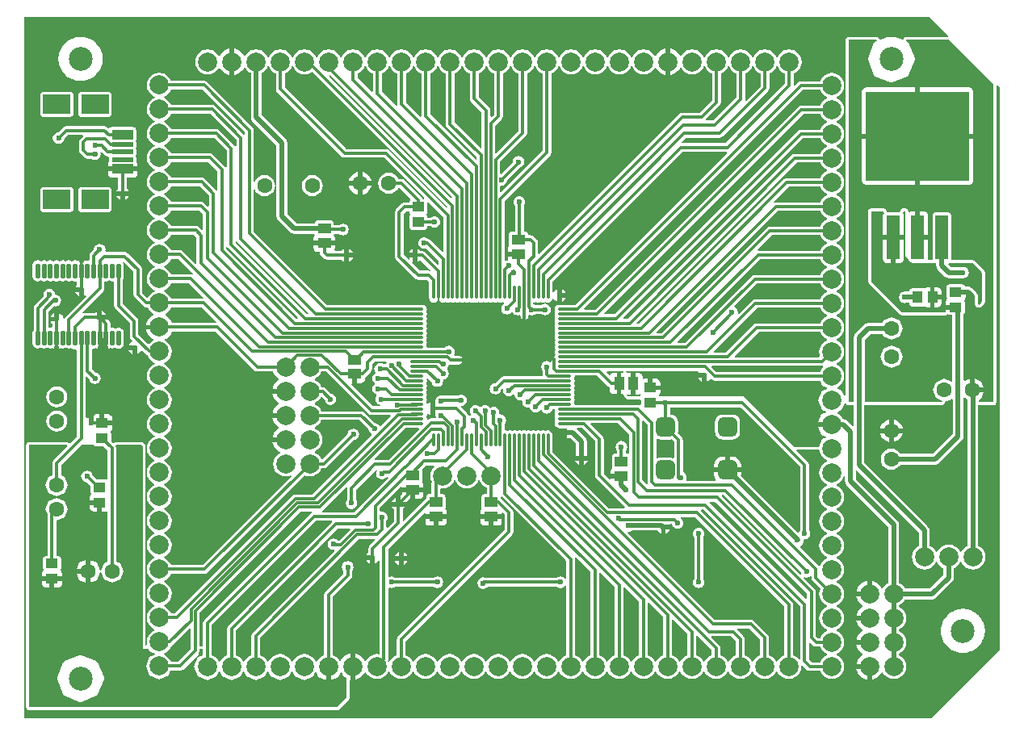
<source format=gtl>
G04 Layer_Physical_Order=1*
G04 Layer_Color=255*
%FSLAX44Y44*%
%MOMM*%
G71*
G01*
G75*
%ADD10R,1.3000X1.0000*%
%ADD11O,0.3000X1.5000*%
%ADD12O,1.5000X0.3000*%
%ADD13R,1.3500X4.6000*%
%ADD14R,10.8000X9.4000*%
%ADD15R,1.4000X1.1000*%
%ADD16R,1.1000X1.4000*%
%ADD17R,1.0000X1.3000*%
%ADD18O,0.5000X1.6000*%
%ADD19R,2.2500X1.0000*%
%ADD20R,2.2500X0.5000*%
%ADD21R,2.9000X2.0000*%
%ADD22C,0.3000*%
%ADD23C,0.5000*%
G04:AMPARAMS|DCode=24|XSize=2mm|YSize=2mm|CornerRadius=0.5mm|HoleSize=0mm|Usage=FLASHONLY|Rotation=180.000|XOffset=0mm|YOffset=0mm|HoleType=Round|Shape=RoundedRectangle|*
%AMROUNDEDRECTD24*
21,1,2.0000,1.0000,0,0,180.0*
21,1,1.0000,2.0000,0,0,180.0*
1,1,1.0000,-0.5000,0.5000*
1,1,1.0000,0.5000,0.5000*
1,1,1.0000,0.5000,-0.5000*
1,1,1.0000,-0.5000,-0.5000*
%
%ADD24ROUNDEDRECTD24*%
%ADD25C,2.5000*%
%ADD26C,1.6000*%
%ADD27C,2.0000*%
%ADD28C,0.6000*%
G36*
X633753Y371126D02*
X633555Y370830D01*
X632000D01*
Y359500D01*
Y348422D01*
D01*
X633431D01*
X633611Y348356D01*
X633900Y348162D01*
X634546Y347395D01*
X634604Y347100D01*
Y346799D01*
X634720Y346520D01*
X634779Y346225D01*
X634946Y345974D01*
X635010Y345821D01*
X635061Y345696D01*
X635274Y345483D01*
X635442Y345233D01*
X636837Y343837D01*
X637579Y343341D01*
X638125Y343115D01*
X639000Y342941D01*
X639000Y342941D01*
X651744D01*
X651934Y342626D01*
X652253Y342413D01*
Y342097D01*
X652441Y341785D01*
Y337294D01*
X651450Y336764D01*
X651364Y336762D01*
X651214Y336661D01*
X650813Y336827D01*
X649500Y337088D01*
X583426D01*
X583088Y337500D01*
X582827Y338813D01*
X582488Y339632D01*
X582242Y340000D01*
X582488Y340368D01*
X582827Y341187D01*
X583088Y342500D01*
X582827Y343812D01*
X582488Y344632D01*
X582242Y345000D01*
X582488Y345368D01*
X582827Y346187D01*
X583088Y347500D01*
X582827Y348813D01*
X582488Y349632D01*
X582242Y350000D01*
X582488Y350368D01*
X582827Y351187D01*
X583088Y352500D01*
X582827Y353813D01*
X582488Y354632D01*
X582242Y355000D01*
X582488Y355368D01*
X582827Y356187D01*
X583088Y357500D01*
X582827Y358812D01*
X582488Y359632D01*
X582242Y360000D01*
X582488Y360368D01*
X582827Y361187D01*
X583088Y362500D01*
X582827Y363813D01*
X582488Y364632D01*
X582242Y365000D01*
X582488Y365368D01*
X582827Y366187D01*
X583088Y367500D01*
X583426Y367912D01*
X606600D01*
X618256Y356256D01*
X619369Y355512D01*
X619670Y355387D01*
Y355310D01*
X619744Y355261D01*
X619922Y355226D01*
Y352500D01*
X620154Y351333D01*
X620455Y350605D01*
X621116Y349616D01*
X622105Y348955D01*
X622833Y348654D01*
X624000Y348422D01*
X627000D01*
D01*
Y359500D01*
Y370830D01*
X624000D01*
X620938Y369561D01*
X620604Y368754D01*
X619378Y368510D01*
X616414Y371474D01*
X616892Y372629D01*
X633753D01*
Y371126D01*
D02*
G37*
G36*
X366506Y328006D02*
X367994Y327011D01*
X369750Y326662D01*
X389514D01*
X390000Y325489D01*
X379648Y315137D01*
X378013Y315298D01*
X377326Y316326D01*
X375341Y317652D01*
X373463Y318025D01*
X362444Y329045D01*
X360955Y330040D01*
X359199Y330389D01*
X317570D01*
X316755Y332357D01*
X314671Y335073D01*
X311955Y337156D01*
X310370Y337813D01*
Y339188D01*
X311956Y339845D01*
X314672Y341928D01*
X316756Y344644D01*
X316937Y345081D01*
X318182Y345329D01*
X320975Y342537D01*
X321348Y340659D01*
X322674Y338674D01*
X324659Y337348D01*
X327000Y336883D01*
X329341Y337348D01*
X331326Y338674D01*
X332652Y340659D01*
X333117Y343000D01*
X332652Y345341D01*
X331326Y347326D01*
X329341Y348652D01*
X327463Y349025D01*
X322044Y354444D01*
X320556Y355439D01*
X318800Y355788D01*
X317571D01*
X316756Y357756D01*
X314672Y360472D01*
X311956Y362556D01*
X310369Y363213D01*
Y364587D01*
X311956Y365244D01*
X314672Y367328D01*
X316756Y370044D01*
X317571Y372012D01*
X322500D01*
X366506Y328006D01*
D02*
G37*
G36*
X867837Y337837D02*
X868829Y337174D01*
X870000Y336941D01*
X875047D01*
X875392Y336658D01*
Y315198D01*
X874219Y314712D01*
X868468Y320463D01*
X866648Y321678D01*
X864502Y322105D01*
X864249D01*
X863856Y323054D01*
X861773Y325769D01*
X859057Y327853D01*
X858651Y328021D01*
Y329291D01*
X859561Y329669D01*
X862486Y331913D01*
X864730Y334837D01*
X866109Y338168D01*
X866408Y338280D01*
X867445Y338424D01*
X867837Y337837D01*
D02*
G37*
G36*
X841146Y411541D02*
X843230Y408825D01*
X845946Y406741D01*
X847531Y406085D01*
Y404710D01*
X845945Y404053D01*
X843229Y401969D01*
X841145Y399254D01*
X839835Y396091D01*
X839389Y392698D01*
X839835Y389304D01*
X840227Y388358D01*
X839379Y387088D01*
X751236D01*
X750750Y388261D01*
X775997Y413509D01*
X840331D01*
X841146Y411541D01*
D02*
G37*
G36*
X386217Y381642D02*
X385348Y380341D01*
X385198Y379588D01*
X382933D01*
X381341Y380652D01*
X379000Y381118D01*
X377250Y380769D01*
X376158Y380317D01*
X374674Y379326D01*
X373683Y377842D01*
X373231Y376750D01*
X372882Y375000D01*
X373231Y373250D01*
X373683Y372158D01*
X374028Y371642D01*
X374654Y370660D01*
X374380Y370474D01*
X374403Y370419D01*
X374137Y370308D01*
X373704Y370014D01*
X372674Y369326D01*
X371683Y367842D01*
X371231Y366750D01*
X370882Y365000D01*
X371231Y363250D01*
X371683Y362158D01*
X372674Y360674D01*
X373481Y360135D01*
Y358865D01*
X372674Y358326D01*
X371683Y356842D01*
X371231Y355750D01*
X370882Y354000D01*
X371231Y352250D01*
X371683Y351158D01*
X372674Y349674D01*
X374158Y348683D01*
X374658Y348476D01*
X374706Y348339D01*
X374993Y348282D01*
X375394Y346907D01*
X374683Y345842D01*
X374231Y344750D01*
X373882Y343000D01*
X374231Y341250D01*
X374683Y340158D01*
X375674Y338674D01*
X377158Y337683D01*
X377911Y337371D01*
X377897Y337301D01*
X378865Y337108D01*
X378740Y335838D01*
X371651D01*
X348740Y358748D01*
X349226Y359922D01*
X349500D01*
Y369500D01*
X354500D01*
Y359922D01*
X359000D01*
X360167Y360154D01*
X360895Y360455D01*
X361884Y361116D01*
X362545Y362105D01*
X362846Y362833D01*
X363078Y364000D01*
Y365811D01*
X363744Y366256D01*
X369244Y371756D01*
X369988Y372868D01*
X370327Y373687D01*
X370588Y375000D01*
Y380099D01*
X373400Y382912D01*
X385538D01*
X386217Y381642D01*
D02*
G37*
G36*
X843637Y376882D02*
X843229Y376569D01*
X841145Y373854D01*
X840330Y371886D01*
X731603D01*
X726750Y376739D01*
X727236Y377912D01*
X842303D01*
X843099Y378070D01*
X843637Y376882D01*
D02*
G37*
G36*
X712910Y371590D02*
X712459Y370500D01*
X719000D01*
Y368000D01*
X721500D01*
Y361459D01*
X724358Y362643D01*
X724838Y363803D01*
X726064Y364047D01*
X726258Y363853D01*
X729702Y362427D01*
X731573D01*
X732000Y362000D01*
X840624D01*
X842551Y357348D01*
X847682Y355223D01*
Y353973D01*
X842551Y351847D01*
X838430Y341898D01*
X842551Y331948D01*
X846375Y330364D01*
Y329114D01*
X841786Y327213D01*
X838383Y318998D01*
X852501D01*
Y313998D01*
X838383D01*
X841786Y305782D01*
X846374Y303882D01*
Y302632D01*
X842550Y301048D01*
X839217Y293000D01*
X813000D01*
X760000Y346000D01*
X672256D01*
X671691Y347250D01*
X672830Y350000D01*
Y352500D01*
X662000D01*
Y355000D01*
X659500D01*
Y364329D01*
X655500D01*
X655369Y364275D01*
X654330Y364970D01*
Y366500D01*
X653061Y369561D01*
X650000Y370830D01*
X647000D01*
Y359500D01*
Y348170D01*
X650000D01*
X651646Y348852D01*
X652309Y347250D01*
X651744Y346000D01*
X639000D01*
X637605Y347395D01*
X638313Y348455D01*
X639000Y348170D01*
X642000D01*
Y359500D01*
Y370830D01*
X639000D01*
X638039Y370432D01*
X637000Y371126D01*
Y372629D01*
X712216D01*
X712910Y371590D01*
D02*
G37*
G36*
X419750Y311738D02*
X387350Y279338D01*
X373750D01*
X373591Y279307D01*
X372966Y280477D01*
X405401Y312912D01*
X419264D01*
X419750Y311738D01*
D02*
G37*
G36*
X366975Y311537D02*
X367348Y309659D01*
X368674Y307674D01*
X369702Y306987D01*
X369864Y305352D01*
X307600Y243088D01*
X290479D01*
X288723Y242739D01*
X287235Y241744D01*
X163780Y118290D01*
X159669D01*
X158854Y120258D01*
X156770Y122973D01*
X154054Y125057D01*
X152469Y125714D01*
Y127088D01*
X154055Y127745D01*
X156771Y129829D01*
X158855Y132545D01*
X160165Y135707D01*
X160611Y139101D01*
X160165Y142494D01*
X158855Y145657D01*
X156771Y148372D01*
X154055Y150456D01*
X152469Y151114D01*
Y152488D01*
X154055Y153145D01*
X156771Y155229D01*
X158855Y157945D01*
X159670Y159913D01*
X194901D01*
X196657Y160262D01*
X198145Y161257D01*
X300038Y263150D01*
X302006Y262335D01*
X305400Y261888D01*
X308794Y262335D01*
X311956Y263645D01*
X314672Y265728D01*
X316756Y268444D01*
X317571Y270412D01*
X320000D01*
X321756Y270761D01*
X323244Y271756D01*
X351463Y299975D01*
X353341Y300348D01*
X355326Y301674D01*
X356652Y303659D01*
X357118Y306000D01*
X356652Y308341D01*
X355326Y310326D01*
X353341Y311652D01*
X351000Y312118D01*
X348659Y311652D01*
X346674Y310326D01*
X345348Y308341D01*
X344975Y306463D01*
X318698Y280186D01*
X317200Y280483D01*
X316756Y281556D01*
X314672Y284272D01*
X311956Y286355D01*
X310369Y287013D01*
Y288387D01*
X311956Y289044D01*
X314672Y291128D01*
X316756Y293844D01*
X318065Y297006D01*
X318512Y300400D01*
X318065Y303794D01*
X316756Y306956D01*
X314672Y309672D01*
X311956Y311756D01*
X310368Y312413D01*
Y313788D01*
X311955Y314445D01*
X314671Y316529D01*
X316755Y319245D01*
X317570Y321213D01*
X357299D01*
X366975Y311537D01*
D02*
G37*
G36*
X130000Y294000D02*
Y81000D01*
X136452D01*
X137549Y78352D01*
X142682Y76226D01*
Y74976D01*
X137550Y72850D01*
X133429Y62900D01*
X137550Y52950D01*
X147500Y48829D01*
X157450Y52950D01*
X159554Y58029D01*
X168900D01*
X172344Y59456D01*
X188444Y75556D01*
X189871Y79000D01*
Y81000D01*
X192931D01*
Y74555D01*
X187852Y72451D01*
X183731Y62502D01*
X187852Y52552D01*
X197802Y48431D01*
X207751Y52552D01*
X209877Y57683D01*
X211127D01*
X213252Y52552D01*
X223202Y48431D01*
X233151Y52552D01*
X235276Y57681D01*
X236526D01*
X238651Y52551D01*
X248601Y48430D01*
X258551Y52551D01*
X260676Y57682D01*
X261926D01*
X264051Y52551D01*
X274001Y48430D01*
X283951Y52551D01*
X286076Y57682D01*
X287326D01*
X289451Y52551D01*
X299401Y48430D01*
X309351Y52551D01*
X310935Y56375D01*
X312185D01*
X314086Y51786D01*
X322301Y48383D01*
Y62501D01*
X327301D01*
Y48383D01*
X335516Y51786D01*
X337416Y56374D01*
X338666D01*
X340250Y52550D01*
X344000Y50997D01*
Y30000D01*
X334000Y20000D01*
X11000D01*
X11000Y81000D01*
X11000D01*
Y295000D01*
X50479D01*
X50957Y293845D01*
X36556Y279444D01*
X35129Y276000D01*
Y262789D01*
X31581Y261319D01*
X28094Y252900D01*
X31581Y244481D01*
X40000Y240994D01*
X48419Y244481D01*
X51906Y252900D01*
X48419Y261319D01*
X44871Y262789D01*
Y273983D01*
X65888Y295000D01*
X78581D01*
X78704Y294704D01*
X81000Y293753D01*
X88859D01*
X93029Y289583D01*
Y259239D01*
X91990Y258544D01*
X91500Y258747D01*
X82141D01*
X78216Y262673D01*
X76592Y266592D01*
X72000Y268494D01*
X67408Y266592D01*
X65506Y262000D01*
X67408Y257408D01*
X71328Y255784D01*
X75253Y251859D01*
Y245500D01*
X75841Y244081D01*
X75439Y242561D01*
X74170Y239500D01*
Y237000D01*
X85000D01*
Y234500D01*
X87500D01*
Y225170D01*
X91500D01*
X91990Y225373D01*
X93029Y224679D01*
Y172389D01*
X89481Y170919D01*
X86418Y163524D01*
X85065D01*
X81684Y171684D01*
X75000Y174453D01*
Y162500D01*
Y150547D01*
X81684Y153316D01*
X85065Y161476D01*
X86418D01*
X89481Y154081D01*
X97900Y150594D01*
X106319Y154081D01*
X109806Y162500D01*
X106319Y170919D01*
X102771Y172389D01*
Y291600D01*
X101793Y293961D01*
X102487Y295000D01*
X129000D01*
X130000Y294000D01*
D02*
G37*
G36*
X640412Y306099D02*
Y287073D01*
X639142Y286031D01*
X639000Y286059D01*
X636588D01*
Y289067D01*
X637317Y290158D01*
X637769Y291250D01*
X638117Y293000D01*
X637769Y294750D01*
X637317Y295842D01*
X636326Y297326D01*
X634842Y298317D01*
X633750Y298769D01*
X632000Y299118D01*
X630250Y298769D01*
X629158Y298317D01*
X627674Y297326D01*
X626683Y295842D01*
X626231Y294750D01*
X625882Y293000D01*
X626231Y291250D01*
X626683Y290158D01*
X627412Y289067D01*
Y286059D01*
X625000D01*
X624125Y285885D01*
X623579Y285658D01*
X622837Y285163D01*
X622341Y284421D01*
X622115Y283875D01*
X621941Y283000D01*
Y272000D01*
X622158Y270912D01*
X622116Y270884D01*
X621455Y269895D01*
X621154Y269167D01*
X620922Y268000D01*
Y265000D01*
X632000D01*
Y260000D01*
X620922D01*
Y259226D01*
X619748Y258740D01*
X613588Y264900D01*
Y301000D01*
X613327Y302313D01*
X612988Y303132D01*
X612244Y304244D01*
X599750Y316738D01*
X600236Y317912D01*
X628600D01*
X640412Y306099D01*
D02*
G37*
G36*
X992155Y344655D02*
X994453Y342892D01*
X994791Y342751D01*
Y189247D01*
X993843Y188855D01*
X991127Y186771D01*
X989044Y184055D01*
X988387Y182470D01*
X987012D01*
X986356Y184056D01*
X984272Y186772D01*
X981556Y188855D01*
X978394Y190165D01*
X975000Y190612D01*
X971606Y190165D01*
X968444Y188855D01*
X965728Y186772D01*
X963644Y184056D01*
X962987Y182469D01*
X961613D01*
X960956Y184056D01*
X958872Y186772D01*
X956156Y188855D01*
X955208Y189248D01*
Y205400D01*
X954781Y207546D01*
X953565Y209365D01*
X886608Y276323D01*
Y336658D01*
X886953Y336941D01*
X968167D01*
X968462Y337000D01*
X968764D01*
X969042Y337115D01*
X969337Y337174D01*
X969588Y337341D01*
X969866Y337457D01*
X970079Y337670D01*
X970330Y337837D01*
X970497Y338088D01*
X970710Y338301D01*
X970826Y338579D01*
X970993Y338829D01*
X971052Y339125D01*
X971167Y339403D01*
X971401Y340581D01*
X973133Y340809D01*
X976052Y342018D01*
X978122Y343607D01*
X979392Y343039D01*
Y306323D01*
X958677Y285608D01*
X924562D01*
X922845Y287845D01*
X920547Y289608D01*
X917872Y290717D01*
X915000Y291095D01*
X912128Y290717D01*
X909453Y289608D01*
X907155Y287845D01*
X905391Y285547D01*
X904283Y282872D01*
X903905Y280000D01*
X904283Y277128D01*
X905391Y274453D01*
X907155Y272155D01*
X909453Y270392D01*
X912128Y269283D01*
X915000Y268905D01*
X917872Y269283D01*
X920547Y270392D01*
X922845Y272155D01*
X924562Y274392D01*
X961000D01*
X963146Y274819D01*
X964965Y276035D01*
X988965Y300035D01*
X990181Y301854D01*
X990608Y304000D01*
Y344695D01*
X991810Y345103D01*
X992155Y344655D01*
D02*
G37*
G36*
X671161Y301065D02*
X673250Y300790D01*
X683250D01*
X684646Y300974D01*
X687412Y298208D01*
Y282169D01*
X686142Y281320D01*
X685338Y281653D01*
X683250Y281928D01*
X673250D01*
X671161Y281653D01*
X669858Y281113D01*
X668588Y281880D01*
Y300839D01*
X669858Y301605D01*
X671161Y301065D01*
D02*
G37*
G36*
X841146Y640141D02*
X843230Y637425D01*
X845946Y635341D01*
X847532Y634684D01*
Y633309D01*
X845946Y632652D01*
X843230Y630569D01*
X841146Y627853D01*
X840331Y625885D01*
X820297D01*
X818541Y625536D01*
X817052Y624541D01*
X624599Y432088D01*
X614236D01*
X613750Y433261D01*
X822597Y642109D01*
X840331D01*
X841146Y640141D01*
D02*
G37*
G36*
X229535Y508086D02*
X229756Y507756D01*
X304250Y433261D01*
X303764Y432088D01*
X302400D01*
X227588Y506900D01*
Y508151D01*
X227833Y508348D01*
X229535Y508086D01*
D02*
G37*
G36*
X841146Y614741D02*
X843230Y612025D01*
X845946Y609941D01*
X847531Y609285D01*
Y607910D01*
X845945Y607253D01*
X843229Y605169D01*
X841145Y602454D01*
X840330Y600486D01*
X813898D01*
X812142Y600136D01*
X810653Y599142D01*
X638600Y427088D01*
X634236D01*
X633750Y428261D01*
X822197Y616709D01*
X840331D01*
X841146Y614741D01*
D02*
G37*
G36*
X193753Y449758D02*
X193227Y448488D01*
X159671D01*
X158855Y450456D01*
X156772Y453172D01*
X154056Y455256D01*
X152470Y455913D01*
Y457287D01*
X154056Y457944D01*
X156772Y460028D01*
X158855Y462744D01*
X159671Y464712D01*
X178799D01*
X193753Y449758D01*
D02*
G37*
G36*
X841144Y665542D02*
X843228Y662827D01*
X845944Y660743D01*
X847533Y660085D01*
Y658710D01*
X845946Y658052D01*
X843230Y655968D01*
X841146Y653253D01*
X840331Y651285D01*
X820697D01*
X818941Y650936D01*
X817452Y649941D01*
X604599Y437088D01*
X593236D01*
X592750Y438261D01*
X821999Y667510D01*
X840329D01*
X841144Y665542D01*
D02*
G37*
G36*
Y462342D02*
X843228Y459627D01*
X845944Y457543D01*
X847533Y456885D01*
Y455510D01*
X845946Y454852D01*
X843230Y452769D01*
X841146Y450053D01*
X840331Y448085D01*
X772497D01*
X770741Y447736D01*
X769252Y446741D01*
X755140Y432628D01*
X753969Y433254D01*
X754118Y434000D01*
X753652Y436341D01*
X752326Y438326D01*
X750698Y439413D01*
X750338Y440849D01*
X773799Y464310D01*
X840329D01*
X841144Y462342D01*
D02*
G37*
G36*
X219535Y502086D02*
X219756Y501756D01*
X293250Y428261D01*
X292764Y427088D01*
X291401D01*
X217588Y500900D01*
Y502151D01*
X217833Y502348D01*
X219535Y502086D01*
D02*
G37*
G36*
X841144Y487742D02*
X843228Y485027D01*
X845944Y482943D01*
X847531Y482286D01*
Y480911D01*
X845944Y480254D01*
X843228Y478170D01*
X841144Y475454D01*
X840329Y473487D01*
X771898D01*
X770143Y473137D01*
X768654Y472143D01*
X698599Y402088D01*
X691236D01*
X690750Y403261D01*
X777199Y489710D01*
X840329D01*
X841144Y487742D01*
D02*
G37*
G36*
X120412Y477099D02*
Y453000D01*
X120673Y451687D01*
X121012Y450868D01*
X121756Y449756D01*
X130856Y440656D01*
X131968Y439912D01*
X132787Y439573D01*
X134100Y439312D01*
X135329D01*
X135490Y438925D01*
X136145Y437344D01*
X138228Y434628D01*
X140944Y432545D01*
X141373Y432367D01*
Y431117D01*
X141349Y431107D01*
Y431107D01*
X140439Y430730D01*
X137514Y428486D01*
X135270Y425561D01*
X133860Y422155D01*
X133708Y421001D01*
X147499D01*
Y416001D01*
X133708D01*
X133860Y414846D01*
X135270Y411440D01*
X137514Y408516D01*
X140439Y406272D01*
X141349Y405895D01*
Y405895D01*
X141374Y405885D01*
Y404635D01*
X140943Y404456D01*
X138228Y402373D01*
X137029Y400810D01*
X135761Y400727D01*
X125588Y410900D01*
Y425000D01*
X125327Y426312D01*
X124988Y427132D01*
X124244Y428244D01*
X109338Y443150D01*
Y469217D01*
X109624Y469645D01*
X110039Y470646D01*
X110358Y472250D01*
Y483250D01*
X110039Y484854D01*
X109720Y485624D01*
X109760Y485651D01*
X109149Y486567D01*
X110135Y487376D01*
X120412Y477099D01*
D02*
G37*
G36*
X841146Y436941D02*
X843230Y434225D01*
X845946Y432141D01*
X847532Y431484D01*
Y430109D01*
X845946Y429452D01*
X843230Y427369D01*
X841146Y424653D01*
X840331Y422685D01*
X774097D01*
X772341Y422336D01*
X770852Y421341D01*
X741600Y392088D01*
X729236D01*
X728750Y393261D01*
X774397Y438909D01*
X840331D01*
X841146Y436941D01*
D02*
G37*
G36*
X207249Y424262D02*
X206763Y423089D01*
X160752D01*
X159728Y425561D01*
X157484Y428486D01*
X154560Y430730D01*
X153650Y431106D01*
Y432377D01*
X154056Y432545D01*
X156772Y434628D01*
X158855Y437344D01*
X159671Y439312D01*
X192199D01*
X207249Y424262D01*
D02*
G37*
G36*
X841145Y589342D02*
X843229Y586626D01*
X845945Y584542D01*
X847531Y583885D01*
Y582510D01*
X845945Y581853D01*
X843229Y579769D01*
X841145Y577054D01*
X840330Y575086D01*
X805498D01*
X803742Y574737D01*
X802253Y573742D01*
X650600Y422088D01*
X648236D01*
X647750Y423261D01*
X815798Y591309D01*
X840330D01*
X841145Y589342D01*
D02*
G37*
G36*
Y538541D02*
X843229Y535826D01*
X845945Y533742D01*
X847531Y533085D01*
Y531710D01*
X845945Y531053D01*
X843229Y528969D01*
X841145Y526254D01*
X840330Y524286D01*
X787698D01*
X785942Y523937D01*
X784453Y522942D01*
X673599Y412088D01*
X669236D01*
X668750Y413261D01*
X795998Y540509D01*
X840330D01*
X841145Y538541D01*
D02*
G37*
G36*
X659412Y316099D02*
Y256000D01*
X659692Y254593D01*
X658562Y253926D01*
X653838Y258650D01*
Y320014D01*
X655012Y320500D01*
X659412Y316099D01*
D02*
G37*
G36*
X328653Y214142D02*
X219957Y105446D01*
X218963Y103958D01*
X218613Y102202D01*
Y74672D01*
X216646Y73857D01*
X213930Y71773D01*
X211846Y69058D01*
X211189Y67471D01*
X209814D01*
X209157Y69058D01*
X207073Y71773D01*
X204358Y73857D01*
X202390Y74672D01*
Y105901D01*
X311901Y215412D01*
X328127D01*
X328653Y214142D01*
D02*
G37*
G36*
X650412Y131100D02*
Y74671D01*
X648444Y73856D01*
X645728Y71772D01*
X643644Y69056D01*
X642988Y67471D01*
X641613D01*
X640956Y69057D01*
X638872Y71772D01*
X636157Y73856D01*
X634189Y74671D01*
Y145663D01*
X635362Y146149D01*
X650412Y131100D01*
D02*
G37*
G36*
X625013Y146499D02*
Y74671D01*
X623045Y73856D01*
X620329Y71772D01*
X618245Y69057D01*
X617588Y67470D01*
X616213D01*
X615556Y69057D01*
X613473Y71772D01*
X610757Y73856D01*
X608789Y74671D01*
Y161063D01*
X609962Y161549D01*
X625013Y146499D01*
D02*
G37*
G36*
X307348Y225167D02*
X307086Y223465D01*
X306756Y223244D01*
X194557Y111046D01*
X193563Y109557D01*
X193214Y107802D01*
Y84291D01*
X192931Y84059D01*
X189871D01*
X189588Y84291D01*
Y119100D01*
X295900Y225412D01*
X307152D01*
X307348Y225167D01*
D02*
G37*
G36*
X819412Y126100D02*
Y70289D01*
X818142Y69858D01*
X816673Y71772D01*
X813957Y73856D01*
X811989Y74671D01*
Y127599D01*
X811640Y129355D01*
X810645Y130844D01*
X715347Y226142D01*
X715873Y227412D01*
X718100D01*
X819412Y126100D01*
D02*
G37*
G36*
X180412Y102264D02*
Y80900D01*
X166999Y67488D01*
X159671D01*
X158855Y69456D01*
X156772Y72172D01*
X154056Y74255D01*
X152467Y74914D01*
Y76288D01*
X154054Y76946D01*
X156770Y79030D01*
X158854Y81746D01*
X159792Y84010D01*
X160057Y84063D01*
X161546Y85057D01*
X179238Y102750D01*
X180412Y102264D01*
D02*
G37*
G36*
X752011Y89500D02*
Y74670D01*
X750043Y73855D01*
X747327Y71771D01*
X745244Y69055D01*
X744587Y67470D01*
X743212D01*
X742555Y69056D01*
X740472Y71772D01*
X737756Y73856D01*
X735788Y74671D01*
Y81800D01*
X735439Y83556D01*
X734444Y85044D01*
X726250Y93238D01*
X726736Y94412D01*
X747100D01*
X752011Y89500D01*
D02*
G37*
G36*
X777411Y91100D02*
Y74670D01*
X775443Y73855D01*
X772728Y71771D01*
X770644Y69055D01*
X769986Y67469D01*
X768612D01*
X767955Y69055D01*
X765871Y71771D01*
X763155Y73855D01*
X761187Y74670D01*
Y91401D01*
X760838Y93157D01*
X759844Y94645D01*
X753352Y101137D01*
X753878Y102407D01*
X766105D01*
X777411Y91100D01*
D02*
G37*
G36*
X599613Y161899D02*
Y74671D01*
X597645Y73856D01*
X594929Y71772D01*
X592845Y69057D01*
X592187Y67467D01*
X590812D01*
X590155Y69055D01*
X588071Y71771D01*
X585355Y73855D01*
X583387Y74670D01*
Y175201D01*
X583107Y176608D01*
X584237Y177275D01*
X599613Y161899D01*
D02*
G37*
G36*
X832857Y84655D02*
X834345Y83660D01*
X836101Y83311D01*
X840329D01*
X841144Y81343D01*
X843227Y78628D01*
X845943Y76544D01*
X847530Y75887D01*
Y74512D01*
X845943Y73855D01*
X843227Y71771D01*
X841144Y69055D01*
X840329Y67087D01*
X831401D01*
X828588Y69900D01*
Y87264D01*
X829762Y87750D01*
X832857Y84655D01*
D02*
G37*
G36*
X701212Y97300D02*
Y74671D01*
X699244Y73856D01*
X696528Y71772D01*
X694445Y69056D01*
X693787Y67470D01*
X692413D01*
X691756Y69056D01*
X689672Y71772D01*
X686956Y73856D01*
X684988Y74671D01*
Y111864D01*
X686161Y112350D01*
X701212Y97300D01*
D02*
G37*
G36*
X726612Y79900D02*
Y74671D01*
X724644Y73856D01*
X721928Y71772D01*
X719845Y69056D01*
X719187Y67470D01*
X717813D01*
X717156Y69056D01*
X715072Y71772D01*
X712356Y73856D01*
X710388Y74671D01*
Y94464D01*
X711562Y94950D01*
X726612Y79900D01*
D02*
G37*
G36*
X675812Y114699D02*
Y74671D01*
X673844Y73856D01*
X671128Y71772D01*
X669044Y69056D01*
X668387Y67469D01*
X667013D01*
X666356Y69056D01*
X664272Y71772D01*
X661556Y73856D01*
X659588Y74671D01*
Y129264D01*
X660761Y129750D01*
X675812Y114699D01*
D02*
G37*
G36*
X802813Y125699D02*
Y74671D01*
X800845Y73856D01*
X798129Y71772D01*
X796045Y69057D01*
X795390Y67476D01*
X795387Y67467D01*
D01*
X795325Y67317D01*
X794075D01*
X794012Y67467D01*
D01*
X794010Y67474D01*
X793355Y69055D01*
X791271Y71771D01*
X788555Y73855D01*
X786974Y74510D01*
X786587Y74670D01*
Y93001D01*
X786326Y94313D01*
X785987Y95132D01*
X785244Y96245D01*
X771249Y110239D01*
X770137Y110983D01*
X769318Y111322D01*
X768005Y111583D01*
X729895D01*
X638663Y202815D01*
X639296Y203979D01*
X640827Y204180D01*
X641679Y204533D01*
X642530Y204886D01*
X643191Y205392D01*
X669945D01*
X671008Y204007D01*
X672470Y202885D01*
X673321Y202533D01*
X673500Y202459D01*
Y209000D01*
X676000D01*
Y211500D01*
X682968D01*
X683410Y212162D01*
X685049D01*
X685231Y211250D01*
X685683Y210158D01*
X686674Y208674D01*
X688158Y207683D01*
X689250Y207231D01*
X691000Y206882D01*
X692750Y207231D01*
X693842Y207683D01*
X695326Y208674D01*
X696317Y210158D01*
X696769Y211250D01*
X697117Y213000D01*
X696769Y214750D01*
X696317Y215842D01*
X695326Y217326D01*
X694104Y218142D01*
X694490Y219412D01*
X709100D01*
X802813Y125699D01*
D02*
G37*
G36*
X819412Y272099D02*
Y205933D01*
X818683Y204842D01*
X818235Y203762D01*
X818233Y203762D01*
X818171Y203452D01*
X816956Y203083D01*
X757194Y262845D01*
X757327Y263859D01*
Y266359D01*
X743250D01*
X729172D01*
Y263859D01*
X729481Y261510D01*
X730388Y259320D01*
X730843Y258727D01*
X730282Y257588D01*
X700283D01*
X699756Y258719D01*
X699629Y258910D01*
X699769Y259250D01*
X700117Y261000D01*
X699769Y262750D01*
X699317Y263842D01*
X698326Y265326D01*
X696588Y266487D01*
Y300109D01*
X696327Y301421D01*
X695988Y302240D01*
X695244Y303353D01*
X691135Y307463D01*
X691319Y308859D01*
Y318859D01*
X691044Y320948D01*
X690641Y321921D01*
X690238Y322894D01*
X688955Y324565D01*
X687284Y325847D01*
X686311Y326250D01*
X685338Y326653D01*
X683250Y326928D01*
X682838D01*
Y334412D01*
X757100D01*
X819412Y272099D01*
D02*
G37*
G36*
X347739Y206238D02*
X336089Y194588D01*
X334819D01*
X334326Y195326D01*
X332341Y196652D01*
X330000Y197118D01*
X327659Y196652D01*
X325674Y195326D01*
X324348Y193341D01*
X323882Y191000D01*
X324348Y188659D01*
X325674Y186674D01*
X327659Y185348D01*
X330000Y184883D01*
X330746Y185031D01*
X331372Y183860D01*
X245357Y97845D01*
X244362Y96357D01*
X244013Y94601D01*
Y74671D01*
X242045Y73856D01*
X239329Y71772D01*
X237245Y69057D01*
X236589Y67472D01*
X235214D01*
X234557Y69058D01*
X232473Y71773D01*
X229758Y73857D01*
X227790Y74672D01*
Y100301D01*
X334901Y207412D01*
X347253D01*
X347739Y206238D01*
D02*
G37*
G36*
X435899Y272209D02*
X435328Y271772D01*
X433245Y269056D01*
X431935Y265894D01*
X431488Y262500D01*
X431935Y259106D01*
X433093Y256310D01*
X432912Y255400D01*
Y243559D01*
X430500D01*
X429625Y243385D01*
X429079Y243158D01*
X428337Y242663D01*
X427841Y241921D01*
X427615Y241375D01*
X427441Y240500D01*
Y238702D01*
X426756Y238244D01*
X403761Y215250D01*
X402588Y215736D01*
Y227697D01*
X402992Y228008D01*
X404114Y229470D01*
X404467Y230321D01*
X404541Y230500D01*
X391459D01*
X391533Y230321D01*
X391885Y229470D01*
X393008Y228008D01*
X393412Y227697D01*
Y214900D01*
X386762Y208250D01*
X385588Y208736D01*
Y215067D01*
X386317Y216158D01*
X386769Y217250D01*
X387118Y219000D01*
X386769Y220750D01*
X386317Y221842D01*
X385326Y223326D01*
X383842Y224317D01*
X382750Y224769D01*
X381000Y225117D01*
X379858Y224890D01*
X378588Y225933D01*
Y229100D01*
X400748Y251260D01*
X401922Y250774D01*
Y250500D01*
X424078D01*
Y253500D01*
X423846Y254667D01*
X423545Y255395D01*
X422884Y256384D01*
X422842Y256412D01*
X423059Y257500D01*
Y268500D01*
X422881Y269393D01*
X426900Y273412D01*
X435490D01*
X435899Y272209D01*
D02*
G37*
G36*
X483387Y257531D02*
X483387D01*
X484044Y255944D01*
X486128Y253228D01*
X488844Y251145D01*
X490812Y250329D01*
Y243559D01*
X488400D01*
X487525Y243385D01*
X486979Y243158D01*
X486237Y242663D01*
X485742Y241921D01*
X485515Y241375D01*
X485341Y240500D01*
Y229500D01*
X485558Y228412D01*
X485516Y228384D01*
X484855Y227395D01*
X484554Y226667D01*
X484322Y225500D01*
Y222500D01*
X495400D01*
X506478D01*
Y223374D01*
X507652Y223860D01*
X509412Y222099D01*
Y205900D01*
X397757Y94245D01*
X397013Y93132D01*
X396674Y92313D01*
X396413Y91001D01*
Y74671D01*
X396026Y74511D01*
X394445Y73856D01*
X391729Y71772D01*
X389645Y69057D01*
X388967Y67420D01*
X387770Y67406D01*
X387245Y68390D01*
X387339Y68616D01*
X387334Y68623D01*
X387588Y69900D01*
Y144717D01*
X388719Y145244D01*
X388910Y145371D01*
X389250Y145231D01*
X391000Y144882D01*
X392750Y145231D01*
X393842Y145683D01*
X394933Y146412D01*
X435067D01*
X436158Y145683D01*
X437250Y145231D01*
X439000Y144882D01*
X440750Y145231D01*
X441842Y145683D01*
X443326Y146674D01*
X444317Y148158D01*
X444769Y149250D01*
X445118Y151000D01*
X444769Y152750D01*
X444317Y153842D01*
X443326Y155326D01*
X441842Y156317D01*
X440750Y156769D01*
X439000Y157118D01*
X437250Y156769D01*
X436158Y156317D01*
X435067Y155588D01*
X394933D01*
X393842Y156317D01*
X392750Y156769D01*
X391000Y157118D01*
X389250Y156769D01*
X388910Y156629D01*
X388719Y156756D01*
X387588Y157283D01*
Y186099D01*
X425248Y223760D01*
X426422Y223274D01*
Y222500D01*
X437500D01*
X448578D01*
Y225500D01*
X448346Y226667D01*
X448220Y226973D01*
X448045Y227395D01*
X447384Y228384D01*
X447342Y228412D01*
X447559Y229500D01*
Y240500D01*
X447385Y241375D01*
X447159Y241921D01*
X446663Y242663D01*
X445921Y243158D01*
X445375Y243385D01*
X444500Y243559D01*
X442088D01*
Y248755D01*
X443043Y249593D01*
X444600Y249388D01*
X447994Y249835D01*
X449575Y250490D01*
X451156Y251145D01*
X453872Y253228D01*
X455956Y255944D01*
X456613Y257530D01*
D01*
X456675Y257681D01*
X457925D01*
X457987Y257530D01*
D01*
X458644Y255944D01*
X460728Y253228D01*
X463444Y251145D01*
X465025Y250490D01*
X466606Y249835D01*
X470000Y249388D01*
X473394Y249835D01*
X474975Y250490D01*
X476556Y251145D01*
X479272Y253228D01*
X481356Y255944D01*
X482013Y257531D01*
X482013D01*
X482075Y257681D01*
X483325D01*
X483387Y257531D01*
D02*
G37*
G36*
X375102Y269259D02*
X375694Y267859D01*
X375348Y267341D01*
X374883Y265000D01*
X375348Y262659D01*
X376674Y260674D01*
X378659Y259348D01*
X381000Y258883D01*
X383341Y259348D01*
X385326Y260674D01*
X386065Y261780D01*
X387313Y261731D01*
X387764Y260642D01*
X351710Y224588D01*
X318848D01*
X318652Y224832D01*
X318914Y226535D01*
X319244Y226756D01*
X343273Y250784D01*
X344443Y250159D01*
X344412Y250000D01*
Y237933D01*
X343348Y236341D01*
X342882Y234000D01*
X343348Y231659D01*
X344674Y229674D01*
X346659Y228348D01*
X349000Y227882D01*
X351341Y228348D01*
X353326Y229674D01*
X354652Y231659D01*
X355117Y234000D01*
X354652Y236341D01*
X353588Y237933D01*
Y248099D01*
X374802Y269314D01*
X375102Y269259D01*
D02*
G37*
G36*
X247156Y373356D02*
X248269Y372612D01*
X249087Y372273D01*
X250400Y372012D01*
X266747D01*
X267066Y371242D01*
X267771Y369540D01*
X270015Y366615D01*
X272574Y364652D01*
X272676Y364309D01*
Y363491D01*
X272574Y363148D01*
X270015Y361185D01*
X267771Y358260D01*
X267066Y356558D01*
X266360Y354855D01*
X266208Y353700D01*
X280000D01*
Y348700D01*
X266208D01*
X266360Y347545D01*
X267066Y345842D01*
X267771Y344140D01*
X270015Y341215D01*
X272572Y339253D01*
X272675Y338910D01*
X272675Y338090D01*
X272572Y337748D01*
X270014Y335786D01*
X267770Y332861D01*
X267065Y331158D01*
X266360Y329456D01*
X266208Y328301D01*
X279999D01*
Y323301D01*
X266208D01*
X266360Y322146D01*
X267065Y320443D01*
X267770Y318740D01*
X270014Y315816D01*
X272574Y313852D01*
X272677Y313508D01*
X272677Y312693D01*
X272574Y312348D01*
X270015Y310385D01*
X267771Y307460D01*
X266360Y304055D01*
X266208Y302900D01*
X280000D01*
Y297900D01*
X266208D01*
X266360Y296745D01*
X267771Y293340D01*
X270015Y290415D01*
X272940Y288171D01*
X273850Y287794D01*
Y287794D01*
X273874Y287784D01*
Y286534D01*
X273444Y286355D01*
X270728Y284272D01*
X268645Y281556D01*
X267335Y278394D01*
X266888Y275000D01*
X267335Y271606D01*
X268645Y268444D01*
X270728Y265728D01*
X273444Y263645D01*
X275025Y262990D01*
X276606Y262335D01*
X280000Y261888D01*
X283394Y262335D01*
X285197Y263081D01*
X285916Y262005D01*
X193000Y169089D01*
X159670D01*
X158855Y171057D01*
X156771Y173773D01*
X154055Y175856D01*
X152474Y176511D01*
X152469Y176514D01*
D01*
X152318Y176576D01*
Y177826D01*
X152469Y177888D01*
D01*
X152474Y177890D01*
X154055Y178545D01*
X156771Y180629D01*
X158855Y183345D01*
X159510Y184926D01*
X160165Y186507D01*
X160611Y189901D01*
X160165Y193295D01*
X159510Y194876D01*
X158855Y196457D01*
X156771Y199172D01*
X154055Y201256D01*
X152474Y201911D01*
X152469Y201914D01*
D01*
X152318Y201976D01*
Y203226D01*
X152469Y203288D01*
D01*
X152474Y203290D01*
X154055Y203945D01*
X156771Y206029D01*
X158855Y208745D01*
X159510Y210326D01*
X160165Y211907D01*
X160611Y215301D01*
X160165Y218694D01*
X159510Y220276D01*
X158855Y221857D01*
X156771Y224573D01*
X154055Y226656D01*
X152474Y227311D01*
X152470Y227313D01*
D01*
X152320Y227375D01*
Y228625D01*
X152470Y228688D01*
D01*
X152475Y228690D01*
X154056Y229345D01*
X156772Y231428D01*
X158855Y234144D01*
X159510Y235725D01*
X160165Y237306D01*
X160612Y240700D01*
X160165Y244094D01*
X159510Y245675D01*
X158855Y247256D01*
X156772Y249972D01*
X154056Y252055D01*
X152475Y252710D01*
X152469Y252713D01*
D01*
X152319Y252775D01*
Y254025D01*
X152469Y254087D01*
Y254087D01*
X154056Y254745D01*
X156772Y256828D01*
X158855Y259544D01*
X159510Y261125D01*
X160165Y262706D01*
X160612Y266100D01*
X160165Y269494D01*
X159510Y271075D01*
X158855Y272656D01*
X156772Y275372D01*
X154056Y277456D01*
X152467Y278114D01*
D01*
X152316Y278176D01*
Y279426D01*
X152467Y279489D01*
D01*
X152473Y279491D01*
X154054Y280146D01*
X156770Y282230D01*
X158854Y284946D01*
X159509Y286527D01*
X160164Y288108D01*
X160611Y291502D01*
X160164Y294895D01*
X159509Y296476D01*
X158854Y298058D01*
X156770Y300773D01*
X154054Y302857D01*
X152473Y303512D01*
X152468Y303514D01*
D01*
X152317Y303577D01*
Y304827D01*
X152468Y304889D01*
D01*
X152473Y304891D01*
X154054Y305546D01*
X156770Y307630D01*
X158854Y310345D01*
X159509Y311927D01*
X160164Y313508D01*
X160611Y316902D01*
X160164Y320295D01*
X159509Y321876D01*
X158854Y323458D01*
X156770Y326173D01*
X154054Y328257D01*
X152473Y328912D01*
X152469Y328914D01*
D01*
X152319Y328976D01*
Y330226D01*
X152469Y330288D01*
D01*
X152474Y330290D01*
X154055Y330945D01*
X156771Y333029D01*
X158855Y335745D01*
X159510Y337326D01*
X160165Y338907D01*
X160611Y342301D01*
X160165Y345695D01*
X159510Y347276D01*
X158855Y348857D01*
X156771Y351572D01*
X154055Y353656D01*
X152474Y354311D01*
X152469Y354314D01*
D01*
X152318Y354376D01*
Y355626D01*
X152469Y355688D01*
D01*
X152474Y355690D01*
X154055Y356345D01*
X156771Y358429D01*
X158855Y361145D01*
X159510Y362726D01*
X160165Y364307D01*
X160611Y367701D01*
X160165Y371095D01*
X159510Y372676D01*
X158855Y374257D01*
X156771Y376973D01*
X154055Y379056D01*
X152474Y379711D01*
X152469Y379714D01*
D01*
X152318Y379776D01*
Y381026D01*
X152469Y381088D01*
D01*
X152474Y381090D01*
X154055Y381745D01*
X156771Y383829D01*
X158855Y386545D01*
X160165Y389707D01*
X160611Y393101D01*
X160165Y396494D01*
X158855Y399657D01*
X156771Y402373D01*
X154055Y404456D01*
X153625Y404635D01*
Y405885D01*
X153649Y405895D01*
D01*
X154560Y406272D01*
X157484Y408516D01*
X159728Y411440D01*
X160752Y413913D01*
X206599D01*
X247156Y373356D01*
D02*
G37*
G36*
X574211Y173300D02*
Y154790D01*
X572941Y154405D01*
X572326Y155326D01*
X570341Y156652D01*
X568000Y157118D01*
X565659Y156652D01*
X564067Y155588D01*
X489436D01*
X489341Y155652D01*
X487000Y156117D01*
X484659Y155652D01*
X482674Y154326D01*
X481348Y152341D01*
X480882Y150000D01*
X481348Y147659D01*
X482674Y145674D01*
X484659Y144348D01*
X487000Y143883D01*
X489341Y144348D01*
X491326Y145674D01*
X491819Y146412D01*
X564067D01*
X565659Y145348D01*
X568000Y144882D01*
X570341Y145348D01*
X572326Y146674D01*
X572941Y147595D01*
X574211Y147210D01*
Y74670D01*
X572243Y73855D01*
X569528Y71771D01*
X567444Y69055D01*
X566786Y67469D01*
X565412D01*
X564755Y69055D01*
X562671Y71771D01*
X559955Y73855D01*
X556793Y75165D01*
X553399Y75611D01*
X550005Y75165D01*
X546843Y73855D01*
X544128Y71771D01*
X542044Y69055D01*
X541387Y67470D01*
X540012D01*
X539356Y69056D01*
X537272Y71772D01*
X534556Y73856D01*
X531394Y75165D01*
X528000Y75612D01*
X524606Y75165D01*
X521444Y73856D01*
X518728Y71772D01*
X516645Y69056D01*
X515987Y67470D01*
X514613D01*
X513955Y69056D01*
X511872Y71772D01*
X509156Y73856D01*
X505994Y75165D01*
X502600Y75612D01*
X499206Y75165D01*
X496044Y73856D01*
X493328Y71772D01*
X491245Y69056D01*
X490587Y67470D01*
X489213D01*
X488555Y69056D01*
X486472Y71772D01*
X483756Y73856D01*
X480594Y75165D01*
X477200Y75612D01*
X473806Y75165D01*
X470644Y73856D01*
X467928Y71772D01*
X465844Y69056D01*
X465187Y67470D01*
X463813D01*
X463156Y69056D01*
X461072Y71772D01*
X458356Y73856D01*
X455194Y75165D01*
X451800Y75612D01*
X448406Y75165D01*
X445244Y73856D01*
X442528Y71772D01*
X440444Y69056D01*
X439788Y67471D01*
X438413Y67471D01*
X437756Y69057D01*
X435672Y71772D01*
X432957Y73856D01*
X429795Y75166D01*
X426401Y75613D01*
X423007Y75166D01*
X419845Y73856D01*
X417129Y71772D01*
X415045Y69057D01*
X414388Y67470D01*
X413013D01*
X412356Y69057D01*
X410272Y71772D01*
X407557Y73856D01*
X405589Y74671D01*
Y89100D01*
X517244Y200756D01*
X518239Y202244D01*
X518588Y204000D01*
Y224000D01*
X518239Y225756D01*
X517244Y227244D01*
X506244Y238244D01*
X505459Y238769D01*
Y240411D01*
X505557Y240501D01*
X506756Y240756D01*
X574211Y173300D01*
D02*
G37*
G36*
X943992Y203077D02*
Y189248D01*
X943044Y188855D01*
X940328Y186772D01*
X938244Y184056D01*
X936935Y180894D01*
X936488Y177500D01*
X936935Y174106D01*
X938244Y170944D01*
X940328Y168228D01*
X943044Y166145D01*
X946206Y164835D01*
X949600Y164388D01*
X952994Y164835D01*
X956156Y166145D01*
X958872Y168228D01*
X960956Y170944D01*
X961613Y172531D01*
X962987D01*
X963644Y170944D01*
X965728Y168228D01*
X968444Y166145D01*
X969392Y165752D01*
Y158323D01*
X955378Y144309D01*
X929247D01*
X928854Y145257D01*
X926770Y147972D01*
X924055Y150056D01*
X923106Y150449D01*
Y211501D01*
X922680Y213647D01*
X921464Y215467D01*
X877608Y259323D01*
Y267802D01*
X878781Y268288D01*
X943992Y203077D01*
D02*
G37*
G36*
X826412Y139100D02*
Y133736D01*
X825238Y133250D01*
X724347Y234142D01*
X724873Y235412D01*
X730099D01*
X826412Y139100D01*
D02*
G37*
G36*
X839574Y289685D02*
X839835Y287705D01*
X841144Y284542D01*
X843228Y281827D01*
X845944Y279743D01*
X847531Y279086D01*
Y277711D01*
X845944Y277054D01*
X843228Y274970D01*
X841144Y272254D01*
X839835Y269092D01*
X839388Y265698D01*
X839835Y262305D01*
X841144Y259142D01*
X843228Y256427D01*
X845944Y254343D01*
X847532Y253685D01*
Y252311D01*
X845945Y251653D01*
X843229Y249569D01*
X841145Y246854D01*
X839835Y243691D01*
X839389Y240298D01*
X839835Y236904D01*
X841145Y233741D01*
X843229Y231026D01*
X845945Y228942D01*
X847531Y228285D01*
Y226910D01*
X845945Y226253D01*
X843229Y224169D01*
X841145Y221454D01*
X839835Y218291D01*
X839389Y214898D01*
X839835Y211504D01*
X841145Y208342D01*
X843229Y205626D01*
X845945Y203542D01*
X847530Y202885D01*
Y201511D01*
X845944Y200854D01*
X843228Y198770D01*
X841144Y196054D01*
X839835Y192892D01*
X839388Y189498D01*
X839835Y186105D01*
X841144Y182942D01*
X843228Y180227D01*
X845944Y178143D01*
X847531Y177486D01*
Y176111D01*
X845944Y175454D01*
X843228Y173370D01*
X841144Y170654D01*
X840386Y168822D01*
X840084Y168670D01*
X838910Y168579D01*
X819694Y187794D01*
X820008Y189277D01*
X821101Y190116D01*
X822223Y191579D01*
X822929Y193281D01*
X823123Y194762D01*
X824000Y195882D01*
X826341Y196348D01*
X828326Y197674D01*
X829652Y199659D01*
X830117Y202000D01*
X829652Y204341D01*
X828588Y205933D01*
Y274000D01*
X828239Y275756D01*
X827244Y277244D01*
X815721Y288768D01*
X816207Y289941D01*
X839217D01*
X839574Y289685D01*
D02*
G37*
G36*
X819975Y161537D02*
X820279Y160005D01*
X819153Y159336D01*
X737250Y241238D01*
X737736Y242412D01*
X739100D01*
X819975Y161537D01*
D02*
G37*
G36*
X831412Y157188D02*
Y155198D01*
X831761Y153442D01*
X832756Y151954D01*
X840650Y144060D01*
X839835Y142092D01*
X839388Y138698D01*
X839835Y135305D01*
X841144Y132142D01*
X843228Y129427D01*
X845944Y127343D01*
X847531Y126686D01*
Y125311D01*
X845944Y124654D01*
X843228Y122570D01*
X841144Y119854D01*
X839835Y116692D01*
X839388Y113298D01*
X839835Y109905D01*
X841144Y106742D01*
X843228Y104027D01*
X845944Y101943D01*
X847529Y101286D01*
Y99912D01*
X845943Y99255D01*
X843227Y97171D01*
X841144Y94455D01*
X840329Y92487D01*
X838001D01*
X835588Y94901D01*
Y141000D01*
X835239Y142756D01*
X834244Y144244D01*
X823336Y155153D01*
X824006Y156279D01*
X826000Y155883D01*
X828341Y156348D01*
X830142Y157551D01*
X831412Y157188D01*
D02*
G37*
G36*
X96104Y467069D02*
X98250Y466642D01*
X99180Y466827D01*
X100162Y466022D01*
Y441250D01*
X100511Y439494D01*
X101506Y438006D01*
X116412Y423100D01*
Y409000D01*
X116673Y407687D01*
X117012Y406868D01*
X117756Y405756D01*
X119024Y404487D01*
X118777Y403242D01*
X118511Y403131D01*
D01*
X118470Y403115D01*
X117008Y401992D01*
X115885Y400530D01*
X115533Y399679D01*
X115459Y399500D01*
X122000D01*
Y397000D01*
X124500D01*
Y390459D01*
X124679Y390533D01*
X125530Y390886D01*
X126993Y392007D01*
X128115Y393470D01*
X128131Y393511D01*
D01*
X128242Y393777D01*
X129487Y394024D01*
X133655Y389856D01*
X134768Y389113D01*
X135145Y388957D01*
X135188Y388853D01*
D01*
X136144Y386545D01*
X138228Y383829D01*
X140943Y381745D01*
X142524Y381090D01*
X142530Y381088D01*
D01*
X142680Y381026D01*
Y379776D01*
X142530Y379714D01*
D01*
X142524Y379711D01*
X140943Y379056D01*
X138228Y376973D01*
X136144Y374257D01*
X135489Y372676D01*
X134834Y371095D01*
X134387Y367701D01*
X134834Y364307D01*
X135489Y362726D01*
X136144Y361145D01*
X138228Y358429D01*
X140943Y356345D01*
X142524Y355690D01*
X142530Y355688D01*
D01*
X142680Y355626D01*
Y354376D01*
X142530Y354314D01*
D01*
X142524Y354311D01*
X140943Y353656D01*
X138228Y351572D01*
X136144Y348857D01*
X135489Y347276D01*
X134834Y345695D01*
X134387Y342301D01*
X134834Y338907D01*
X135489Y337326D01*
X136144Y335745D01*
X138228Y333029D01*
X140943Y330945D01*
X142524Y330290D01*
X142528Y330289D01*
D01*
X142679Y330226D01*
Y328976D01*
X142528Y328914D01*
D01*
X142523Y328912D01*
X140942Y328257D01*
X138227Y326173D01*
X136143Y323458D01*
X135488Y321876D01*
X134833Y320295D01*
X134386Y316902D01*
X134833Y313508D01*
X135488Y311927D01*
X136143Y310345D01*
X138227Y307630D01*
X140942Y305546D01*
X142523Y304891D01*
X142529Y304889D01*
D01*
X142679Y304827D01*
Y303577D01*
X142529Y303514D01*
D01*
X142523Y303512D01*
X140942Y302857D01*
X138227Y300773D01*
X136143Y298058D01*
X135488Y296476D01*
X134833Y294895D01*
X134386Y291502D01*
X134833Y288108D01*
X136143Y284946D01*
X138227Y282230D01*
X140942Y280146D01*
X142532Y279488D01*
Y278113D01*
X140944Y277456D01*
X138228Y275372D01*
X136145Y272656D01*
X134835Y269494D01*
X134388Y266100D01*
X134835Y262706D01*
X136145Y259544D01*
X138228Y256828D01*
X140944Y254745D01*
X142531Y254087D01*
Y252713D01*
X140944Y252055D01*
X138228Y249972D01*
X136145Y247256D01*
X134835Y244094D01*
X134388Y240700D01*
X134835Y237306D01*
X136145Y234144D01*
X138228Y231428D01*
X140944Y229345D01*
X142529Y228688D01*
Y227313D01*
X140943Y226656D01*
X138228Y224573D01*
X136144Y221857D01*
X134834Y218694D01*
X134387Y215301D01*
X134834Y211907D01*
X136144Y208745D01*
X138228Y206029D01*
X140943Y203945D01*
X142530Y203288D01*
Y201914D01*
X140943Y201256D01*
X138228Y199172D01*
X136144Y196457D01*
X134834Y193295D01*
X134387Y189901D01*
X134834Y186507D01*
X136144Y183345D01*
X138228Y180629D01*
X140943Y178545D01*
X142530Y177888D01*
Y176514D01*
X140943Y175856D01*
X138228Y173773D01*
X136144Y171057D01*
X134834Y167894D01*
X134387Y164501D01*
X134834Y161107D01*
X136144Y157945D01*
X138228Y155229D01*
X140943Y153145D01*
X142530Y152488D01*
Y151114D01*
X140943Y150456D01*
X138228Y148372D01*
X136144Y145657D01*
X134834Y142494D01*
X134387Y139101D01*
X134834Y135707D01*
X136144Y132545D01*
X138228Y129829D01*
X140943Y127745D01*
X142528Y127089D01*
Y125714D01*
X140942Y125057D01*
X138227Y122973D01*
X136143Y120258D01*
X134833Y117095D01*
X134386Y113702D01*
X134833Y110308D01*
X136143Y107146D01*
X138227Y104430D01*
X140942Y102346D01*
X142529Y101689D01*
Y100314D01*
X140942Y99657D01*
X138227Y97573D01*
X136143Y94858D01*
X134833Y91695D01*
X134386Y88302D01*
X134713Y85821D01*
X133728Y84799D01*
X133059Y84994D01*
Y294000D01*
X133059Y294000D01*
X132885Y294875D01*
X132659Y295421D01*
X132163Y296163D01*
X132163Y296163D01*
X131163Y297163D01*
X130421Y297659D01*
X129875Y297885D01*
X129000Y298059D01*
X129000Y298059D01*
X102487D01*
X102192Y298000D01*
X101891D01*
X101612Y297885D01*
X101317Y297826D01*
X101250Y297781D01*
D01*
X101066Y297659D01*
X100788Y297543D01*
X100575Y297330D01*
X100324Y297163D01*
X98980Y297009D01*
X97059Y298930D01*
Y307000D01*
X96826Y308171D01*
X96163Y309163D01*
X96865Y310096D01*
X96884Y310116D01*
X96884Y310116D01*
X97768Y311439D01*
X98078Y313000D01*
Y315500D01*
X87500D01*
Y318000D01*
X85000D01*
Y327078D01*
X81000D01*
X79439Y326768D01*
X78500Y326140D01*
Y318000D01*
X73500D01*
Y324541D01*
X72470Y324114D01*
X71608Y323453D01*
X70338Y324080D01*
Y366514D01*
X71512Y367000D01*
X73975Y364537D01*
X74348Y362659D01*
X75674Y360674D01*
X77659Y359348D01*
X80000Y358882D01*
X82341Y359348D01*
X84326Y360674D01*
X85652Y362659D01*
X86117Y365000D01*
X85652Y367341D01*
X84326Y369326D01*
X82341Y370652D01*
X80463Y371025D01*
X76838Y374650D01*
Y395522D01*
X77820Y396327D01*
X78750Y396142D01*
X80896Y396569D01*
X81125Y396722D01*
X81972Y396072D01*
X82750Y395750D01*
Y397836D01*
X83931Y399604D01*
X84358Y401750D01*
Y407250D01*
X87750D01*
Y395750D01*
X88500Y396061D01*
X89250Y395750D01*
Y407250D01*
X92642D01*
Y401750D01*
X93069Y399604D01*
X94250Y397836D01*
Y395750D01*
X95028Y396072D01*
X95875Y396722D01*
X96104Y396569D01*
X98250Y396142D01*
X100000Y396490D01*
Y396522D01*
X100855Y396876D01*
X101500Y397307D01*
X102145Y396876D01*
X103146Y396461D01*
X104750Y396142D01*
X106354Y396461D01*
X107355Y396876D01*
X108715Y397785D01*
X109624Y399145D01*
X110039Y400146D01*
X110358Y401750D01*
Y412750D01*
X110039Y414354D01*
X109624Y415355D01*
X108715Y416715D01*
X107355Y417624D01*
X106354Y418039D01*
X104750Y418358D01*
X103146Y418039D01*
X102145Y417624D01*
X101500Y417193D01*
X100855Y417624D01*
X100000Y417978D01*
Y418010D01*
X98250Y418358D01*
X97320Y418173D01*
X96338Y418978D01*
Y422250D01*
X95989Y424006D01*
X94994Y425494D01*
X93989Y426500D01*
X85000D01*
Y429000D01*
X82500D01*
Y435541D01*
X81470Y435115D01*
X80008Y433993D01*
X79697Y433588D01*
X69000D01*
X67593Y433308D01*
X66926Y434438D01*
X88494Y456006D01*
X89489Y457494D01*
X89838Y459250D01*
Y466022D01*
X90820Y466827D01*
X91750Y466642D01*
X93896Y467069D01*
X95000Y467807D01*
X96104Y467069D01*
D02*
G37*
G36*
X218412Y604100D02*
Y586848D01*
X218167Y586652D01*
X216465Y586914D01*
X216244Y587244D01*
X203944Y599544D01*
X202456Y600539D01*
X200700Y600888D01*
X159671D01*
X158855Y602856D01*
X156772Y605572D01*
X154056Y607655D01*
X152470Y608313D01*
Y609687D01*
X154056Y610345D01*
X156772Y612428D01*
X158855Y615144D01*
X159671Y617112D01*
X205400D01*
X218412Y604100D01*
D02*
G37*
G36*
X542446Y690445D02*
X544530Y687729D01*
X547245Y685645D01*
X549213Y684830D01*
Y603702D01*
X505761Y560250D01*
X504588Y560736D01*
Y566162D01*
X505570Y566968D01*
X506000Y566883D01*
X508341Y567348D01*
X510326Y568674D01*
X511652Y570659D01*
X512025Y572537D01*
X525712Y586223D01*
X526341Y586348D01*
X528326Y587674D01*
X529652Y589659D01*
X530117Y592000D01*
X529652Y594341D01*
X528326Y596326D01*
X526341Y597652D01*
X524000Y598117D01*
X521659Y597652D01*
X519674Y596326D01*
X518348Y594341D01*
X517882Y592000D01*
X517987Y591475D01*
X505858Y579347D01*
X504594Y579799D01*
X504588Y579804D01*
Y592099D01*
X531646Y619157D01*
X532640Y620646D01*
X532990Y622402D01*
Y684830D01*
X534958Y685645D01*
X537673Y687729D01*
X539757Y690445D01*
X540414Y692031D01*
X541789D01*
X542446Y690445D01*
D02*
G37*
G36*
X440847Y690446D02*
X442931Y687730D01*
X445646Y685646D01*
X447614Y684831D01*
Y631798D01*
X447963Y630042D01*
X448958Y628553D01*
X480412Y597099D01*
Y594736D01*
X479239Y594250D01*
X431391Y642098D01*
Y684831D01*
X433358Y685646D01*
X436074Y687730D01*
X438158Y690446D01*
X438815Y692032D01*
X440190D01*
X440847Y690446D01*
D02*
G37*
G36*
X466246Y690445D02*
X468330Y687729D01*
X471045Y685645D01*
X473013Y684830D01*
Y658398D01*
X473363Y656643D01*
X474357Y655154D01*
X485412Y644100D01*
Y606736D01*
X484239Y606250D01*
X456791Y633698D01*
Y684831D01*
X458759Y685646D01*
X461474Y687730D01*
X463558Y690446D01*
X464215Y692031D01*
X465589D01*
X466246Y690445D01*
D02*
G37*
G36*
X516389Y692031D02*
X517046Y690445D01*
X519130Y687729D01*
X521846Y685645D01*
X523814Y684830D01*
Y624302D01*
X500761Y601250D01*
X499588Y601736D01*
Y630099D01*
X506246Y636757D01*
X507240Y638246D01*
X507590Y640002D01*
Y684830D01*
X509558Y685645D01*
X512273Y687729D01*
X514357Y690445D01*
X515014Y692031D01*
X516389D01*
D02*
G37*
G36*
X199412Y557099D02*
Y545736D01*
X198239Y545250D01*
X194744Y548744D01*
X193256Y549739D01*
X191500Y550088D01*
X159671D01*
X158855Y552056D01*
X156772Y554772D01*
X154056Y556856D01*
X152470Y557513D01*
Y558887D01*
X154056Y559544D01*
X156772Y561628D01*
X158855Y564344D01*
X159671Y566312D01*
X190200D01*
X199412Y557099D01*
D02*
G37*
G36*
X287789Y692031D02*
X288446Y690445D01*
X290530Y687729D01*
X293246Y685645D01*
X296408Y684335D01*
X299802Y683889D01*
X303195Y684335D01*
X306358Y685645D01*
X307777Y686734D01*
X449697Y544815D01*
X449659Y544626D01*
X448281Y544207D01*
X388244Y604244D01*
X386756Y605239D01*
X385000Y605588D01*
X343900D01*
X278990Y670499D01*
Y684830D01*
X280958Y685645D01*
X283673Y687729D01*
X285757Y690445D01*
X286414Y692031D01*
X287789D01*
D02*
G37*
G36*
X841145Y563941D02*
X843229Y561226D01*
X845945Y559142D01*
X847531Y558485D01*
Y557110D01*
X845945Y556453D01*
X843229Y554369D01*
X841145Y551654D01*
X840330Y549686D01*
X794098D01*
X792691Y549406D01*
X792024Y550535D01*
X807398Y565909D01*
X840330D01*
X841145Y563941D01*
D02*
G37*
G36*
X208412Y582099D02*
Y562783D01*
X207573Y562396D01*
X207142Y562347D01*
X195344Y574144D01*
X193856Y575139D01*
X192100Y575488D01*
X159671D01*
X158855Y577456D01*
X156772Y580172D01*
X154056Y582256D01*
X152470Y582913D01*
Y584287D01*
X154056Y584944D01*
X156772Y587028D01*
X158855Y589744D01*
X159671Y591712D01*
X198799D01*
X208412Y582099D01*
D02*
G37*
G36*
X454697Y554815D02*
X454659Y554626D01*
X453281Y554207D01*
X325709Y681779D01*
X326177Y683108D01*
X326381Y683130D01*
X454697Y554815D01*
D02*
G37*
G36*
X228412Y615099D02*
Y608849D01*
X228167Y608652D01*
X226465Y608914D01*
X226244Y609244D01*
X210544Y624944D01*
X209056Y625939D01*
X207300Y626288D01*
X159671D01*
X158855Y628256D01*
X156772Y630972D01*
X154056Y633055D01*
X152471Y633712D01*
Y635087D01*
X154057Y635744D01*
X156772Y637827D01*
X158856Y640543D01*
X159671Y642511D01*
X201000D01*
X228412Y615099D01*
D02*
G37*
G36*
X771044Y690443D02*
X773128Y687728D01*
X775844Y685644D01*
X777812Y684829D01*
Y671301D01*
X762438Y655927D01*
X761309Y656594D01*
X761589Y658001D01*
Y684829D01*
X763557Y685645D01*
X766273Y687728D01*
X768356Y690444D01*
X769013Y692029D01*
X770387D01*
X771044Y690443D01*
D02*
G37*
G36*
X390045Y690444D02*
X392129Y687728D01*
X394845Y685645D01*
X396813Y684829D01*
Y652599D01*
X397093Y651192D01*
X395963Y650526D01*
X380589Y665900D01*
Y684829D01*
X382557Y685645D01*
X385272Y687728D01*
X387356Y690444D01*
X388013Y692031D01*
X389388D01*
X390045Y690444D01*
D02*
G37*
G36*
X364645D02*
X366729Y687728D01*
X369445Y685645D01*
X371413Y684829D01*
Y665735D01*
X370239Y665249D01*
X355190Y680299D01*
Y684830D01*
X357158Y685645D01*
X359873Y687729D01*
X361957Y690445D01*
X362614Y692030D01*
X363988D01*
X364645Y690444D01*
D02*
G37*
G36*
X974674Y724329D02*
X974148Y723059D01*
X930667D01*
X930372Y723000D01*
X930070D01*
X929792Y722885D01*
X929497Y722826D01*
X929246Y722659D01*
X928968Y722543D01*
X928755Y722330D01*
X928504Y722163D01*
X928337Y721912D01*
X928124Y721699D01*
X928009Y721421D01*
X927841Y721171D01*
X927782Y720875D01*
X927741Y720776D01*
X927262Y720352D01*
X926507Y719995D01*
X924133Y721265D01*
X923844Y721352D01*
X923579Y721494D01*
X919809Y722638D01*
X919509Y722667D01*
X919221Y722755D01*
X915300Y723141D01*
X915149Y723126D01*
X915000Y723156D01*
X914851Y723126D01*
X914700Y723141D01*
X910779Y722755D01*
X910491Y722667D01*
X910191Y722638D01*
X906421Y721494D01*
X906156Y721352D01*
X905867Y721265D01*
X903493Y719995D01*
X902738Y720352D01*
X902259Y720776D01*
X902218Y720875D01*
X902159Y721171D01*
X902021Y721376D01*
X901991Y721421D01*
X901876Y721699D01*
X901663Y721912D01*
X901496Y722163D01*
X901245Y722330D01*
X901032Y722543D01*
X900754Y722659D01*
X900503Y722826D01*
X900208Y722885D01*
X899930Y723000D01*
X899628D01*
X899333Y723059D01*
X870000D01*
X869125Y722885D01*
X868579Y722658D01*
X867837Y722163D01*
X867342Y721421D01*
X867115Y720875D01*
X866941Y720000D01*
X866941Y346938D01*
X865671Y346685D01*
X864730Y348958D01*
X862486Y351883D01*
X859561Y354127D01*
X858651Y354504D01*
Y355774D01*
X859057Y355942D01*
X861773Y358026D01*
X863856Y360742D01*
X865166Y363904D01*
X865613Y367298D01*
X865166Y370691D01*
X863856Y373854D01*
X861773Y376569D01*
X859057Y378653D01*
X857470Y379310D01*
Y380685D01*
X859057Y381342D01*
X861773Y383426D01*
X863856Y386142D01*
X865166Y389304D01*
X865613Y392698D01*
X865166Y396091D01*
X863856Y399254D01*
X861773Y401969D01*
X859057Y404053D01*
X857472Y404710D01*
Y406084D01*
X859058Y406741D01*
X861773Y408825D01*
X863857Y411541D01*
X865167Y414703D01*
X865614Y418097D01*
X865167Y421490D01*
X863857Y424653D01*
X861773Y427369D01*
X859058Y429452D01*
X857471Y430109D01*
Y431484D01*
X859058Y432141D01*
X861773Y434225D01*
X863857Y436941D01*
X865167Y440103D01*
X865614Y443497D01*
X865167Y446890D01*
X863857Y450053D01*
X861773Y452769D01*
X859058Y454852D01*
X857468Y455511D01*
Y456885D01*
X859056Y457543D01*
X861772Y459627D01*
X863856Y462342D01*
X865165Y465505D01*
X865612Y468898D01*
X865165Y472292D01*
X863856Y475454D01*
X861772Y478170D01*
X859056Y480254D01*
X857469Y480911D01*
Y482286D01*
X859056Y482943D01*
X861772Y485027D01*
X863856Y487742D01*
X865165Y490905D01*
X865612Y494298D01*
X865165Y497692D01*
X863856Y500854D01*
X861772Y503570D01*
X859056Y505654D01*
X857471Y506311D01*
Y507685D01*
X859057Y508342D01*
X861773Y510426D01*
X863856Y513142D01*
X865166Y516304D01*
X865613Y519698D01*
X865166Y523091D01*
X863856Y526254D01*
X861773Y528969D01*
X859057Y531053D01*
X857470Y531710D01*
Y533085D01*
X859057Y533742D01*
X861773Y535826D01*
X863856Y538541D01*
X865166Y541704D01*
X865613Y545098D01*
X865166Y548491D01*
X863856Y551654D01*
X861773Y554369D01*
X859057Y556453D01*
X857470Y557110D01*
Y558485D01*
X859057Y559142D01*
X861773Y561226D01*
X863856Y563941D01*
X865166Y567104D01*
X865613Y570498D01*
X865166Y573891D01*
X863856Y577054D01*
X861773Y579769D01*
X859057Y581853D01*
X857470Y582510D01*
Y583885D01*
X859057Y584542D01*
X861773Y586626D01*
X863856Y589342D01*
X865166Y592504D01*
X865613Y595898D01*
X865166Y599291D01*
X863856Y602454D01*
X861773Y605169D01*
X859057Y607253D01*
X857472Y607910D01*
Y609284D01*
X859058Y609941D01*
X861773Y612025D01*
X863857Y614741D01*
X865167Y617903D01*
X865614Y621297D01*
X865167Y624690D01*
X863857Y627853D01*
X861773Y630569D01*
X859058Y632652D01*
X857471Y633309D01*
Y634684D01*
X859058Y635341D01*
X861773Y637425D01*
X863857Y640141D01*
X865167Y643303D01*
X865614Y646697D01*
X865167Y650090D01*
X863857Y653253D01*
X861773Y655968D01*
X859058Y658052D01*
X857468Y658711D01*
Y660085D01*
X859056Y660743D01*
X861772Y662827D01*
X863856Y665542D01*
X865165Y668705D01*
X865612Y672098D01*
X865165Y675492D01*
X863856Y678654D01*
X861772Y681370D01*
X859056Y683454D01*
X857475Y684109D01*
X855894Y684764D01*
X852500Y685210D01*
X849106Y684764D01*
X847525Y684109D01*
X845944Y683454D01*
X843228Y681370D01*
X841144Y678654D01*
X840329Y676686D01*
X820098D01*
X818786Y676425D01*
X817967Y676086D01*
X816854Y675343D01*
X813658Y672147D01*
X812388Y672673D01*
Y684829D01*
X812775Y684989D01*
X814356Y685644D01*
X817072Y687728D01*
X819156Y690443D01*
X820465Y693605D01*
X820912Y696999D01*
X820465Y700393D01*
X819156Y703555D01*
X817072Y706271D01*
X814356Y708355D01*
X812775Y709010D01*
X811194Y709665D01*
X807800Y710111D01*
X804406Y709665D01*
X802825Y709010D01*
X801244Y708355D01*
X798528Y706271D01*
X796444Y703555D01*
X795787Y701969D01*
D01*
X795725Y701818D01*
X794475D01*
X794413Y701969D01*
D01*
X793755Y703555D01*
X791672Y706271D01*
X788956Y708355D01*
X787375Y709010D01*
X785794Y709665D01*
X782400Y710111D01*
X779006Y709665D01*
X777425Y709010D01*
X775844Y708355D01*
X773128Y706271D01*
X771044Y703555D01*
X770388Y701970D01*
D01*
X770325Y701820D01*
X769076D01*
X769013Y701970D01*
D01*
X768356Y703556D01*
X766273Y706272D01*
X763557Y708355D01*
X760394Y709665D01*
X757001Y710112D01*
X753607Y709665D01*
X750445Y708355D01*
X747729Y706272D01*
X745645Y703556D01*
X744988Y701970D01*
X744988D01*
X744926Y701819D01*
X743676D01*
X743614Y701970D01*
X743613D01*
X742956Y703556D01*
X740872Y706272D01*
X738157Y708355D01*
X736576Y709010D01*
X734995Y709665D01*
X731601Y710112D01*
X728207Y709665D01*
X726626Y709010D01*
X725045Y708355D01*
X722329Y706272D01*
X720245Y703556D01*
X719588Y701969D01*
D01*
X719526Y701819D01*
X718276D01*
X718214Y701969D01*
D01*
X717556Y703556D01*
X715472Y706272D01*
X712757Y708355D01*
X711176Y709010D01*
X709594Y709665D01*
X706201Y710112D01*
X702807Y709665D01*
X701226Y709010D01*
X699645Y708355D01*
X696929Y706272D01*
X694845Y703556D01*
X694677Y703150D01*
D01*
X694667Y703126D01*
X693417D01*
X693030Y704060D01*
X690786Y706985D01*
X687861Y709229D01*
X684455Y710640D01*
X683301Y710792D01*
Y697000D01*
Y683454D01*
Y683208D01*
X684455Y683360D01*
X687861Y684771D01*
X690786Y687015D01*
X693030Y689940D01*
X693417Y690874D01*
X694667D01*
X694677Y690850D01*
D01*
X694845Y690444D01*
X696929Y687728D01*
X699645Y685645D01*
X701226Y684990D01*
X702807Y684335D01*
X706201Y683888D01*
X709594Y684335D01*
X711176Y684990D01*
X712757Y685645D01*
X715472Y687728D01*
X717556Y690444D01*
X718214Y692031D01*
D01*
X718276Y692181D01*
X719526D01*
X719588Y692031D01*
D01*
X720245Y690444D01*
X722329Y687728D01*
X725045Y685645D01*
X726626Y684990D01*
X727013Y684829D01*
Y656501D01*
X714100Y643588D01*
X696000D01*
X694687Y643327D01*
X693868Y642988D01*
X692756Y642244D01*
X545761Y495250D01*
X544588Y495736D01*
Y507000D01*
X544327Y508312D01*
X543988Y509132D01*
X543244Y510244D01*
X539744Y513744D01*
X538632Y514488D01*
X537812Y514827D01*
X536500Y515088D01*
X534059D01*
Y516000D01*
X533885Y516875D01*
X533658Y517421D01*
X533163Y518163D01*
X532421Y518658D01*
X531875Y518885D01*
X531000Y519059D01*
X529588D01*
Y546067D01*
X530317Y547158D01*
X530769Y548250D01*
X531118Y550000D01*
X530769Y551750D01*
X530317Y552842D01*
X529326Y554326D01*
X527842Y555317D01*
X526750Y555769D01*
X525000Y556118D01*
X523250Y555769D01*
X522158Y555317D01*
X520674Y554326D01*
X519683Y552842D01*
X519231Y551750D01*
X518882Y550000D01*
X519231Y548250D01*
X519683Y547158D01*
X520412Y546067D01*
Y519059D01*
X517000D01*
X516125Y518885D01*
X515579Y518658D01*
X514837Y518163D01*
X514342Y517421D01*
X514115Y516875D01*
X513941Y516000D01*
Y505000D01*
X514158Y503912D01*
X514116Y503884D01*
X513455Y502895D01*
X513154Y502167D01*
X512922Y501000D01*
Y498000D01*
X524000D01*
Y493000D01*
X512922D01*
Y490000D01*
X513132Y488945D01*
X512250Y488769D01*
X511158Y488317D01*
X510858Y488117D01*
X509588Y488796D01*
Y551100D01*
X557046Y598557D01*
X557789Y599670D01*
X558129Y600489D01*
X558390Y601802D01*
Y684830D01*
X558777Y684990D01*
X560358Y685645D01*
X563073Y687729D01*
X565157Y690445D01*
X565814Y692030D01*
X565814D01*
X565876Y692180D01*
X567126D01*
X567188Y692030D01*
D01*
X567845Y690444D01*
X569929Y687728D01*
X572645Y685645D01*
X574226Y684990D01*
X575807Y684335D01*
X579201Y683888D01*
X582594Y684335D01*
X584176Y684990D01*
X585757Y685645D01*
X588473Y687728D01*
X590556Y690444D01*
X591213Y692031D01*
D01*
X591276Y692181D01*
X592526D01*
X592588Y692031D01*
D01*
X593245Y690444D01*
X595329Y687728D01*
X598045Y685645D01*
X599626Y684990D01*
X601207Y684335D01*
X604601Y683888D01*
X607994Y684335D01*
X609576Y684990D01*
X611157Y685645D01*
X613872Y687728D01*
X615956Y690444D01*
X616614Y692032D01*
D01*
X616676Y692182D01*
X617926D01*
X617989Y692032D01*
X617989D01*
X618646Y690445D01*
X620730Y687729D01*
X623446Y685645D01*
X625027Y684990D01*
X626608Y684335D01*
X630002Y683889D01*
X633395Y684335D01*
X634977Y684990D01*
X636558Y685645D01*
X639273Y687729D01*
X641357Y690445D01*
X642014Y692031D01*
D01*
X642077Y692182D01*
X643327D01*
X643389Y692031D01*
D01*
X643391Y692026D01*
X644046Y690445D01*
X646130Y687729D01*
X648846Y685645D01*
X650427Y684990D01*
X652008Y684335D01*
X655402Y683889D01*
X658795Y684335D01*
X660377Y684990D01*
X661958Y685645D01*
X664673Y687729D01*
X666757Y690445D01*
X666935Y690874D01*
X668185D01*
X668572Y689940D01*
X670816Y687015D01*
X673740Y684771D01*
X677146Y683360D01*
X678301Y683208D01*
Y697000D01*
Y710792D01*
X677146Y710640D01*
X673740Y709229D01*
X670816Y706985D01*
X668572Y704060D01*
X668185Y703127D01*
X666935D01*
X666757Y703557D01*
X664673Y706273D01*
X661958Y708356D01*
X660377Y709011D01*
X658795Y709666D01*
X655402Y710113D01*
X652008Y709666D01*
X650427Y709011D01*
X648846Y708356D01*
X646130Y706273D01*
X644046Y703557D01*
X643391Y701976D01*
X643389Y701970D01*
D01*
X643327Y701820D01*
X642077D01*
X642014Y701970D01*
D01*
X641357Y703557D01*
X639273Y706273D01*
X636558Y708356D01*
X634977Y709011D01*
X633395Y709666D01*
X630002Y710113D01*
X626608Y709666D01*
X625027Y709011D01*
X623446Y708356D01*
X620730Y706273D01*
X618646Y703557D01*
X617988Y701969D01*
D01*
X617926Y701818D01*
X616676D01*
X616614Y701969D01*
X616614D01*
X615956Y703556D01*
X613872Y706272D01*
X611157Y708355D01*
X609576Y709010D01*
X607994Y709665D01*
X604601Y710112D01*
X601207Y709665D01*
X599626Y709010D01*
X598045Y708355D01*
X595329Y706272D01*
X593245Y703556D01*
X592588Y701969D01*
D01*
X592526Y701819D01*
X591276D01*
X591213Y701969D01*
D01*
X590556Y703556D01*
X588473Y706272D01*
X585757Y708355D01*
X584176Y709010D01*
X582594Y709665D01*
X579201Y710112D01*
X575807Y709665D01*
X574226Y709010D01*
X572645Y708355D01*
X569929Y706272D01*
X567845Y703556D01*
X567189Y701971D01*
X567189D01*
X567126Y701820D01*
X565876D01*
X565814Y701971D01*
D01*
X565157Y703557D01*
X563073Y706273D01*
X560358Y708356D01*
X558777Y709011D01*
X557195Y709666D01*
X553802Y710113D01*
X550408Y709666D01*
X548827Y709011D01*
X547245Y708356D01*
X544530Y706273D01*
X542446Y703557D01*
X541789Y701970D01*
D01*
X541727Y701820D01*
X540477D01*
X540414Y701970D01*
D01*
X540412Y701976D01*
X539757Y703557D01*
X537673Y706273D01*
X534958Y708356D01*
X533377Y709011D01*
X531795Y709666D01*
X528402Y710113D01*
X525008Y709666D01*
X523427Y709011D01*
X521846Y708356D01*
X519130Y706273D01*
X517046Y703557D01*
X516391Y701976D01*
X516389Y701970D01*
D01*
X516327Y701820D01*
X515077D01*
X515014Y701970D01*
D01*
X514357Y703557D01*
X512273Y706273D01*
X509558Y708356D01*
X507976Y709011D01*
X506395Y709666D01*
X503002Y710113D01*
X499608Y709666D01*
X498027Y709011D01*
X496446Y708356D01*
X493730Y706273D01*
X491646Y703557D01*
X490989Y701970D01*
D01*
X490927Y701820D01*
X489677D01*
X489614Y701970D01*
D01*
X488957Y703557D01*
X486873Y706273D01*
X484158Y708356D01*
X482576Y709011D01*
X480995Y709666D01*
X477602Y710113D01*
X474208Y709666D01*
X472627Y709011D01*
X471045Y708356D01*
X468330Y706273D01*
X466246Y703557D01*
X465589Y701972D01*
X465589D01*
X465527Y701821D01*
X464277D01*
X464215Y701972D01*
D01*
X463558Y703558D01*
X461474Y706273D01*
X458759Y708357D01*
X457177Y709012D01*
X455596Y709667D01*
X452202Y710114D01*
X448809Y709667D01*
X447228Y709012D01*
X445646Y708357D01*
X442931Y706273D01*
X440847Y703558D01*
X440190Y701971D01*
D01*
X440127Y701821D01*
X438877D01*
X438815Y701971D01*
D01*
X438158Y703558D01*
X436074Y706273D01*
X433358Y708357D01*
X431777Y709012D01*
X430196Y709667D01*
X426802Y710114D01*
X423409Y709667D01*
X421828Y709012D01*
X420246Y708357D01*
X417531Y706273D01*
X415447Y703558D01*
X414789Y701968D01*
D01*
X414726Y701818D01*
X413476D01*
X413414Y701968D01*
D01*
X412756Y703556D01*
X410672Y706272D01*
X407957Y708355D01*
X404795Y709665D01*
X401401Y710112D01*
X398007Y709665D01*
X394845Y708355D01*
X392129Y706272D01*
X390045Y703556D01*
X389388Y701969D01*
X389388D01*
X389326Y701819D01*
X388076D01*
X388013Y701969D01*
X388013D01*
X387356Y703556D01*
X385272Y706272D01*
X382557Y708355D01*
X380976Y709010D01*
X379394Y709665D01*
X376001Y710112D01*
X372607Y709665D01*
X371026Y709010D01*
X369445Y708355D01*
X366729Y706272D01*
X364645Y703556D01*
X363989Y701971D01*
X363989D01*
X363926Y701820D01*
X362676D01*
X362614Y701971D01*
D01*
X361957Y703557D01*
X359873Y706273D01*
X357158Y708356D01*
X355577Y709011D01*
X353995Y709666D01*
X350602Y710113D01*
X347208Y709666D01*
X345627Y709011D01*
X344045Y708356D01*
X341330Y706273D01*
X339246Y703557D01*
X338589Y701970D01*
D01*
X338527Y701820D01*
X337277D01*
X337214Y701970D01*
D01*
X336557Y703557D01*
X334473Y706273D01*
X331758Y708356D01*
X330177Y709011D01*
X328595Y709666D01*
X325202Y710113D01*
X321808Y709666D01*
X320227Y709011D01*
X318645Y708356D01*
X315930Y706273D01*
X313846Y703557D01*
X313189Y701970D01*
D01*
X313127Y701820D01*
X311877D01*
X311814Y701970D01*
D01*
X311812Y701976D01*
X311157Y703557D01*
X309073Y706273D01*
X306358Y708356D01*
X304776Y709011D01*
X303195Y709666D01*
X299802Y710113D01*
X296408Y709666D01*
X294827Y709011D01*
X293246Y708356D01*
X290530Y706273D01*
X288446Y703557D01*
X287791Y701976D01*
X287789Y701970D01*
D01*
X287727Y701820D01*
X286477D01*
X286414Y701970D01*
D01*
X285757Y703557D01*
X283673Y706273D01*
X280958Y708356D01*
X279377Y709011D01*
X277795Y709666D01*
X274402Y710113D01*
X271008Y709666D01*
X269427Y709011D01*
X267845Y708356D01*
X265130Y706273D01*
X263046Y703557D01*
X262390Y701972D01*
X262390D01*
X262327Y701821D01*
X261077D01*
X261015Y701972D01*
D01*
X260358Y703558D01*
X258274Y706273D01*
X255558Y708357D01*
X253977Y709012D01*
X252396Y709667D01*
X249002Y710114D01*
X245609Y709667D01*
X244028Y709012D01*
X242446Y708357D01*
X239731Y706273D01*
X237647Y703558D01*
X237479Y703151D01*
D01*
X237469Y703127D01*
X236219D01*
X235831Y704062D01*
X233587Y706986D01*
X230663Y709231D01*
X227257Y710641D01*
X226102Y710793D01*
Y699700D01*
Y697002D01*
Y683210D01*
X227257Y683362D01*
X230663Y684773D01*
X233587Y687017D01*
X235831Y689941D01*
X236219Y690876D01*
X237469D01*
X237479Y690852D01*
D01*
X237647Y690446D01*
X239731Y687730D01*
X242446Y685646D01*
X243049Y685396D01*
D01*
X243395Y685253D01*
Y638998D01*
X243714Y637393D01*
X244128Y636392D01*
X245037Y635032D01*
X270392Y609677D01*
Y535000D01*
X270711Y533396D01*
X271126Y532395D01*
X272035Y531035D01*
X285035Y518035D01*
X286395Y517126D01*
X287396Y516711D01*
X289000Y516392D01*
X309879D01*
X310128Y516051D01*
X310441Y515122D01*
X309955Y514395D01*
X309654Y513667D01*
X309422Y512500D01*
Y509500D01*
X331578D01*
Y512500D01*
X331346Y513667D01*
X331045Y514395D01*
X330546Y515142D01*
X330829Y516015D01*
X331108Y516412D01*
X336067D01*
X337158Y515683D01*
X338250Y515231D01*
X340000Y514883D01*
X341750Y515231D01*
X342842Y515683D01*
X344326Y516674D01*
X345317Y518158D01*
X345769Y519250D01*
X346118Y521000D01*
X345769Y522750D01*
X345317Y523842D01*
X344326Y525326D01*
X342842Y526317D01*
X341750Y526769D01*
X340000Y527118D01*
X338250Y526769D01*
X337158Y526317D01*
X336067Y525588D01*
X330559D01*
Y527500D01*
X330385Y528375D01*
X330159Y528921D01*
X329663Y529663D01*
X328921Y530159D01*
X328375Y530385D01*
X327500Y530559D01*
X313500D01*
X312625Y530385D01*
X312079Y530159D01*
X311337Y529663D01*
X310842Y528921D01*
X310615Y528375D01*
X310463Y527608D01*
X291323D01*
X281608Y537323D01*
Y612000D01*
X281289Y613604D01*
X280874Y614605D01*
X279965Y615965D01*
X254610Y641320D01*
Y685253D01*
X254956Y685396D01*
D01*
X255558Y685646D01*
X258274Y687730D01*
X260358Y690446D01*
X261014Y692031D01*
X261014D01*
X261077Y692181D01*
X262327D01*
X262389Y692031D01*
D01*
X263046Y690445D01*
X265130Y687729D01*
X267845Y685645D01*
X269427Y684990D01*
X269813Y684830D01*
Y668598D01*
X270075Y667286D01*
X270414Y666467D01*
X271157Y665354D01*
X338756Y597756D01*
X339868Y597012D01*
X340687Y596673D01*
X342000Y596412D01*
X383100D01*
X425183Y554329D01*
X424657Y553059D01*
X423378D01*
X423239Y553756D01*
X422244Y555244D01*
X404744Y572744D01*
X403632Y573488D01*
X402812Y573827D01*
X401500Y574088D01*
X398006D01*
X397608Y575047D01*
X395845Y577345D01*
X393547Y579109D01*
X390872Y580217D01*
X388000Y580595D01*
X385128Y580217D01*
X382453Y579109D01*
X380155Y577345D01*
X378391Y575047D01*
X377283Y572372D01*
X376905Y569500D01*
X377283Y566628D01*
X378391Y563952D01*
X380155Y561655D01*
X382453Y559892D01*
X385128Y558783D01*
X388000Y558405D01*
X390872Y558783D01*
X393547Y559892D01*
X395845Y561655D01*
X397608Y563952D01*
X398006Y564912D01*
X399599D01*
X410629Y553883D01*
X410466Y552249D01*
X410337Y552163D01*
X409841Y551421D01*
X409615Y550875D01*
X409441Y550000D01*
Y549588D01*
X405000D01*
X403687Y549327D01*
X402868Y548988D01*
X401756Y548244D01*
X395756Y542244D01*
X395012Y541132D01*
X394673Y540312D01*
X394412Y539000D01*
Y493000D01*
X394673Y491688D01*
X395012Y490868D01*
X395756Y489756D01*
X415756Y469756D01*
X416868Y469012D01*
X417687Y468673D01*
X419000Y468412D01*
X428100D01*
X430412Y466100D01*
Y461000D01*
Y449000D01*
X430673Y447687D01*
X431012Y446868D01*
X431756Y445756D01*
X432868Y445012D01*
X433687Y444673D01*
X435000Y444412D01*
X436516Y444713D01*
X437395Y444126D01*
X437500Y444082D01*
Y445164D01*
Y445258D01*
X438245Y445755D01*
X438988Y446868D01*
X439328Y447687D01*
X439589Y449000D01*
Y455000D01*
X440411D01*
Y449000D01*
X440672Y447687D01*
X441012Y446868D01*
X441755Y445755D01*
X442500Y445258D01*
Y445164D01*
Y444082D01*
X442605Y444126D01*
X443484Y444713D01*
X445000Y444412D01*
X446313Y444673D01*
X447132Y445012D01*
X447500Y445258D01*
X447868Y445012D01*
X448687Y444673D01*
X450000Y444412D01*
X451313Y444673D01*
X452132Y445012D01*
X452500Y445258D01*
X452868Y445012D01*
X453687Y444673D01*
X455000Y444412D01*
X456313Y444673D01*
X457132Y445012D01*
X457500Y445258D01*
X457868Y445012D01*
X458687Y444673D01*
X460000Y444412D01*
X461313Y444673D01*
X462132Y445012D01*
X462500Y445258D01*
X462868Y445012D01*
X463687Y444673D01*
X465000Y444412D01*
X466313Y444673D01*
X467132Y445012D01*
X467500Y445258D01*
X467868Y445012D01*
X468687Y444673D01*
X470000Y444412D01*
X471313Y444673D01*
X472132Y445012D01*
X472500Y445258D01*
X472868Y445012D01*
X473687Y444673D01*
X475000Y444412D01*
X476313Y444673D01*
X477132Y445012D01*
X477500Y445258D01*
X477868Y445012D01*
X478687Y444673D01*
X480000Y444412D01*
X481313Y444673D01*
X482132Y445012D01*
X482500Y445258D01*
X482868Y445012D01*
X483687Y444673D01*
X485000Y444412D01*
X486313Y444673D01*
X487132Y445012D01*
X487500Y445258D01*
X487868Y445012D01*
X488687Y444673D01*
X490000Y444412D01*
X491313Y444673D01*
X492132Y445012D01*
X492500Y445258D01*
X492868Y445012D01*
X493687Y444673D01*
X495000Y444412D01*
X496313Y444673D01*
X497132Y445012D01*
X497500Y445258D01*
X497868Y445012D01*
X498687Y444673D01*
X500000Y444412D01*
X501313Y444673D01*
X502132Y445012D01*
X502500Y445258D01*
X502868Y445012D01*
X503687Y444673D01*
X505000Y444412D01*
X506313Y444673D01*
X507132Y445012D01*
X507500Y445258D01*
X507868Y445012D01*
X508244Y444857D01*
X508687Y444673D01*
X508852Y444640D01*
X508860Y444602D01*
X508926Y444574D01*
Y444268D01*
X509120Y443292D01*
X507674Y442326D01*
X506683Y440842D01*
X506606Y440656D01*
X506231Y439750D01*
X505882Y438000D01*
X506231Y436250D01*
X506683Y435158D01*
X507674Y433674D01*
X509158Y432683D01*
X510250Y432231D01*
X512000Y431883D01*
X513750Y432231D01*
X514842Y432683D01*
X516326Y433674D01*
X516402Y433789D01*
X517930D01*
X518674Y432674D01*
X520158Y431683D01*
X521250Y431231D01*
X523000Y430882D01*
X524142Y431110D01*
X524248Y431022D01*
X525346Y431477D01*
X526556Y428556D01*
X527556Y427556D01*
X531000Y426129D01*
X534444Y427556D01*
X534588Y427904D01*
Y430717D01*
X535719Y431244D01*
X535910Y431371D01*
X536250Y431231D01*
X538000Y430882D01*
X539750Y431231D01*
X540842Y431683D01*
X541933Y432412D01*
X548067D01*
X549158Y431683D01*
X550250Y431231D01*
X552000Y430882D01*
X553750Y431231D01*
X554842Y431683D01*
X556326Y432674D01*
X557317Y434158D01*
X557769Y435250D01*
X558117Y437000D01*
X557769Y438750D01*
X557317Y439842D01*
X556326Y441326D01*
X554842Y442317D01*
X553750Y442769D01*
X552000Y443117D01*
X550250Y442769D01*
X549158Y442317D01*
X548067Y441588D01*
X541933D01*
X540842Y442317D01*
X539871Y442719D01*
Y442745D01*
X539588Y442802D01*
Y444074D01*
X540000Y444412D01*
X541313Y444673D01*
X542132Y445012D01*
X542500Y445258D01*
X542868Y445012D01*
X543687Y444673D01*
X545000Y444412D01*
X546313Y444673D01*
X547132Y445012D01*
X547500Y445258D01*
X547868Y445012D01*
X548687Y444673D01*
X550000Y444412D01*
X551313Y444673D01*
X552132Y445012D01*
X552500Y445258D01*
X552868Y445012D01*
X553687Y444673D01*
X555000Y444412D01*
X556313Y444673D01*
X557132Y445012D01*
X558244Y445756D01*
X558988Y446868D01*
X559327Y447687D01*
X559492Y448516D01*
X560813Y448646D01*
X560886Y448470D01*
X562008Y447008D01*
X563470Y445886D01*
X564321Y445533D01*
X564500Y445459D01*
Y452000D01*
Y458541D01*
X564321Y458467D01*
X563470Y458115D01*
X562008Y456992D01*
X560886Y455530D01*
X560858Y455464D01*
X559588Y455717D01*
Y466100D01*
X695900Y602412D01*
X742127D01*
X742653Y601142D01*
X583600Y442088D01*
X566500D01*
X565187Y441827D01*
X564368Y441488D01*
X563256Y440744D01*
X562512Y439632D01*
X562173Y438813D01*
X561912Y437500D01*
X562173Y436187D01*
X562512Y435368D01*
X562758Y435000D01*
X562512Y434632D01*
X562344Y434225D01*
X562173Y433812D01*
X561912Y432500D01*
X562173Y431187D01*
X562512Y430368D01*
X562758Y430000D01*
X562512Y429632D01*
X562173Y428813D01*
X561912Y427500D01*
X562173Y426187D01*
X562512Y425368D01*
X562758Y425000D01*
X562512Y424632D01*
X562173Y423812D01*
X561912Y422500D01*
X562173Y421187D01*
X562250Y421001D01*
X562512Y420368D01*
X562758Y420000D01*
X562512Y419632D01*
X562173Y418812D01*
X561912Y417500D01*
X562173Y416187D01*
X562512Y415368D01*
X562758Y415000D01*
X562512Y414632D01*
X562214Y413913D01*
X562173Y413813D01*
X561912Y412500D01*
X562173Y411187D01*
X562512Y410368D01*
X562758Y410000D01*
X562512Y409632D01*
X562173Y408812D01*
X561912Y407500D01*
X562173Y406187D01*
X562512Y405368D01*
X562758Y405000D01*
X562512Y404632D01*
X562173Y403813D01*
X561912Y402500D01*
X562173Y401187D01*
X562512Y400368D01*
X562758Y400000D01*
X562512Y399632D01*
X562173Y398812D01*
X561912Y397500D01*
X562173Y396187D01*
X562512Y395368D01*
X562758Y395000D01*
X562512Y394632D01*
X562173Y393812D01*
X561912Y392500D01*
X562173Y391187D01*
X562512Y390368D01*
X562758Y390000D01*
X562512Y389632D01*
X562173Y388813D01*
X562061Y388248D01*
X561948Y388270D01*
X561629Y387500D01*
X562665Y385000D01*
X562022Y383447D01*
X561000Y383871D01*
X557556Y382444D01*
X557406Y382083D01*
X555252Y382976D01*
X555142Y382890D01*
X554000Y383117D01*
X552250Y382769D01*
X551158Y382317D01*
X549674Y381326D01*
X548683Y379842D01*
X548231Y378750D01*
X547882Y377000D01*
X548231Y375250D01*
X548683Y374158D01*
X549412Y373067D01*
Y369000D01*
X549539Y368358D01*
X548497Y367088D01*
X508500D01*
X507187Y366827D01*
X506931Y366721D01*
X506368Y366488D01*
X505256Y365744D01*
X499537Y360025D01*
X498250Y359769D01*
X497158Y359317D01*
X495674Y358326D01*
X494683Y356842D01*
X494231Y355750D01*
X493882Y354000D01*
X494231Y352250D01*
X494683Y351158D01*
X495674Y349674D01*
X497158Y348683D01*
X497423Y348573D01*
X498250Y348231D01*
X500000Y347882D01*
X501750Y348231D01*
X502577Y348573D01*
X502842Y348683D01*
X504326Y349674D01*
X505317Y351158D01*
X505769Y352250D01*
X506025Y353537D01*
X507153Y354664D01*
X508279Y353994D01*
X507882Y352000D01*
X508231Y350250D01*
X508642Y349256D01*
X508683Y349158D01*
X509674Y347674D01*
X511158Y346683D01*
X511550Y346520D01*
X512250Y346231D01*
X514000Y345882D01*
X515750Y346231D01*
X516613Y346588D01*
X516842Y346683D01*
X518326Y347674D01*
X518653Y348165D01*
X519240Y348086D01*
X519926Y347783D01*
X520231Y346250D01*
X520256Y346187D01*
X520683Y345158D01*
X521674Y343674D01*
X523158Y342683D01*
X524250Y342231D01*
X526000Y341883D01*
X527002Y342082D01*
X528082Y341002D01*
X527882Y340000D01*
X528231Y338250D01*
X528613Y337326D01*
X528683Y337158D01*
X529674Y335674D01*
X531158Y334683D01*
X532250Y334231D01*
X534000Y333882D01*
X535750Y334231D01*
X535813Y334257D01*
X535819Y334244D01*
X536025Y334285D01*
X536231Y333250D01*
X536683Y332158D01*
X537674Y330674D01*
X539158Y329683D01*
X540250Y329231D01*
X542000Y328882D01*
X543750Y329231D01*
X544842Y329683D01*
X546326Y330674D01*
X547037Y331739D01*
X547141Y331733D01*
X547168Y331798D01*
X548418D01*
X548683Y331158D01*
X549674Y329674D01*
X551158Y328683D01*
X551586Y328506D01*
X552250Y328231D01*
X554000Y327882D01*
X555750Y328231D01*
X556414Y328506D01*
X556842Y328683D01*
X558326Y329674D01*
X559317Y331158D01*
X559630Y331913D01*
X559769Y332250D01*
X559901Y332912D01*
X561574D01*
X561912Y332500D01*
X562173Y331187D01*
X562512Y330368D01*
X562758Y330000D01*
X562512Y329632D01*
X562173Y328813D01*
X561912Y327500D01*
X562173Y326187D01*
X562512Y325368D01*
X562758Y325000D01*
X562512Y324632D01*
X562173Y323813D01*
X561912Y322500D01*
X562173Y321187D01*
X562512Y320368D01*
X562758Y320000D01*
X562512Y319632D01*
X562173Y318813D01*
X561912Y317500D01*
X562173Y316187D01*
X562512Y315368D01*
X563256Y314256D01*
X564368Y313512D01*
X565187Y313173D01*
X566285Y312955D01*
X566512Y312655D01*
X566524Y312629D01*
X575000D01*
Y302392D01*
X578677D01*
X584392Y296677D01*
Y285191D01*
X583885Y284530D01*
X583533Y283679D01*
X583459Y283500D01*
X596541D01*
X596467Y283679D01*
X596115Y284530D01*
X595608Y285191D01*
Y299000D01*
X595289Y300604D01*
X594874Y301605D01*
X593965Y302965D01*
X585289Y311642D01*
X585746Y312912D01*
X590600D01*
X604412Y299100D01*
Y263000D01*
X604673Y261687D01*
X605012Y260868D01*
X605756Y259756D01*
X635653Y229858D01*
X635127Y228588D01*
X618900D01*
X559588Y287901D01*
Y300000D01*
Y306000D01*
X559327Y307313D01*
X558988Y308132D01*
X558244Y309244D01*
X557132Y309988D01*
X556822Y310116D01*
X556313Y310327D01*
X555000Y310588D01*
X553687Y310327D01*
X552868Y309988D01*
X552500Y309742D01*
X552132Y309988D01*
X551313Y310327D01*
X550000Y310588D01*
X548687Y310327D01*
X547868Y309988D01*
X547500Y309742D01*
X547132Y309988D01*
X546313Y310327D01*
X545000Y310588D01*
X543687Y310327D01*
X542868Y309988D01*
X542500Y309742D01*
X542132Y309988D01*
X541313Y310327D01*
X540000Y310588D01*
X538687Y310327D01*
X537868Y309988D01*
X537500Y309742D01*
X537132Y309988D01*
X536313Y310327D01*
X535000Y310588D01*
X533687Y310327D01*
X532868Y309988D01*
X532500Y309742D01*
X532132Y309988D01*
X531313Y310327D01*
X530000Y310588D01*
X528687Y310327D01*
X527868Y309988D01*
X527500Y309742D01*
X527132Y309988D01*
X526313Y310327D01*
X525000Y310588D01*
X523687Y310327D01*
X522868Y309988D01*
X522500Y309742D01*
X522132Y309988D01*
X521313Y310327D01*
X520000Y310588D01*
X518687Y310327D01*
X517868Y309988D01*
X517500Y309742D01*
X517132Y309988D01*
X516313Y310327D01*
X515000Y310588D01*
X513687Y310327D01*
X512868Y309988D01*
X512500Y309742D01*
X512132Y309988D01*
X511313Y310327D01*
X510000Y310588D01*
X509588Y310926D01*
Y317067D01*
X510317Y318158D01*
X510483Y318559D01*
X510769Y319250D01*
X511118Y321000D01*
X510769Y322750D01*
X510317Y323842D01*
X509326Y325326D01*
X507842Y326317D01*
X507500Y326459D01*
X506750Y326769D01*
X505000Y327118D01*
X504812Y327080D01*
X503914Y327978D01*
X504118Y329000D01*
X503769Y330750D01*
X503317Y331842D01*
X502326Y333326D01*
X500842Y334317D01*
X499750Y334769D01*
X498000Y335117D01*
X496250Y334769D01*
X495158Y334317D01*
X494357Y333782D01*
X493326Y335326D01*
X491842Y336317D01*
X490750Y336769D01*
X489000Y337118D01*
X487250Y336769D01*
X486158Y336317D01*
X484798Y335408D01*
X484362Y335267D01*
X483638D01*
X483202Y335408D01*
X481842Y336317D01*
X480750Y336769D01*
X479000Y337118D01*
X477250Y336769D01*
X476158Y336317D01*
X474674Y335326D01*
X473683Y333842D01*
X473231Y332750D01*
X472882Y331000D01*
X473231Y329250D01*
X473412Y328813D01*
X473683Y328158D01*
X474028Y327641D01*
X474654Y326660D01*
X474380Y326474D01*
X474403Y326419D01*
X474137Y326308D01*
X473704Y326014D01*
X472801Y325411D01*
X472120Y325520D01*
X471437Y325760D01*
X471327Y326312D01*
X470988Y327132D01*
X470244Y328244D01*
X463753Y334735D01*
X464336Y335949D01*
X465750Y336231D01*
X466842Y336683D01*
X468326Y337674D01*
X469317Y339158D01*
X469769Y340250D01*
X470118Y342000D01*
X469769Y343750D01*
X469744Y343812D01*
X469317Y344842D01*
X468326Y346326D01*
X466842Y347317D01*
X465750Y347769D01*
X464000Y348117D01*
X462250Y347769D01*
X461158Y347317D01*
X460067Y346588D01*
X445437D01*
X445341Y346652D01*
X443000Y347118D01*
X441250Y346769D01*
X440158Y346317D01*
X438674Y345326D01*
X437683Y343842D01*
X437231Y342750D01*
X436883Y341000D01*
X436970Y340559D01*
X436500Y340173D01*
Y333000D01*
Y326006D01*
X436506Y326000D01*
X437371Y323910D01*
X436677Y322871D01*
X432500D01*
X429334Y321559D01*
X428499Y322167D01*
X428326Y322392D01*
X428371Y322500D01*
X427335Y325000D01*
X428014Y326638D01*
X428534Y327468D01*
X429526Y327277D01*
X431500Y326459D01*
Y333000D01*
Y339541D01*
X430680Y339201D01*
X430470Y339114D01*
X429248Y338177D01*
X428342Y338346D01*
X428320Y338358D01*
X428016D01*
X427930Y338565D01*
X427870Y338596D01*
X427827Y338813D01*
X427488Y339632D01*
X427242Y340000D01*
X427488Y340368D01*
X427775Y341061D01*
X427827Y341187D01*
X428088Y342500D01*
X427827Y343812D01*
X427488Y344632D01*
X427242Y345000D01*
X427488Y345368D01*
X427535Y345483D01*
X427827Y346187D01*
X428088Y347500D01*
X427827Y348813D01*
X427488Y349632D01*
X427242Y350000D01*
X427488Y350368D01*
X427827Y351187D01*
X428088Y352500D01*
X427827Y353813D01*
X427488Y354632D01*
X427242Y355000D01*
X427488Y355368D01*
X427517Y355439D01*
X427827Y356187D01*
X428088Y357500D01*
X427827Y358812D01*
X427488Y359632D01*
X427242Y360000D01*
X427488Y360368D01*
X427827Y361187D01*
X428088Y362500D01*
X427827Y363813D01*
X427824Y363820D01*
X427747Y364006D01*
X427777Y364063D01*
X427739Y364256D01*
X428001Y364726D01*
X429552Y364959D01*
X432975Y361537D01*
X433231Y360250D01*
X433487Y359632D01*
X433683Y359158D01*
X434674Y357674D01*
X436158Y356683D01*
X436983Y356341D01*
X437250Y356231D01*
X439000Y355882D01*
X440750Y356231D01*
X441017Y356341D01*
X441842Y356683D01*
X443326Y357674D01*
X444317Y359158D01*
X444513Y359632D01*
X444769Y360250D01*
X445118Y362000D01*
X444980Y362690D01*
X445123Y362897D01*
X444909Y363414D01*
D01*
X445000Y363506D01*
X445760Y363820D01*
X445930Y364067D01*
X446750Y364231D01*
X447842Y364683D01*
X449326Y365674D01*
X450317Y367158D01*
X450769Y368250D01*
X451118Y370000D01*
X450769Y371750D01*
X450317Y372842D01*
X449408Y374202D01*
X449267Y374638D01*
Y375362D01*
X449408Y375798D01*
X450317Y377158D01*
X450695Y378070D01*
X450769Y378250D01*
X450843Y378618D01*
X450950Y378685D01*
X451407Y379789D01*
X452191Y379464D01*
X452322Y379547D01*
X453000Y379412D01*
X461682D01*
X464444Y380556D01*
X465871Y384000D01*
X464444Y387444D01*
X461682Y388588D01*
X456796D01*
X456117Y389858D01*
X456317Y390158D01*
X456404Y390368D01*
X456769Y391250D01*
X457118Y393000D01*
X456769Y394750D01*
X456317Y395842D01*
X455326Y397326D01*
X453842Y398317D01*
X452750Y398769D01*
X451000Y399118D01*
X449250Y398769D01*
X448158Y398317D01*
X446674Y397326D01*
X446516Y397088D01*
X428426D01*
X428088Y397500D01*
X427827Y398812D01*
X427701Y399118D01*
X427488Y399632D01*
X427242Y400000D01*
X427488Y400368D01*
X427827Y401187D01*
X428088Y402500D01*
X427827Y403813D01*
X427488Y404632D01*
X427242Y405000D01*
X427488Y405368D01*
X427827Y406187D01*
X428088Y407500D01*
X427827Y408812D01*
X427488Y409632D01*
X427242Y410000D01*
X427488Y410368D01*
X427827Y411187D01*
X428088Y412500D01*
X427827Y413813D01*
X427786Y413913D01*
X427488Y414632D01*
X427242Y415000D01*
X427488Y415368D01*
X427827Y416187D01*
X428088Y417500D01*
X427827Y418812D01*
X427488Y419632D01*
X427242Y420000D01*
X427488Y420368D01*
X427750Y421001D01*
X427827Y421187D01*
X428088Y422500D01*
X427827Y423812D01*
X427488Y424632D01*
X427242Y425000D01*
X427488Y425368D01*
X427827Y426187D01*
X428088Y427500D01*
X427827Y428813D01*
X427488Y429632D01*
X427242Y430000D01*
X427488Y430368D01*
X427827Y431187D01*
X428088Y432500D01*
X427827Y433812D01*
X427656Y434225D01*
X427488Y434632D01*
X427242Y435000D01*
X427488Y435368D01*
X427827Y436187D01*
X428088Y437500D01*
X427827Y438813D01*
X427488Y439632D01*
X426744Y440744D01*
X425632Y441488D01*
X424813Y441827D01*
X423500Y442088D01*
X323400D01*
X246588Y518900D01*
Y562487D01*
X247858Y562740D01*
X248391Y561453D01*
X250155Y559155D01*
X252453Y557392D01*
X255128Y556283D01*
X258000Y555905D01*
X260872Y556283D01*
X263547Y557392D01*
X265845Y559155D01*
X267608Y561453D01*
X268717Y564128D01*
X269095Y567000D01*
X268717Y569872D01*
X267608Y572547D01*
X265845Y574845D01*
X263547Y576609D01*
X260872Y577717D01*
X258000Y578095D01*
X255128Y577717D01*
X252453Y576609D01*
X250155Y574845D01*
X248391Y572547D01*
X247858Y571260D01*
X246588Y571512D01*
Y625000D01*
X246327Y626313D01*
X245988Y627132D01*
X245244Y628244D01*
X197745Y675743D01*
X196632Y676487D01*
X195813Y676826D01*
X194501Y677087D01*
X159671D01*
X159511Y677474D01*
X158856Y679055D01*
X156772Y681771D01*
X154057Y683855D01*
X152476Y684510D01*
X150894Y685165D01*
X147501Y685611D01*
X144107Y685165D01*
X142526Y684510D01*
X140945Y683855D01*
X138229Y681771D01*
X136145Y679055D01*
X135490Y677474D01*
X134835Y675893D01*
X134389Y672499D01*
X134835Y669106D01*
X135490Y667524D01*
X136145Y665943D01*
X138229Y663227D01*
X140945Y661144D01*
X142526Y660489D01*
X142531Y660487D01*
D01*
X142682Y660424D01*
Y659174D01*
X142531Y659112D01*
D01*
X142526Y659110D01*
X140945Y658455D01*
X138229Y656371D01*
X136145Y653655D01*
X135490Y652074D01*
X134835Y650493D01*
X134389Y647099D01*
X134835Y643706D01*
X135490Y642124D01*
X136145Y640543D01*
X138229Y637827D01*
X140945Y635744D01*
X142526Y635089D01*
X142530Y635087D01*
D01*
X142681Y635025D01*
Y633775D01*
X142530Y633712D01*
D01*
X140944Y633055D01*
X138228Y630972D01*
X136145Y628256D01*
X135490Y626675D01*
X134835Y625094D01*
X134388Y621700D01*
X134835Y618306D01*
X135490Y616725D01*
X136145Y615144D01*
X138228Y612428D01*
X140944Y610345D01*
X142530Y609687D01*
Y609687D01*
X142681Y609625D01*
Y608375D01*
X142530Y608313D01*
D01*
X142525Y608310D01*
X140944Y607655D01*
X138228Y605572D01*
X136145Y602856D01*
X135490Y601275D01*
X134835Y599694D01*
X134388Y596300D01*
X134835Y592906D01*
X135490Y591325D01*
X136145Y589744D01*
X138228Y587028D01*
X140944Y584945D01*
X142525Y584290D01*
X142531Y584287D01*
D01*
X142681Y584225D01*
Y582975D01*
X142531Y582913D01*
D01*
X142525Y582910D01*
X140944Y582256D01*
X138228Y580172D01*
X136145Y577456D01*
X135490Y575875D01*
X134835Y574294D01*
X134388Y570900D01*
X134835Y567506D01*
X135490Y565925D01*
X136145Y564344D01*
X138228Y561628D01*
X140944Y559545D01*
X142525Y558890D01*
X142531Y558887D01*
D01*
X142681Y558825D01*
Y557575D01*
X142531Y557513D01*
D01*
X142525Y557510D01*
X140944Y556856D01*
X138228Y554772D01*
X136145Y552056D01*
X135490Y550475D01*
X134835Y548894D01*
X134388Y545500D01*
X134835Y542106D01*
X135490Y540525D01*
X136145Y538944D01*
X138228Y536228D01*
X140944Y534145D01*
X142525Y533490D01*
X142529Y533488D01*
D01*
X142680Y533426D01*
Y532176D01*
X142529Y532113D01*
D01*
X142524Y532111D01*
X140943Y531456D01*
X138228Y529372D01*
X136144Y526657D01*
X134834Y523494D01*
X134387Y520101D01*
X134834Y516707D01*
X136144Y513545D01*
X138228Y510829D01*
X140943Y508745D01*
X142524Y508090D01*
X142530Y508088D01*
D01*
X142680Y508026D01*
Y506776D01*
X142530Y506713D01*
D01*
X142524Y506711D01*
X140943Y506056D01*
X138228Y503973D01*
X136144Y501257D01*
X135489Y499676D01*
X134834Y498094D01*
X134387Y494701D01*
X134834Y491307D01*
X135489Y489726D01*
X136144Y488145D01*
X138228Y485429D01*
X140943Y483345D01*
X142524Y482690D01*
X142531Y482688D01*
D01*
X142682Y482625D01*
Y481375D01*
X142531Y481313D01*
D01*
X142525Y481310D01*
X140944Y480656D01*
X138228Y478572D01*
X136145Y475856D01*
X135490Y474275D01*
X134835Y472694D01*
X134388Y469300D01*
X134835Y465906D01*
X135490Y464325D01*
X136145Y462744D01*
X138228Y460028D01*
X140944Y457945D01*
X142525Y457290D01*
X142531Y457287D01*
D01*
X142681Y457225D01*
Y455975D01*
X142531Y455913D01*
D01*
X142525Y455910D01*
X140944Y455256D01*
X138228Y453172D01*
X136145Y450456D01*
X136074Y450285D01*
X136074D01*
X135963Y450019D01*
X134718Y449771D01*
X129588Y454901D01*
Y479000D01*
X129327Y480312D01*
X128988Y481132D01*
X128244Y482244D01*
X114244Y496244D01*
X113132Y496988D01*
X112312Y497327D01*
X111000Y497588D01*
X91933D01*
X90890Y498858D01*
X91117Y500000D01*
X90652Y502341D01*
X89326Y504326D01*
X87341Y505652D01*
X85000Y506118D01*
X82659Y505652D01*
X80674Y504326D01*
X79348Y502341D01*
X78975Y500463D01*
X75506Y496994D01*
X74511Y495506D01*
X74162Y493750D01*
Y489478D01*
X73180Y488673D01*
X72250Y488858D01*
X70104Y488431D01*
X69875Y488278D01*
X69028Y488928D01*
X68250Y489250D01*
Y487164D01*
X67069Y485396D01*
X66642Y483250D01*
Y477750D01*
X64858D01*
Y483250D01*
X64431Y485396D01*
X63250Y487164D01*
Y489250D01*
X62472Y488928D01*
X61625Y488278D01*
X61396Y488431D01*
X59250Y488858D01*
X57104Y488431D01*
X56000Y487693D01*
X54896Y488431D01*
X52750Y488858D01*
X50604Y488431D01*
X49500Y487693D01*
X48396Y488431D01*
X46250Y488858D01*
X44104Y488431D01*
X43000Y487693D01*
X41896Y488431D01*
X39750Y488858D01*
X37604Y488431D01*
X36500Y487693D01*
X35396Y488431D01*
X33250Y488858D01*
X31104Y488431D01*
X30000Y487693D01*
X28896Y488431D01*
X26750Y488858D01*
X24604Y488431D01*
X23500Y487693D01*
X22396Y488431D01*
X20250Y488858D01*
X18104Y488431D01*
X16285Y487215D01*
X15069Y485396D01*
X14642Y483250D01*
Y472250D01*
X15069Y470104D01*
X16285Y468285D01*
X18104Y467069D01*
X20250Y466642D01*
X22396Y467069D01*
X23500Y467807D01*
X24604Y467069D01*
X26750Y466642D01*
X28896Y467069D01*
X30000Y467807D01*
X31104Y467069D01*
X33250Y466642D01*
X35396Y467069D01*
X36500Y467807D01*
X37604Y467069D01*
X39750Y466642D01*
X41896Y467069D01*
X43000Y467807D01*
X44104Y467069D01*
X46250Y466642D01*
X48396Y467069D01*
X49500Y467807D01*
X50604Y467069D01*
X52750Y466642D01*
X54896Y467069D01*
X56000Y467807D01*
X57104Y467069D01*
X59250Y466642D01*
X60180Y466827D01*
X61162Y466022D01*
Y463111D01*
X61007Y462992D01*
X59886Y461530D01*
X59459Y460500D01*
X66000D01*
Y458000D01*
X68500D01*
Y451459D01*
X69530Y451885D01*
X69834Y452118D01*
X70673Y451162D01*
X49506Y429994D01*
X48511Y428506D01*
X48290Y427393D01*
X47003Y427435D01*
X46820Y428827D01*
X46115Y430530D01*
X44992Y431992D01*
X43530Y433115D01*
X42500Y433541D01*
Y427000D01*
X40000D01*
Y424500D01*
X33459D01*
X33886Y423470D01*
X35008Y422008D01*
X35162Y421889D01*
Y418978D01*
X34180Y418173D01*
X33250Y418358D01*
X32320Y418173D01*
X31338Y418978D01*
Y434850D01*
X37101Y440612D01*
X38561Y440322D01*
X40902Y440788D01*
X42886Y442114D01*
X44213Y444098D01*
X44678Y446439D01*
X44213Y448781D01*
X42886Y450765D01*
X40902Y452091D01*
X38561Y452557D01*
X38123Y453765D01*
X37849Y455144D01*
X36523Y457129D01*
X34538Y458455D01*
X32197Y458921D01*
X29856Y458455D01*
X27871Y457129D01*
X26545Y455144D01*
X26079Y452803D01*
X26370Y451343D01*
X17006Y441980D01*
X16011Y440491D01*
X15662Y438735D01*
Y415783D01*
X15069Y414896D01*
X14642Y412750D01*
Y401750D01*
X15069Y399604D01*
X16285Y397785D01*
X18104Y396569D01*
X20250Y396142D01*
X22396Y396569D01*
X23500Y397307D01*
X24604Y396569D01*
X26750Y396142D01*
X28896Y396569D01*
X30000Y397307D01*
X31104Y396569D01*
X33250Y396142D01*
X35396Y396569D01*
X35625Y396722D01*
X36472Y396072D01*
X37250Y395750D01*
Y397836D01*
X38431Y399604D01*
X38858Y401750D01*
Y407250D01*
X40642D01*
Y401750D01*
X41069Y399604D01*
X42250Y397836D01*
Y395750D01*
X43028Y396072D01*
X43875Y396722D01*
X44104Y396569D01*
X46250Y396142D01*
X48396Y396569D01*
X49500Y397307D01*
X50604Y396569D01*
X52750Y396142D01*
X54896Y396569D01*
X55125Y396722D01*
X55972Y396072D01*
X57553Y395417D01*
X59250Y395194D01*
X59892Y395278D01*
X61162Y394187D01*
Y303650D01*
X54365Y296854D01*
X53928Y296760D01*
X52736Y297021D01*
X52641Y297163D01*
X51649Y297826D01*
X50479Y298059D01*
X11000D01*
X9829Y297826D01*
X8837Y297163D01*
X8174Y296171D01*
X7941Y295000D01*
Y81000D01*
X7941Y81000D01*
X7941Y20000D01*
X8174Y18829D01*
X8837Y17837D01*
X9829Y17174D01*
X11000Y16941D01*
X334000D01*
X334000Y16941D01*
X335171Y17174D01*
X336163Y17837D01*
X346163Y27837D01*
X346659Y28579D01*
X346885Y29125D01*
X347059Y30000D01*
X347059Y30000D01*
Y47830D01*
X347700Y48392D01*
Y62500D01*
Y76292D01*
X346545Y76140D01*
X343140Y74729D01*
X340215Y72485D01*
X337971Y69560D01*
X337594Y68651D01*
D01*
X337584Y68627D01*
X336334D01*
X336156Y69057D01*
X334072Y71772D01*
X331357Y73856D01*
X329776Y74511D01*
X329389Y74671D01*
Y135900D01*
X348244Y154756D01*
X348988Y155868D01*
X349327Y156687D01*
X349588Y158000D01*
Y163067D01*
X350317Y164158D01*
X350769Y165250D01*
X351118Y167000D01*
X350769Y168750D01*
X350317Y169842D01*
X349326Y171326D01*
X347842Y172317D01*
X346750Y172769D01*
X345000Y173118D01*
X343250Y172769D01*
X342158Y172317D01*
X340674Y171326D01*
X339683Y169842D01*
X339231Y168750D01*
X338882Y167000D01*
X339231Y165250D01*
X339683Y164158D01*
X340412Y163067D01*
Y159901D01*
X321557Y141045D01*
X320813Y139932D01*
X320474Y139113D01*
X320213Y137801D01*
Y74671D01*
X319826Y74511D01*
X318245Y73856D01*
X315529Y71772D01*
X313445Y69057D01*
X312790Y67476D01*
X312788Y67470D01*
D01*
X312726Y67320D01*
X311476D01*
X311413Y67470D01*
D01*
X311411Y67476D01*
X310756Y69057D01*
X308673Y71772D01*
X305957Y73856D01*
X304376Y74511D01*
X302794Y75166D01*
X299401Y75613D01*
X296007Y75166D01*
X294426Y74511D01*
X292845Y73856D01*
X290129Y71772D01*
X288045Y69057D01*
X287390Y67476D01*
X287388Y67470D01*
D01*
X287326Y67320D01*
X286076D01*
X286014Y67470D01*
D01*
X286011Y67476D01*
X285356Y69057D01*
X283272Y71772D01*
X280557Y73856D01*
X278976Y74511D01*
X277395Y75166D01*
X274001Y75613D01*
X270607Y75166D01*
X269026Y74511D01*
X267445Y73856D01*
X264729Y71772D01*
X262645Y69057D01*
X261990Y67476D01*
X261988Y67470D01*
D01*
X261926Y67320D01*
X260676D01*
X260613Y67470D01*
D01*
X260611Y67476D01*
X259956Y69057D01*
X257873Y71772D01*
X255157Y73856D01*
X253576Y74511D01*
X253189Y74671D01*
Y92700D01*
X356900Y196412D01*
X373264D01*
X373750Y195238D01*
X367756Y189244D01*
X367012Y188132D01*
X366673Y187313D01*
X366412Y186000D01*
Y182303D01*
X366007Y181992D01*
X364885Y180530D01*
X364533Y179679D01*
X364459Y179500D01*
X371000D01*
Y177000D01*
X373500D01*
Y170459D01*
X373679Y170533D01*
X374530Y170886D01*
X375992Y172008D01*
X377114Y173470D01*
X377142Y173536D01*
X378412Y173283D01*
Y76205D01*
X377457Y75368D01*
X375600Y75612D01*
X372206Y75165D01*
X370625Y74510D01*
X369044Y73856D01*
X366328Y71772D01*
X364244Y69056D01*
X364066Y68626D01*
X362816D01*
X362806Y68650D01*
D01*
X362429Y69560D01*
X360185Y72485D01*
X357260Y74729D01*
X353855Y76140D01*
X352700Y76292D01*
Y62500D01*
Y48708D01*
X353855Y48860D01*
X357260Y50271D01*
X360185Y52515D01*
X362429Y55440D01*
X362806Y56350D01*
D01*
X362816Y56374D01*
X364066D01*
X364244Y55944D01*
X366328Y53228D01*
X369044Y51145D01*
X370625Y50490D01*
X372206Y49835D01*
X375600Y49388D01*
X378994Y49835D01*
X380575Y50490D01*
X382156Y51145D01*
X384872Y53228D01*
X386955Y55944D01*
X387610Y57525D01*
X387613Y57532D01*
D01*
X387676Y57682D01*
X388926D01*
X388988Y57532D01*
D01*
X388990Y57526D01*
X389645Y55945D01*
X391729Y53229D01*
X394445Y51145D01*
X396026Y50490D01*
X397607Y49835D01*
X401001Y49389D01*
X404394Y49835D01*
X405976Y50490D01*
X407557Y51145D01*
X410272Y53229D01*
X412356Y55945D01*
X413011Y57526D01*
X413013Y57531D01*
D01*
X413076Y57682D01*
X414326D01*
X414388Y57531D01*
D01*
X414390Y57526D01*
X415045Y55945D01*
X417129Y53229D01*
X419845Y51145D01*
X421426Y50490D01*
X423007Y49835D01*
X426401Y49389D01*
X429795Y49835D01*
X431376Y50490D01*
X432957Y51145D01*
X435672Y53229D01*
X437756Y55945D01*
X438411Y57526D01*
X438413Y57530D01*
D01*
X438475Y57681D01*
X439725D01*
X439788Y57530D01*
D01*
X440444Y55944D01*
X442528Y53228D01*
X445244Y51144D01*
X448406Y49835D01*
X451800Y49388D01*
X455194Y49835D01*
X458356Y51144D01*
X461072Y53228D01*
X463156Y55944D01*
X463813Y57530D01*
D01*
X463875Y57681D01*
X465125D01*
X465187Y57530D01*
D01*
X465190Y57525D01*
X465844Y55944D01*
X467928Y53228D01*
X470644Y51145D01*
X472225Y50490D01*
X473806Y49835D01*
X477200Y49388D01*
X480594Y49835D01*
X482175Y50490D01*
X483756Y51145D01*
X486472Y53228D01*
X488555Y55944D01*
X489210Y57525D01*
X489213Y57530D01*
D01*
X489275Y57681D01*
X490525D01*
X490587Y57530D01*
D01*
X490589Y57525D01*
X491245Y55944D01*
X493328Y53228D01*
X496044Y51145D01*
X497625Y50490D01*
X499206Y49835D01*
X502600Y49388D01*
X505994Y49835D01*
X507575Y50490D01*
X509156Y51145D01*
X511872Y53228D01*
X513955Y55944D01*
X514610Y57525D01*
X514613Y57530D01*
D01*
X514675Y57681D01*
X515925D01*
X515987Y57530D01*
D01*
X515989Y57525D01*
X516645Y55944D01*
X518728Y53228D01*
X521444Y51145D01*
X523025Y50490D01*
X524606Y49835D01*
X528000Y49388D01*
X531394Y49835D01*
X532975Y50490D01*
X534556Y51145D01*
X537272Y53228D01*
X539355Y55944D01*
X540010Y57525D01*
X540012Y57529D01*
D01*
X540074Y57680D01*
X541324D01*
X541387Y57529D01*
D01*
X541389Y57524D01*
X542044Y55943D01*
X544128Y53228D01*
X546843Y51144D01*
X548424Y50489D01*
X550005Y49834D01*
X553399Y49387D01*
X556793Y49834D01*
X558374Y50489D01*
X559955Y51144D01*
X562671Y53228D01*
X564755Y55943D01*
X565410Y57524D01*
X565412Y57530D01*
D01*
X565474Y57680D01*
X566724D01*
X566786Y57530D01*
D01*
X566789Y57524D01*
X567444Y55943D01*
X569528Y53228D01*
X572243Y51144D01*
X573824Y50489D01*
X575406Y49834D01*
X578799Y49387D01*
X582193Y49834D01*
X583774Y50489D01*
X585355Y51144D01*
X588071Y53228D01*
X590155Y55943D01*
X590810Y57524D01*
X590813Y57533D01*
D01*
X590875Y57683D01*
X592125D01*
X592188Y57533D01*
D01*
X592190Y57526D01*
X592845Y55945D01*
X594929Y53229D01*
X597645Y51145D01*
X599226Y50490D01*
X600807Y49835D01*
X604201Y49389D01*
X607594Y49835D01*
X609176Y50490D01*
X610757Y51145D01*
X613473Y53229D01*
X615556Y55945D01*
X616211Y57526D01*
X616213Y57531D01*
D01*
X616276Y57682D01*
X617526D01*
X617588Y57531D01*
D01*
X617590Y57526D01*
X618245Y55945D01*
X620329Y53229D01*
X623045Y51145D01*
X624626Y50490D01*
X626207Y49835D01*
X629601Y49389D01*
X632994Y49835D01*
X634576Y50490D01*
X636157Y51145D01*
X638872Y53229D01*
X640956Y55945D01*
X641611Y57526D01*
X641613Y57530D01*
D01*
X641675Y57680D01*
X642925D01*
X642988Y57530D01*
D01*
X642990Y57525D01*
X643644Y55944D01*
X645728Y53228D01*
X648444Y51145D01*
X650025Y50490D01*
X651606Y49835D01*
X655000Y49388D01*
X658394Y49835D01*
X659975Y50490D01*
X661556Y51145D01*
X664272Y53228D01*
X666355Y55944D01*
X667010Y57525D01*
X667013Y57531D01*
D01*
X667075Y57681D01*
X668325D01*
X668387Y57531D01*
D01*
X669044Y55944D01*
X671128Y53228D01*
X673844Y51144D01*
X677006Y49835D01*
X680400Y49388D01*
X683794Y49835D01*
X686956Y51144D01*
X689672Y53228D01*
X691756Y55944D01*
X692413Y57530D01*
D01*
X692475Y57681D01*
X693725D01*
X693787Y57530D01*
D01*
X693790Y57525D01*
X694445Y55944D01*
X696528Y53228D01*
X699244Y51145D01*
X700825Y50490D01*
X702406Y49835D01*
X705800Y49388D01*
X709194Y49835D01*
X710775Y50490D01*
X712356Y51145D01*
X715072Y53228D01*
X717155Y55944D01*
X717810Y57525D01*
X717813Y57530D01*
D01*
X717875Y57681D01*
X719125D01*
X719187Y57530D01*
D01*
X719190Y57525D01*
X719845Y55944D01*
X721928Y53228D01*
X724644Y51145D01*
X726225Y50490D01*
X727806Y49835D01*
X731200Y49388D01*
X734594Y49835D01*
X736175Y50490D01*
X737756Y51145D01*
X740472Y53228D01*
X742555Y55944D01*
X743210Y57525D01*
X743212Y57529D01*
D01*
X743274Y57680D01*
X744524D01*
X744587Y57529D01*
D01*
X744589Y57524D01*
X745244Y55943D01*
X747327Y53228D01*
X750043Y51144D01*
X753205Y49834D01*
X756599Y49387D01*
X759993Y49834D01*
X763155Y51144D01*
X765871Y53228D01*
X767955Y55943D01*
X768610Y57524D01*
X768612Y57530D01*
D01*
X768674Y57680D01*
X769924D01*
X769986Y57530D01*
D01*
X769989Y57524D01*
X770644Y55943D01*
X772728Y53228D01*
X775443Y51144D01*
X777024Y50489D01*
X778605Y49834D01*
X781999Y49387D01*
X785393Y49834D01*
X786974Y50489D01*
X788555Y51144D01*
X791271Y53228D01*
X793355Y55943D01*
X794010Y57524D01*
X794013Y57533D01*
D01*
X794075Y57683D01*
X795325D01*
X795388Y57533D01*
D01*
X795390Y57526D01*
X796045Y55945D01*
X798129Y53229D01*
X800845Y51145D01*
X804007Y49835D01*
X807401Y49389D01*
X810794Y49835D01*
X813957Y51145D01*
X816673Y53229D01*
X818756Y55945D01*
X819411Y57526D01*
X820066Y59107D01*
X820513Y62501D01*
X820407Y63309D01*
X821609Y63902D01*
X826256Y59255D01*
X827369Y58511D01*
X828188Y58172D01*
X829501Y57911D01*
X840329D01*
X841144Y55943D01*
X843227Y53228D01*
X845943Y51144D01*
X847524Y50489D01*
X849106Y49834D01*
X852499Y49387D01*
X855893Y49834D01*
X857474Y50489D01*
X859055Y51144D01*
X861771Y53228D01*
X863855Y55943D01*
X865165Y59106D01*
X865611Y62499D01*
X865165Y65893D01*
X863855Y69055D01*
X861771Y71771D01*
X859055Y73855D01*
X857474Y74510D01*
X857469Y74512D01*
D01*
X857318Y74574D01*
Y75824D01*
X857469Y75887D01*
D01*
X857474Y75889D01*
X859055Y76544D01*
X861771Y78628D01*
X863855Y81343D01*
X865165Y84506D01*
X865611Y87899D01*
X865165Y91293D01*
X863855Y94455D01*
X861771Y97171D01*
X859055Y99255D01*
X857474Y99910D01*
X857470Y99911D01*
D01*
X857320Y99974D01*
Y101224D01*
X857470Y101286D01*
D01*
X857475Y101288D01*
X859056Y101943D01*
X861772Y104027D01*
X863856Y106742D01*
X865165Y109905D01*
X865612Y113298D01*
X865165Y116692D01*
X863856Y119854D01*
X861772Y122570D01*
X859056Y124654D01*
X857475Y125309D01*
X857469Y125311D01*
D01*
X857319Y125373D01*
Y126623D01*
X857469Y126686D01*
D01*
X857475Y126688D01*
X859056Y127343D01*
X861772Y129427D01*
X863856Y132142D01*
X865165Y135305D01*
X865612Y138698D01*
X865165Y142092D01*
X863856Y145254D01*
X861772Y147970D01*
X859056Y150054D01*
X857475Y150709D01*
X857469Y150711D01*
D01*
X857319Y150773D01*
Y152023D01*
X857469Y152086D01*
D01*
X857475Y152088D01*
X859056Y152743D01*
X861772Y154827D01*
X863856Y157542D01*
X865165Y160705D01*
X865612Y164098D01*
X865165Y167492D01*
X863856Y170654D01*
X861772Y173370D01*
X859056Y175454D01*
X857475Y176109D01*
X857469Y176111D01*
D01*
X857319Y176173D01*
Y177423D01*
X857469Y177486D01*
D01*
X857475Y177488D01*
X859056Y178143D01*
X861772Y180227D01*
X863856Y182942D01*
X865165Y186105D01*
X865612Y189498D01*
X865165Y192892D01*
X863856Y196054D01*
X861772Y198770D01*
X859056Y200854D01*
X857475Y201509D01*
X857471Y201511D01*
D01*
X857320Y201573D01*
Y202823D01*
X857471Y202885D01*
D01*
X857476Y202887D01*
X859057Y203542D01*
X861773Y205626D01*
X863856Y208342D01*
X865166Y211504D01*
X865613Y214898D01*
X865166Y218291D01*
X863856Y221454D01*
X861773Y224169D01*
X859057Y226253D01*
X857476Y226908D01*
X857470Y226910D01*
D01*
X857320Y226973D01*
Y228223D01*
X857470Y228285D01*
D01*
X857476Y228287D01*
X859057Y228942D01*
X861773Y231026D01*
X863856Y233741D01*
X865166Y236904D01*
X865613Y240298D01*
X865166Y243691D01*
X863856Y246854D01*
X861773Y249569D01*
X859057Y251653D01*
X857476Y252308D01*
X857469Y252311D01*
D01*
X857318Y252373D01*
Y253623D01*
X857469Y253685D01*
D01*
X857475Y253688D01*
X859056Y254343D01*
X861772Y256427D01*
X863856Y259142D01*
X865165Y262305D01*
X866392Y262083D01*
Y257000D01*
X866711Y255396D01*
X867126Y254395D01*
X868035Y253035D01*
X911891Y209179D01*
Y150449D01*
X911545Y150306D01*
D01*
X910943Y150056D01*
X908227Y147972D01*
X906143Y145257D01*
X905965Y144826D01*
X904715D01*
X904705Y144851D01*
D01*
X904328Y145761D01*
X902084Y148686D01*
X899159Y150930D01*
X895753Y152340D01*
X894599Y152493D01*
Y138701D01*
X892099D01*
Y136201D01*
X878307D01*
X878459Y135046D01*
X879870Y131640D01*
X882114Y128716D01*
X884672Y126753D01*
X884775Y126410D01*
Y125592D01*
X884672Y125249D01*
X882114Y123286D01*
X879870Y120361D01*
X878459Y116955D01*
X878307Y115801D01*
X892099D01*
Y110801D01*
X878307D01*
X878459Y109646D01*
X879870Y106240D01*
X882114Y103316D01*
X884671Y101354D01*
X884774Y101011D01*
X884774Y100191D01*
X884671Y99849D01*
X882113Y97886D01*
X879869Y94962D01*
X879164Y93259D01*
X878458Y91556D01*
X878306Y90402D01*
X892098D01*
Y85402D01*
X878306D01*
X878458Y84247D01*
X879164Y82544D01*
X879869Y80841D01*
X882113Y77917D01*
X884672Y75953D01*
X884775Y75609D01*
X884775Y74794D01*
X884673Y74449D01*
X882114Y72486D01*
X879870Y69561D01*
X878459Y66156D01*
X878307Y65001D01*
X892099D01*
Y62501D01*
X894599D01*
Y48709D01*
X895753Y48861D01*
X899159Y50272D01*
X902084Y52516D01*
X904328Y55440D01*
X904705Y56351D01*
D01*
X904715Y56375D01*
X905965D01*
X906143Y55945D01*
X908227Y53229D01*
X910943Y51145D01*
X912524Y50490D01*
X914105Y49835D01*
X917499Y49389D01*
X920892Y49835D01*
X922474Y50490D01*
X924055Y51145D01*
X926770Y53229D01*
X928854Y55945D01*
X929509Y57526D01*
X930164Y59107D01*
X930611Y62501D01*
X930164Y65894D01*
X929509Y67476D01*
X928854Y69057D01*
X926770Y71772D01*
X924055Y73856D01*
X923452Y74106D01*
D01*
X923106Y74249D01*
Y76154D01*
X923452Y76297D01*
D01*
X924054Y76546D01*
X926769Y78630D01*
X928853Y81346D01*
X930163Y84508D01*
X930610Y87902D01*
X930163Y91295D01*
X928853Y94458D01*
X926769Y97173D01*
X924054Y99257D01*
X923451Y99507D01*
D01*
X923106Y99650D01*
Y101552D01*
X923451Y101695D01*
D01*
X924055Y101945D01*
X926770Y104029D01*
X928854Y106745D01*
X929509Y108326D01*
X930164Y109907D01*
X930611Y113301D01*
X930164Y116694D01*
X929509Y118276D01*
X928854Y119857D01*
X926770Y122572D01*
X924055Y124656D01*
X923452Y124906D01*
D01*
X923106Y125049D01*
Y126952D01*
X923452Y127096D01*
D01*
X924055Y127345D01*
X926770Y129429D01*
X928854Y132145D01*
X929104Y132748D01*
D01*
X929247Y133093D01*
X957701D01*
X959847Y133520D01*
X961666Y134735D01*
X978965Y152035D01*
X980181Y153854D01*
X980608Y156000D01*
Y165752D01*
X981556Y166145D01*
X984272Y168228D01*
X986356Y170944D01*
X987012Y172529D01*
X988387D01*
X989044Y170943D01*
X991127Y168228D01*
X993843Y166144D01*
X997005Y164834D01*
X1000399Y164387D01*
X1003793Y164834D01*
X1006955Y166144D01*
X1009671Y168228D01*
X1011755Y170943D01*
X1013065Y174105D01*
X1013511Y177499D01*
X1013065Y180893D01*
X1011755Y184055D01*
X1009671Y186771D01*
X1006955Y188855D01*
X1006007Y189247D01*
Y336658D01*
X1006352Y336941D01*
X1022000D01*
X1023170Y337174D01*
X1024163Y337837D01*
X1024826Y338829D01*
X1025059Y340000D01*
X1025059Y672148D01*
X1026329Y672674D01*
X1028270Y670733D01*
Y79595D01*
X956733Y8059D01*
X6059D01*
Y743734D01*
X955268D01*
X974674Y724329D01*
D02*
G37*
G36*
X1022000Y673000D02*
X1022000Y340000D01*
X1006352D01*
Y342142D01*
X1009184Y343316D01*
X1011953Y350000D01*
X1000000D01*
Y352500D01*
X997500D01*
Y364453D01*
X991992Y362172D01*
X990953Y362866D01*
Y432062D01*
X991296Y432204D01*
X992247Y434500D01*
Y444500D01*
X991659Y445919D01*
X992061Y447439D01*
X993329Y450500D01*
Y453000D01*
X982500D01*
Y458000D01*
X993329D01*
Y458206D01*
X994854D01*
X997870Y456957D01*
X1001457Y453370D01*
X1002706Y450354D01*
Y442586D01*
X1002953Y441990D01*
Y441344D01*
X1003410Y440887D01*
X1003657Y440290D01*
X1004254Y440043D01*
X1004710Y439586D01*
X1005865Y439108D01*
X1006511D01*
X1007108Y438861D01*
X1007705Y439108D01*
X1008351D01*
X1008807Y439565D01*
X1009404Y439812D01*
X1012296Y442704D01*
X1013247Y445000D01*
Y476000D01*
X1012296Y478296D01*
X1002296Y488296D01*
X1000000Y489247D01*
X978500D01*
X977997Y490000D01*
Y536000D01*
X977046Y538296D01*
X974750Y539247D01*
X961250D01*
X958954Y538296D01*
X958003Y536000D01*
Y490000D01*
X957500Y489247D01*
X954183D01*
X953680Y490000D01*
Y510500D01*
X942600D01*
Y513000D01*
X940100D01*
Y540330D01*
X935850D01*
X933939Y539538D01*
X933247Y540000D01*
X932296Y542296D01*
X930000Y543247D01*
X927706D01*
X927156Y543019D01*
X926561Y543038D01*
X926053Y542562D01*
X925410Y542296D01*
X925182Y541746D01*
X924748Y541339D01*
X924182Y540089D01*
X924161Y540013D01*
X924140Y539993D01*
X923177Y539247D01*
X910450D01*
X910259Y539938D01*
Y539993D01*
X910239Y540014D01*
X910218Y540089D01*
X909652Y541339D01*
X909218Y541746D01*
X908990Y542296D01*
X908347Y542562D01*
X907839Y543038D01*
X907244Y543019D01*
X906694Y543247D01*
X894000D01*
X891704Y542296D01*
X890753Y540000D01*
Y467000D01*
X891704Y464704D01*
X924704Y431704D01*
X927000Y430753D01*
X971336D01*
X971644Y430880D01*
X971970Y430815D01*
X972757Y431341D01*
X973632Y431704D01*
X973760Y432011D01*
X973916Y432116D01*
X976000Y431253D01*
X979047D01*
Y361924D01*
X977797Y361177D01*
X970000Y364406D01*
X961581Y360919D01*
X958094Y352500D01*
X961581Y344081D01*
X968416Y341250D01*
X968167Y340000D01*
X886953D01*
Y405534D01*
X892966Y411547D01*
X905560D01*
X906581Y409081D01*
X915000Y405594D01*
X923419Y409081D01*
X926906Y417500D01*
X923419Y425919D01*
X915000Y429406D01*
X906581Y425919D01*
X905560Y423453D01*
X890500D01*
X886291Y421710D01*
X876790Y412210D01*
X875047Y408000D01*
Y340000D01*
X870000D01*
X870000Y720000D01*
X899333D01*
X899577Y718774D01*
X898450Y718307D01*
X896693Y716550D01*
X890352Y701243D01*
Y700000D01*
Y698757D01*
X896693Y683450D01*
X898450Y681693D01*
X913757Y675352D01*
X914403D01*
X915000Y675105D01*
X915597Y675352D01*
X916243D01*
X931550Y681693D01*
X933307Y683450D01*
X939648Y698757D01*
Y700000D01*
Y701243D01*
X933307Y716550D01*
X931550Y718307D01*
X930423Y718774D01*
X930667Y720000D01*
X975000D01*
X1022000Y673000D01*
D02*
G37*
G36*
X237412Y623100D02*
Y620783D01*
X236573Y620396D01*
X236142Y620347D01*
X206145Y650343D01*
X204657Y651338D01*
X202901Y651687D01*
X159671D01*
X158856Y653655D01*
X156772Y656371D01*
X154057Y658455D01*
X152470Y659112D01*
Y660487D01*
X154057Y661144D01*
X156772Y663227D01*
X158856Y665943D01*
X159671Y667911D01*
X192600D01*
X237412Y623100D01*
D02*
G37*
G36*
X796444Y690443D02*
X798528Y687728D01*
X801244Y685644D01*
X803212Y684829D01*
Y673700D01*
X741099Y611588D01*
X695736D01*
X695250Y612761D01*
X699901Y617412D01*
X735000D01*
X736756Y617761D01*
X738244Y618756D01*
X785644Y666156D01*
X786639Y667644D01*
X786988Y669400D01*
Y684829D01*
X788956Y685644D01*
X791672Y687728D01*
X793755Y690443D01*
X794413Y692030D01*
X795787D01*
X796444Y690443D01*
D02*
G37*
G36*
X745645Y690444D02*
X747729Y687728D01*
X750445Y685645D01*
X752413Y684829D01*
Y659901D01*
X728100Y635588D01*
X720873D01*
X720347Y636858D01*
X734845Y651357D01*
X735840Y652845D01*
X736189Y654601D01*
Y684829D01*
X738157Y685645D01*
X740872Y687728D01*
X742956Y690444D01*
X743613Y692030D01*
X744988D01*
X745645Y690444D01*
D02*
G37*
G36*
X415447Y690446D02*
X417531Y687730D01*
X420246Y685646D01*
X422214Y684831D01*
Y640198D01*
X422246Y640039D01*
X421075Y639413D01*
X405989Y654500D01*
Y684829D01*
X407957Y685645D01*
X410672Y687728D01*
X412756Y690444D01*
X413415Y692033D01*
X414789D01*
X415447Y690446D01*
D02*
G37*
G36*
X491646Y690445D02*
X493730Y687729D01*
X496446Y685645D01*
X498414Y684830D01*
Y641902D01*
X495761Y639250D01*
X494588Y639736D01*
Y646000D01*
X494239Y647756D01*
X493244Y649244D01*
X482190Y660299D01*
Y684830D01*
X484158Y685645D01*
X486873Y687729D01*
X488957Y690445D01*
X489614Y692031D01*
X490989D01*
X491646Y690445D01*
D02*
G37*
G36*
X182774Y474738D02*
X182107Y473608D01*
X180700Y473888D01*
X159671D01*
X158855Y475856D01*
X156772Y478572D01*
X154056Y480656D01*
X152468Y481313D01*
Y482688D01*
X154055Y483345D01*
X156771Y485429D01*
X158855Y488145D01*
X159670Y490113D01*
X167399D01*
X182774Y474738D01*
D02*
G37*
G36*
X193412Y537099D02*
Y520736D01*
X192239Y520250D01*
X189144Y523345D01*
X187655Y524340D01*
X185899Y524689D01*
X159670D01*
X158855Y526657D01*
X156771Y529372D01*
X154055Y531456D01*
X152470Y532113D01*
Y533488D01*
X154056Y534145D01*
X156772Y536228D01*
X158855Y538944D01*
X159671Y540912D01*
X189599D01*
X193412Y537099D01*
D02*
G37*
G36*
X186412Y513100D02*
Y486000D01*
X186443Y485841D01*
X185273Y485216D01*
X172544Y497945D01*
X171055Y498940D01*
X169299Y499289D01*
X159670D01*
X158855Y501257D01*
X156771Y503973D01*
X154055Y506056D01*
X152469Y506713D01*
Y508088D01*
X154055Y508745D01*
X156771Y510829D01*
X158855Y513545D01*
X159670Y515513D01*
X183999D01*
X186412Y513100D01*
D02*
G37*
G36*
X841145Y513142D02*
X843229Y510426D01*
X845945Y508342D01*
X847530Y507686D01*
Y506311D01*
X845944Y505654D01*
X843228Y503570D01*
X841144Y500854D01*
X840329Y498886D01*
X775298D01*
X775140Y498855D01*
X774514Y500025D01*
X789598Y515109D01*
X840330D01*
X841145Y513142D01*
D02*
G37*
G36*
X929811Y539811D02*
X930000Y539354D01*
Y493000D01*
X932603Y490397D01*
Y490000D01*
X933554Y487704D01*
X935850Y486753D01*
X936247D01*
X937000Y486000D01*
X962047D01*
Y483000D01*
X963791Y478791D01*
X970790Y471791D01*
X975000Y470047D01*
X975000Y470047D01*
X988693D01*
X990000Y469506D01*
X994592Y471408D01*
X996494Y476000D01*
X994592Y480592D01*
X990000Y482494D01*
X988693Y481953D01*
X977466D01*
X974669Y484750D01*
X975187Y486000D01*
X999354D01*
X1000457Y485543D01*
X1009543Y476457D01*
X1010000Y475354D01*
Y445646D01*
X1009543Y444543D01*
X1007108Y442108D01*
X1005953Y442586D01*
Y450354D01*
X1005706Y450951D01*
Y451597D01*
X1004457Y454613D01*
X1004000Y455070D01*
X1003753Y455666D01*
X1000166Y459253D01*
X999570Y459500D01*
X999113Y459957D01*
X996097Y461206D01*
X995451D01*
X994854Y461453D01*
X993329D01*
X993092Y461355D01*
X991721Y461769D01*
X991296Y462796D01*
X989000Y463747D01*
X976000D01*
X973704Y462796D01*
X972753Y460500D01*
Y450500D01*
X973341Y449081D01*
X972939Y447561D01*
X971670Y444500D01*
Y442000D01*
X982500D01*
Y437000D01*
X971670D01*
Y434500D01*
X970525Y434000D01*
X927646D01*
X926543Y434457D01*
X918892Y442108D01*
X894457Y466543D01*
X894000Y467646D01*
Y539354D01*
X894189Y539811D01*
X894646Y540000D01*
X906639D01*
X906683Y539983D01*
X906716Y539950D01*
X907155Y538981D01*
X907235Y538691D01*
X906120Y536000D01*
Y515500D01*
X928280D01*
Y536000D01*
X927141Y538750D01*
X927684Y539950D01*
X927717Y539983D01*
X927761Y540000D01*
X929354D01*
X929811Y539811D01*
D02*
G37*
G36*
X445412Y534100D02*
Y497736D01*
X444239Y497250D01*
X431244Y510244D01*
X430132Y510988D01*
X429783Y511132D01*
X429737Y511243D01*
X429327Y511324D01*
X429326Y511326D01*
X427842Y512317D01*
X426750Y512769D01*
X425000Y513117D01*
X423250Y512769D01*
X422158Y512317D01*
X420674Y511326D01*
X419683Y509842D01*
X419231Y508750D01*
X418882Y507000D01*
X419231Y505250D01*
X419683Y504158D01*
X420674Y502674D01*
X422158Y501683D01*
X423250Y501231D01*
X425000Y500882D01*
X426750Y501231D01*
X426843Y501269D01*
X426859Y501252D01*
X427193Y501319D01*
X440412Y488100D01*
Y484736D01*
X439239Y484250D01*
X426244Y497244D01*
X425132Y497988D01*
X424313Y498327D01*
X423000Y498588D01*
X421303D01*
X420993Y498992D01*
X419530Y500115D01*
X418679Y500467D01*
X418500Y500541D01*
Y494000D01*
Y487459D01*
X421357Y488642D01*
X421451Y488661D01*
X431516Y478596D01*
X430808Y477536D01*
X430000Y477871D01*
X421017D01*
X412275Y486613D01*
X412983Y487673D01*
X413500Y487459D01*
Y491500D01*
X409459D01*
X409533Y491321D01*
X409673Y490983D01*
D01*
X409885Y490470D01*
X410118Y490166D01*
X409162Y489327D01*
X403588Y494901D01*
Y537099D01*
X406900Y540412D01*
X409441D01*
Y540000D01*
X409615Y539125D01*
X409841Y538579D01*
X410337Y537837D01*
X410447Y537764D01*
Y536236D01*
X410337Y536163D01*
X409841Y535421D01*
X409615Y534875D01*
X409441Y534000D01*
Y524000D01*
X409615Y523125D01*
X409841Y522579D01*
X410337Y521837D01*
X411079Y521342D01*
X411625Y521115D01*
X412500Y520941D01*
X425500D01*
X426375Y521115D01*
X426921Y521342D01*
X427663Y521837D01*
X428158Y522579D01*
X428385Y523125D01*
X428559Y524000D01*
Y524412D01*
X432067D01*
X433158Y523683D01*
X434250Y523231D01*
X436000Y522882D01*
X437750Y523231D01*
X438842Y523683D01*
X440326Y524674D01*
X441317Y526158D01*
X441769Y527250D01*
X442118Y529000D01*
X441769Y530750D01*
X441317Y531842D01*
X440326Y533326D01*
X438842Y534317D01*
X437750Y534769D01*
X436000Y535117D01*
X434250Y534769D01*
X433158Y534317D01*
X432067Y533588D01*
X428559D01*
Y534000D01*
X428385Y534875D01*
X428158Y535421D01*
X427663Y536163D01*
X427553Y536236D01*
Y537764D01*
X427663Y537837D01*
X428158Y538579D01*
X428385Y539125D01*
X428559Y540000D01*
Y549156D01*
X429829Y549683D01*
X445412Y534100D01*
D02*
G37*
%LPC*%
G36*
X716500Y365500D02*
X712459D01*
X713643Y362643D01*
X716500Y361459D01*
Y365500D01*
D02*
G37*
G36*
X668500Y364329D02*
X664500D01*
Y357500D01*
X672830D01*
Y360000D01*
X671561Y363061D01*
X668500Y364329D01*
D02*
G37*
G36*
X70000Y174453D02*
X63316Y171684D01*
X60547Y165000D01*
X70000D01*
Y174453D01*
D02*
G37*
G36*
X40000Y239406D02*
X31581Y235919D01*
X28094Y227500D01*
X30147Y222543D01*
X30129Y222500D01*
Y178747D01*
X28500D01*
X26204Y177796D01*
X25253Y175500D01*
Y165500D01*
X25841Y164081D01*
X25439Y162561D01*
X24170Y159500D01*
Y157000D01*
X35000D01*
X45830D01*
Y159500D01*
X44562Y162561D01*
X44159Y164081D01*
X44747Y165500D01*
Y175500D01*
X43796Y177796D01*
X41500Y178747D01*
X39871D01*
Y215507D01*
X40000Y215594D01*
X48419Y219081D01*
X51906Y227500D01*
X48419Y235919D01*
X40000Y239406D01*
D02*
G37*
G36*
X70000Y160000D02*
X60547D01*
X63316Y153316D01*
X70000Y150547D01*
Y160000D01*
D02*
G37*
G36*
X45830Y152000D02*
X37500D01*
Y145170D01*
X41500D01*
X44562Y146439D01*
X45830Y149500D01*
Y152000D01*
D02*
G37*
G36*
X32500D02*
X24170D01*
Y149500D01*
X25439Y146439D01*
X28500Y145170D01*
X32500D01*
Y152000D01*
D02*
G37*
G36*
X65000Y74895D02*
X64403Y74648D01*
X63757D01*
X48450Y68307D01*
X46693Y66550D01*
X40352Y51243D01*
Y50000D01*
Y48757D01*
X46693Y33450D01*
X48450Y31693D01*
X63757Y25352D01*
X64403D01*
X65000Y25105D01*
X65597Y25352D01*
X66243D01*
X81550Y31693D01*
X83307Y33450D01*
X89648Y48757D01*
Y50000D01*
Y51243D01*
X83307Y66550D01*
X81550Y68307D01*
X66243Y74648D01*
X65597D01*
X65000Y74895D01*
D02*
G37*
G36*
X82500Y232000D02*
X74170D01*
Y229500D01*
X75439Y226439D01*
X78500Y225170D01*
X82500D01*
Y232000D01*
D02*
G37*
G36*
X912500Y321774D02*
X911867Y321691D01*
X908948Y320482D01*
X906441Y318559D01*
X904518Y316052D01*
X903309Y313133D01*
X903226Y312500D01*
X912500D01*
Y315500D01*
Y321774D01*
D02*
G37*
G36*
X917500D02*
Y312500D01*
X926774D01*
X926691Y313133D01*
X925482Y316052D01*
X923559Y318559D01*
X921052Y320482D01*
X918133Y321691D01*
X917500Y321774D01*
D02*
G37*
G36*
X926774Y307500D02*
X917500D01*
Y298769D01*
Y298226D01*
X918133Y298309D01*
X921052Y299518D01*
X923559Y301441D01*
X925482Y303948D01*
X926691Y306867D01*
X926774Y307500D01*
D02*
G37*
G36*
X912500D02*
X903226D01*
X903309Y306867D01*
X904518Y303948D01*
X906441Y301441D01*
X908948Y299518D01*
X911867Y298309D01*
X912500Y298226D01*
Y298930D01*
Y307500D01*
D02*
G37*
G36*
X682541Y206500D02*
X678500D01*
Y202459D01*
X678679Y202533D01*
X679530Y202885D01*
X680992Y204007D01*
X682114Y205470D01*
X682467Y206321D01*
X682541Y206500D01*
D02*
G37*
G36*
X713000Y208118D02*
X711250Y207769D01*
X710158Y207317D01*
X708674Y206326D01*
X707683Y204842D01*
X707231Y203750D01*
X706882Y202000D01*
X707231Y200250D01*
X707683Y199158D01*
X708412Y198067D01*
Y154933D01*
X707683Y153842D01*
X707231Y152750D01*
X706882Y151000D01*
X707231Y149250D01*
X707683Y148158D01*
X708674Y146674D01*
X710158Y145683D01*
X711250Y145231D01*
X713000Y144882D01*
X714750Y145231D01*
X715842Y145683D01*
X717326Y146674D01*
X718317Y148158D01*
X718769Y149250D01*
X719118Y151000D01*
X718769Y152750D01*
X718317Y153842D01*
X717588Y154933D01*
Y198067D01*
X718317Y199158D01*
X718769Y200250D01*
X719118Y202000D01*
X718769Y203750D01*
X718317Y204842D01*
X717326Y206326D01*
X715842Y207317D01*
X714750Y207769D01*
X713000Y208118D01*
D02*
G37*
G36*
X748250Y326928D02*
X738250D01*
X736161Y326653D01*
X735188Y326250D01*
X734215Y325847D01*
X732544Y324565D01*
X731262Y322894D01*
X730859Y321921D01*
X730455Y320948D01*
X730181Y318859D01*
Y308859D01*
X730455Y306771D01*
X730859Y305798D01*
X731262Y304825D01*
X732544Y303153D01*
X734215Y301871D01*
X735188Y301468D01*
X736161Y301065D01*
X738250Y300790D01*
X748250D01*
X750338Y301065D01*
X751311Y301468D01*
X752284Y301871D01*
X753955Y303153D01*
X755238Y304825D01*
X755641Y305798D01*
X756044Y306771D01*
X756319Y308859D01*
Y318859D01*
X756044Y320948D01*
X755641Y321921D01*
X755238Y322894D01*
X753955Y324565D01*
X752284Y325847D01*
X751311Y326250D01*
X750338Y326653D01*
X748250Y326928D01*
D02*
G37*
G36*
Y282937D02*
X745750D01*
Y271359D01*
X757327D01*
Y273859D01*
X757018Y276209D01*
X756111Y278398D01*
X754669Y280278D01*
X752788Y281721D01*
X750599Y282628D01*
X748250Y282937D01*
D02*
G37*
G36*
X740750D02*
X738250D01*
X735900Y282628D01*
X733711Y281721D01*
X731831Y280278D01*
X730388Y278398D01*
X729481Y276209D01*
X729172Y273859D01*
Y271359D01*
X740750D01*
Y282937D01*
D02*
G37*
G36*
X395500Y239541D02*
X395321Y239467D01*
X394470Y239114D01*
X393008Y237992D01*
X391885Y236530D01*
X391533Y235679D01*
X391459Y235500D01*
X395500D01*
Y239541D01*
D02*
G37*
G36*
X424078Y245500D02*
X415500D01*
Y238422D01*
X420000D01*
X421167Y238654D01*
X421895Y238955D01*
X422884Y239616D01*
X423545Y240605D01*
X423846Y241333D01*
X424078Y242500D01*
Y245500D01*
D02*
G37*
G36*
X410500D02*
X401922D01*
Y243410D01*
X400500Y241989D01*
Y235500D01*
X406989D01*
X409910Y238422D01*
X410500D01*
Y245500D01*
D02*
G37*
G36*
X403500Y182541D02*
Y178500D01*
X407541D01*
X407467Y178679D01*
X407114Y179530D01*
X405993Y180992D01*
X404530Y182115D01*
X403679Y182467D01*
X403500Y182541D01*
D02*
G37*
G36*
X398500D02*
X398321Y182467D01*
X397470Y182115D01*
X396008Y180992D01*
X394885Y179530D01*
X394533Y178679D01*
X394459Y178500D01*
X398500D01*
Y182541D01*
D02*
G37*
G36*
Y173500D02*
X394459D01*
X394533Y173321D01*
X394885Y172470D01*
X396008Y171008D01*
X397470Y169886D01*
X398321Y169533D01*
X398500Y169459D01*
Y173500D01*
D02*
G37*
G36*
X407541D02*
X403500D01*
Y169459D01*
X403679Y169533D01*
X404530Y169886D01*
X405993Y171008D01*
X407114Y172470D01*
X407467Y173321D01*
X407541Y173500D01*
D02*
G37*
G36*
X448578Y217500D02*
X440000D01*
Y210422D01*
X444500D01*
X445667Y210654D01*
X446395Y210955D01*
X447384Y211616D01*
X448045Y212605D01*
X448346Y213333D01*
X448578Y214500D01*
Y217500D01*
D02*
G37*
G36*
X435000D02*
X426422D01*
Y214500D01*
X426654Y213333D01*
X426955Y212605D01*
X427616Y211616D01*
X428605Y210955D01*
X429333Y210654D01*
X430500Y210422D01*
X435000D01*
Y217500D01*
D02*
G37*
G36*
X506478D02*
X497900D01*
Y210422D01*
X502400D01*
X503567Y210654D01*
X504295Y210955D01*
X505284Y211616D01*
X505945Y212605D01*
X506246Y213333D01*
X506478Y214500D01*
Y217500D01*
D02*
G37*
G36*
X492900D02*
X484322D01*
Y214500D01*
X484554Y213333D01*
X484855Y212605D01*
X485516Y211616D01*
X486505Y210955D01*
X487233Y210654D01*
X488400Y210422D01*
X492900D01*
Y217500D01*
D02*
G37*
G36*
X87500Y435541D02*
Y431500D01*
X91541D01*
X91115Y432530D01*
X89993Y433993D01*
X88530Y435115D01*
X87500Y435541D01*
D02*
G37*
G36*
X94000Y327078D02*
X90000D01*
Y320500D01*
X98078D01*
Y323000D01*
X97768Y324561D01*
X96884Y325884D01*
X95561Y326768D01*
X94000Y327078D01*
D02*
G37*
G36*
X119500Y394500D02*
X115459D01*
X115533Y394321D01*
X115885Y393470D01*
X117008Y392007D01*
X118470Y390886D01*
X119321Y390533D01*
X119500Y390459D01*
Y394500D01*
D02*
G37*
G36*
X889599Y60001D02*
X878307D01*
X878459Y58846D01*
X879870Y55440D01*
X882114Y52516D01*
X885038Y50272D01*
X888444Y48861D01*
X889599Y48709D01*
Y48829D01*
Y60001D01*
D02*
G37*
G36*
X37500Y433541D02*
X36470Y433115D01*
X35008Y431992D01*
X33886Y430530D01*
X33459Y429500D01*
X37500D01*
Y433541D01*
D02*
G37*
G36*
X331578Y504500D02*
X309422D01*
Y501500D01*
X309654Y500333D01*
X309955Y499605D01*
X310616Y498616D01*
X311605Y497955D01*
X312333Y497654D01*
X313500Y497422D01*
X315912D01*
Y496500D01*
X316173Y495187D01*
X316512Y494368D01*
X317256Y493256D01*
X319756Y490756D01*
X320868Y490012D01*
X321687Y489673D01*
X323000Y489412D01*
X338697D01*
X339008Y489008D01*
X340470Y487886D01*
X341321Y487533D01*
X341500Y487459D01*
Y494000D01*
Y500541D01*
X341321Y500467D01*
X340470Y500115D01*
X339008Y498992D01*
X338697Y498588D01*
X331893D01*
X331246Y499798D01*
X331171Y499910D01*
X331346Y500333D01*
X331578Y501500D01*
Y504500D01*
D02*
G37*
G36*
X90000Y629588D02*
X50000D01*
X48244Y629239D01*
X46756Y628244D01*
X41537Y623025D01*
X39659Y622652D01*
X37674Y621326D01*
X36348Y619341D01*
X35882Y617000D01*
X36348Y614659D01*
X37674Y612674D01*
X39659Y611348D01*
X42000Y610882D01*
X44341Y611348D01*
X46326Y612674D01*
X47652Y614659D01*
X48025Y616537D01*
X51901Y620412D01*
X67127D01*
X67653Y619142D01*
X64756Y616244D01*
X63761Y614756D01*
X63412Y613000D01*
Y604000D01*
X63761Y602244D01*
X64756Y600756D01*
X68756Y596756D01*
X70244Y595761D01*
X72000Y595412D01*
X76067D01*
X77659Y594348D01*
X80000Y593882D01*
X82341Y594348D01*
X84326Y595674D01*
X85652Y597659D01*
X86118Y600000D01*
X85721Y601994D01*
X86847Y602664D01*
X90256Y599256D01*
X91744Y598261D01*
X93500Y597912D01*
X93943D01*
X94691Y597000D01*
Y592122D01*
X93982Y591061D01*
X93672Y589500D01*
Y587000D01*
X109000D01*
X124328D01*
Y589500D01*
X124096Y590667D01*
X123795Y591395D01*
X123309Y592122D01*
Y597000D01*
X123135Y597875D01*
X122908Y598421D01*
X122856Y598500D01*
X122908Y598579D01*
X123135Y599125D01*
X123309Y600000D01*
Y605000D01*
X123135Y605875D01*
X122908Y606421D01*
X122856Y606500D01*
X122908Y606579D01*
X123135Y607125D01*
X123309Y608000D01*
Y613000D01*
X123135Y613875D01*
X122979Y614250D01*
X123135Y614625D01*
X123309Y615500D01*
Y625500D01*
X123135Y626375D01*
X122908Y626921D01*
X122413Y627663D01*
X121671Y628158D01*
X121125Y628385D01*
X120250Y628559D01*
X97750D01*
X96580Y628326D01*
X95587Y627663D01*
X93966Y627523D01*
X93244Y628244D01*
X91756Y629239D01*
X90000Y629588D01*
D02*
G37*
G36*
X346500Y500541D02*
Y496500D01*
X350541D01*
X350467Y496679D01*
X350115Y497530D01*
X348992Y498992D01*
X347530Y500115D01*
X346679Y500467D01*
X346500Y500541D01*
D02*
G37*
G36*
X350541Y491500D02*
X346500D01*
Y487459D01*
X346679Y487533D01*
X347530Y487886D01*
X348992Y489008D01*
X350115Y490470D01*
X350467Y491321D01*
X350541Y491500D01*
D02*
G37*
G36*
X368500Y174500D02*
X364459D01*
X364533Y174321D01*
X364885Y173470D01*
X366007Y172008D01*
X367470Y170886D01*
X368321Y170533D01*
X368500Y170459D01*
Y174500D01*
D02*
G37*
G36*
X573541Y449500D02*
X569500D01*
Y445459D01*
X569679Y445533D01*
X570530Y445886D01*
X571992Y447008D01*
X573115Y448470D01*
X573467Y449321D01*
X573541Y449500D01*
D02*
G37*
G36*
X54500Y665559D02*
X25500D01*
X24330Y665326D01*
X23337Y664663D01*
X22674Y663671D01*
X22441Y662500D01*
Y642500D01*
X22674Y641329D01*
X23337Y640337D01*
X24330Y639674D01*
X25500Y639441D01*
X54500D01*
X55670Y639674D01*
X56663Y640337D01*
X57326Y641329D01*
X57559Y642500D01*
Y662500D01*
X57326Y663671D01*
X56663Y664663D01*
X55670Y665326D01*
X54500Y665559D01*
D02*
G37*
G36*
X94500D02*
X65500D01*
X64330Y665326D01*
X63337Y664663D01*
X62674Y663671D01*
X62441Y662500D01*
Y642500D01*
X62674Y641329D01*
X63337Y640337D01*
X64330Y639674D01*
X65500Y639441D01*
X94500D01*
X95670Y639674D01*
X96663Y640337D01*
X97326Y641329D01*
X97559Y642500D01*
Y662500D01*
X97326Y663671D01*
X96663Y664663D01*
X95670Y665326D01*
X94500Y665559D01*
D02*
G37*
G36*
X569500Y458541D02*
Y454500D01*
X573541D01*
X573467Y454679D01*
X573115Y455530D01*
X571992Y456992D01*
X570530Y458115D01*
X569679Y458467D01*
X569500Y458541D01*
D02*
G37*
G36*
X221102Y710793D02*
X219948Y710641D01*
X216542Y709231D01*
X213617Y706986D01*
X211373Y704062D01*
X210985Y703124D01*
X209735D01*
X209725Y703149D01*
D01*
X209556Y703556D01*
X207472Y706272D01*
X204757Y708355D01*
X203176Y709010D01*
X201595Y709665D01*
X198201Y710112D01*
X194807Y709665D01*
X193226Y709010D01*
X191645Y708355D01*
X188929Y706272D01*
X186845Y703556D01*
X185535Y700394D01*
X185089Y697000D01*
X185535Y693606D01*
X186845Y690444D01*
X188929Y687728D01*
X191645Y685645D01*
X193226Y684990D01*
X194807Y684335D01*
X198201Y683888D01*
X201595Y684335D01*
X203176Y684990D01*
X204757Y685645D01*
X207472Y687728D01*
X209556Y690444D01*
X209726Y690853D01*
D01*
X209736Y690877D01*
X210986D01*
X211373Y689941D01*
X213617Y687017D01*
X216542Y684773D01*
X219948Y683362D01*
X221102Y683210D01*
Y697002D01*
Y698757D01*
Y710793D01*
D02*
G37*
G36*
X63500Y455500D02*
X59459D01*
X59886Y454470D01*
X61007Y453008D01*
X62470Y451885D01*
X63500Y451459D01*
Y455500D01*
D02*
G37*
G36*
X65000Y723156D02*
X64851Y723126D01*
X64700Y723141D01*
X60780Y722755D01*
X60491Y722667D01*
X60191Y722638D01*
X56421Y721494D01*
X56156Y721352D01*
X55867Y721265D01*
X52393Y719407D01*
X52160Y719216D01*
X51894Y719074D01*
X48849Y716575D01*
X48658Y716342D01*
X48425Y716151D01*
X45926Y713106D01*
X45784Y712840D01*
X45593Y712607D01*
X43735Y709133D01*
X43648Y708844D01*
X43506Y708579D01*
X42362Y704809D01*
X42333Y704509D01*
X42245Y704221D01*
X41859Y700300D01*
X41889Y700000D01*
X41859Y699700D01*
X42245Y695779D01*
X42333Y695491D01*
X42362Y695191D01*
X43506Y691421D01*
X43648Y691156D01*
X43735Y690867D01*
X45593Y687393D01*
X45784Y687160D01*
X45926Y686894D01*
X48425Y683849D01*
X48658Y683658D01*
X48849Y683425D01*
X51894Y680926D01*
X52160Y680784D01*
X52393Y680593D01*
X55867Y678735D01*
X56156Y678648D01*
X56421Y678506D01*
X60191Y677362D01*
X60491Y677333D01*
X60780Y677245D01*
X64700Y676859D01*
X64851Y676874D01*
X65000Y676844D01*
X65149Y676874D01*
X65300Y676859D01*
X69220Y677245D01*
X69509Y677333D01*
X69809Y677362D01*
X73579Y678506D01*
X73844Y678648D01*
X74133Y678735D01*
X77607Y680593D01*
X77840Y680784D01*
X78106Y680926D01*
X81151Y683425D01*
X81342Y683658D01*
X81575Y683849D01*
X84074Y686894D01*
X84216Y687160D01*
X84407Y687393D01*
X86265Y690867D01*
X86352Y691156D01*
X86494Y691421D01*
X87638Y695191D01*
X87667Y695491D01*
X87755Y695779D01*
X88141Y699700D01*
X88111Y700000D01*
X88141Y700300D01*
X87755Y704221D01*
X87667Y704509D01*
X87638Y704809D01*
X86494Y708579D01*
X86352Y708844D01*
X86265Y709133D01*
X84407Y712607D01*
X84216Y712840D01*
X84074Y713106D01*
X81575Y716151D01*
X81342Y716342D01*
X81151Y716575D01*
X78106Y719074D01*
X77840Y719216D01*
X77607Y719407D01*
X74133Y721265D01*
X73844Y721352D01*
X73579Y721494D01*
X69809Y722638D01*
X69509Y722667D01*
X69220Y722755D01*
X65300Y723141D01*
X65149Y723126D01*
X65000Y723156D01*
D02*
G37*
G36*
X889599Y152493D02*
X888444Y152340D01*
X885038Y150930D01*
X882114Y148686D01*
X879870Y145761D01*
X878459Y142355D01*
X878307Y141201D01*
X889599D01*
Y152493D01*
D02*
G37*
G36*
X990000Y123155D02*
X989851Y123126D01*
X989700Y123141D01*
X985779Y122755D01*
X985491Y122667D01*
X985191Y122638D01*
X981421Y121494D01*
X981156Y121352D01*
X980867Y121265D01*
X977393Y119407D01*
X977160Y119216D01*
X976894Y119074D01*
X973849Y116575D01*
X973658Y116342D01*
X973425Y116151D01*
X970926Y113106D01*
X970784Y112840D01*
X970593Y112607D01*
X968735Y109133D01*
X968648Y108844D01*
X968506Y108579D01*
X967362Y104809D01*
X967333Y104509D01*
X967245Y104221D01*
X966859Y100300D01*
X966889Y100000D01*
X966859Y99700D01*
X967245Y95779D01*
X967333Y95491D01*
X967362Y95191D01*
X968506Y91421D01*
X968648Y91156D01*
X968735Y90867D01*
X970593Y87393D01*
X970784Y87160D01*
X970926Y86894D01*
X973425Y83849D01*
X973658Y83658D01*
X973849Y83425D01*
X976894Y80926D01*
X977160Y80784D01*
X977393Y80593D01*
X980867Y78735D01*
X981156Y78648D01*
X981421Y78506D01*
X985191Y77362D01*
X985491Y77333D01*
X985779Y77245D01*
X989700Y76859D01*
X989851Y76874D01*
X990000Y76845D01*
X990149Y76874D01*
X990300Y76859D01*
X994221Y77245D01*
X994509Y77333D01*
X994809Y77362D01*
X998579Y78506D01*
X998844Y78648D01*
X999133Y78735D01*
X1002607Y80593D01*
X1002840Y80784D01*
X1003106Y80926D01*
X1006151Y83425D01*
X1006342Y83658D01*
X1006575Y83849D01*
X1009074Y86894D01*
X1009216Y87160D01*
X1009407Y87393D01*
X1011265Y90867D01*
X1011352Y91156D01*
X1011494Y91421D01*
X1012638Y95191D01*
X1012667Y95491D01*
X1012755Y95779D01*
X1013141Y99700D01*
X1013111Y100000D01*
X1013141Y100300D01*
X1012755Y104221D01*
X1012667Y104509D01*
X1012638Y104809D01*
X1011494Y108579D01*
X1011352Y108844D01*
X1011265Y109133D01*
X1009407Y112607D01*
X1009216Y112840D01*
X1009074Y113106D01*
X1006575Y116151D01*
X1006342Y116342D01*
X1006151Y116575D01*
X1003106Y119074D01*
X1002840Y119216D01*
X1002607Y119407D01*
X999133Y121265D01*
X998844Y121352D01*
X998579Y121494D01*
X994809Y122638D01*
X994509Y122667D01*
X994221Y122755D01*
X990300Y123141D01*
X990149Y123126D01*
X990000Y123155D01*
D02*
G37*
G36*
X360500Y581274D02*
Y572000D01*
X369774D01*
X369691Y572633D01*
X368482Y575552D01*
X366558Y578059D01*
X364052Y579982D01*
X361133Y581191D01*
X360500Y581274D01*
D02*
G37*
G36*
X40000Y331095D02*
X37128Y330717D01*
X34453Y329608D01*
X32155Y327845D01*
X30391Y325547D01*
X29283Y322872D01*
X28905Y320000D01*
X29283Y317128D01*
X30391Y314452D01*
X32155Y312155D01*
X34453Y310392D01*
X37128Y309283D01*
X40000Y308905D01*
X42872Y309283D01*
X45547Y310392D01*
X47845Y312155D01*
X49608Y314452D01*
X50717Y317128D01*
X51095Y320000D01*
X50717Y322872D01*
X49608Y325547D01*
X47845Y327845D01*
X45547Y329608D01*
X42872Y330717D01*
X40000Y331095D01*
D02*
G37*
G36*
X106500Y556500D02*
X102459D01*
X102533Y556321D01*
X102886Y555470D01*
X104008Y554008D01*
X105470Y552886D01*
X106321Y552533D01*
X106500Y552459D01*
Y556500D01*
D02*
G37*
G36*
X115541D02*
X111500D01*
Y552459D01*
X111679Y552533D01*
X112530Y552886D01*
X113993Y554008D01*
X115114Y555470D01*
X115467Y556321D01*
X115541Y556500D01*
D02*
G37*
G36*
X308000Y578095D02*
X305128Y577717D01*
X302453Y576609D01*
X300155Y574845D01*
X298391Y572547D01*
X297283Y569872D01*
X296905Y567000D01*
X297283Y564128D01*
X298391Y561453D01*
X300155Y559155D01*
X302453Y557392D01*
X305128Y556283D01*
X308000Y555905D01*
X310872Y556283D01*
X313547Y557392D01*
X315845Y559155D01*
X317609Y561453D01*
X318717Y564128D01*
X319095Y567000D01*
X318717Y569872D01*
X317609Y572547D01*
X315845Y574845D01*
X313547Y576609D01*
X310872Y577717D01*
X308000Y578095D01*
D02*
G37*
G36*
X94500Y565559D02*
X65500D01*
X64330Y565326D01*
X63337Y564663D01*
X62674Y563671D01*
X62441Y562500D01*
Y542500D01*
X62674Y541329D01*
X63337Y540337D01*
X64330Y539674D01*
X65500Y539441D01*
X94500D01*
X95670Y539674D01*
X96663Y540337D01*
X97326Y541329D01*
X97559Y542500D01*
Y562500D01*
X97326Y563671D01*
X96663Y564663D01*
X95670Y565326D01*
X94500Y565559D01*
D02*
G37*
G36*
X54500D02*
X25500D01*
X24330Y565326D01*
X23337Y564663D01*
X22674Y563671D01*
X22441Y562500D01*
Y542500D01*
X22674Y541329D01*
X23337Y540337D01*
X24330Y539674D01*
X25500Y539441D01*
X54500D01*
X55670Y539674D01*
X56663Y540337D01*
X57326Y541329D01*
X57559Y542500D01*
Y562500D01*
X57326Y563671D01*
X56663Y564663D01*
X55670Y565326D01*
X54500Y565559D01*
D02*
G37*
G36*
X40000Y356495D02*
X37128Y356117D01*
X34453Y355009D01*
X32155Y353245D01*
X30391Y350947D01*
X29283Y348272D01*
X28905Y345400D01*
X29283Y342528D01*
X30391Y339852D01*
X32155Y337555D01*
X34453Y335792D01*
X37128Y334683D01*
X40000Y334305D01*
X42872Y334683D01*
X45547Y335792D01*
X47845Y337555D01*
X49608Y339852D01*
X50717Y342528D01*
X51095Y345400D01*
X50717Y348272D01*
X49608Y350947D01*
X47845Y353245D01*
X45547Y355009D01*
X42872Y356117D01*
X40000Y356495D01*
D02*
G37*
G36*
X355500Y581274D02*
X354867Y581191D01*
X351948Y579982D01*
X349441Y578059D01*
X347518Y575552D01*
X346309Y572633D01*
X346226Y572000D01*
X355500D01*
Y581274D01*
D02*
G37*
G36*
X596541Y278500D02*
X592500D01*
Y274459D01*
X592679Y274533D01*
X593530Y274886D01*
X594992Y276008D01*
X596115Y277470D01*
X596467Y278321D01*
X596541Y278500D01*
D02*
G37*
G36*
X587500D02*
X583459D01*
X583533Y278321D01*
X583885Y277470D01*
X585008Y276008D01*
X586470Y274886D01*
X587321Y274533D01*
X587500Y274459D01*
Y278500D01*
D02*
G37*
G36*
X369774Y567000D02*
X360500D01*
Y558405D01*
Y557726D01*
X361133Y557809D01*
X364052Y559018D01*
X366558Y560942D01*
X368482Y563448D01*
X369691Y566367D01*
X369774Y567000D01*
D02*
G37*
G36*
X355500D02*
X346226D01*
X346309Y566367D01*
X347518Y563448D01*
X349441Y560942D01*
X351948Y559018D01*
X354867Y557809D01*
X355500Y557726D01*
Y558405D01*
Y567000D01*
D02*
G37*
G36*
X124328Y582000D02*
X109000D01*
X93672D01*
Y579500D01*
X93982Y577939D01*
X94866Y576616D01*
X96189Y575732D01*
X97750Y575422D01*
X104412D01*
Y564303D01*
X104008Y563992D01*
X102886Y562530D01*
X102533Y561679D01*
X102459Y561500D01*
X115541D01*
X115467Y561679D01*
X115114Y562530D01*
X113993Y563992D01*
X113588Y564303D01*
Y575422D01*
X120250D01*
X121417Y575654D01*
X122145Y575955D01*
X123134Y576616D01*
X123795Y577605D01*
X124096Y578333D01*
X124328Y579500D01*
Y582000D01*
D02*
G37*
G36*
X996600Y670330D02*
X945100D01*
Y621500D01*
X1000929D01*
Y666000D01*
X999661Y669061D01*
X996600Y670330D01*
D02*
G37*
G36*
X940100D02*
X888600D01*
X885538Y669061D01*
X884270Y666000D01*
Y621500D01*
X940100D01*
Y670330D01*
D02*
G37*
G36*
X915000Y399406D02*
X906581Y395919D01*
X903094Y387500D01*
X906581Y379081D01*
X915000Y375594D01*
X923419Y379081D01*
X926906Y387500D01*
X923419Y395919D01*
X915000Y399406D01*
D02*
G37*
G36*
X949350Y540330D02*
X945100D01*
Y515500D01*
X953680D01*
Y536000D01*
X952411Y539062D01*
X949350Y540330D01*
D02*
G37*
G36*
X1002500Y364453D02*
Y355000D01*
X1011953D01*
X1009184Y361684D01*
X1002500Y364453D01*
D02*
G37*
G36*
X1000929Y616500D02*
X945100D01*
Y567670D01*
X996600D01*
X999661Y568938D01*
X1000929Y572000D01*
Y616500D01*
D02*
G37*
G36*
X940100D02*
X884270D01*
Y572000D01*
X885538Y568938D01*
X888600Y567670D01*
X940100D01*
Y616500D01*
D02*
G37*
G36*
X928280Y510500D02*
X919700D01*
Y485670D01*
X923950D01*
X927011Y486939D01*
X928280Y490000D01*
Y510500D01*
D02*
G37*
G36*
X955500Y460830D02*
X953000D01*
X949939Y459562D01*
X948419Y459159D01*
X947000Y459747D01*
X937000D01*
X934704Y458796D01*
X933753Y456500D01*
Y455953D01*
X930306D01*
X929000Y456494D01*
X924408Y454592D01*
X922506Y450000D01*
X924408Y445408D01*
X929000Y443506D01*
X930306Y444047D01*
X933753D01*
Y443500D01*
X934704Y441204D01*
X937000Y440253D01*
X947000D01*
X948419Y440841D01*
X949939Y440438D01*
X953000Y439170D01*
X955500D01*
Y450000D01*
Y460830D01*
D02*
G37*
G36*
X967330Y447500D02*
X960500D01*
Y439170D01*
X963000D01*
X966061Y440438D01*
X967330Y443500D01*
Y447500D01*
D02*
G37*
G36*
X963000Y460830D02*
X960500D01*
Y452500D01*
X967330D01*
Y456500D01*
X966061Y459561D01*
X963000Y460830D01*
D02*
G37*
G36*
X914700Y510500D02*
X906120D01*
Y490000D01*
X907389Y486939D01*
X910450Y485670D01*
X914700D01*
Y510500D01*
D02*
G37*
G36*
X413500Y500541D02*
X413321Y500467D01*
X412470Y500115D01*
X411008Y498992D01*
X409885Y497530D01*
X409533Y496679D01*
X409459Y496500D01*
X413500D01*
Y500541D01*
D02*
G37*
%LPD*%
D10*
X419000Y529000D02*
D03*
Y545000D02*
D03*
X662000Y355000D02*
D03*
Y339000D02*
D03*
X982500Y439500D02*
D03*
Y455500D02*
D03*
X85000Y250500D02*
D03*
Y234500D02*
D03*
X35000Y170500D02*
D03*
Y154500D02*
D03*
X87500Y302000D02*
D03*
Y318000D02*
D03*
D11*
X435000Y455000D02*
D03*
X440000D02*
D03*
X445000D02*
D03*
X450000D02*
D03*
X455000D02*
D03*
X460000D02*
D03*
X465000D02*
D03*
X470000D02*
D03*
X475000D02*
D03*
X480000D02*
D03*
X485000D02*
D03*
X490000D02*
D03*
X495000D02*
D03*
X500000D02*
D03*
X505000D02*
D03*
X510000D02*
D03*
X515000D02*
D03*
X520000D02*
D03*
X525000D02*
D03*
X530000D02*
D03*
X535000D02*
D03*
X540000D02*
D03*
X545000D02*
D03*
X550000D02*
D03*
X555000D02*
D03*
Y300000D02*
D03*
X550000D02*
D03*
X545000D02*
D03*
X540000D02*
D03*
X535000D02*
D03*
X530000D02*
D03*
X525000D02*
D03*
X520000D02*
D03*
X515000D02*
D03*
X510000D02*
D03*
X505000D02*
D03*
X500000D02*
D03*
X495000D02*
D03*
X490000D02*
D03*
X485000D02*
D03*
X480000D02*
D03*
X475000D02*
D03*
X470000D02*
D03*
X465000D02*
D03*
X460000D02*
D03*
X455000D02*
D03*
X450000D02*
D03*
X445000D02*
D03*
X440000D02*
D03*
X435000D02*
D03*
D12*
X572500Y437500D02*
D03*
Y432500D02*
D03*
Y427500D02*
D03*
Y422500D02*
D03*
Y417500D02*
D03*
Y412500D02*
D03*
Y407500D02*
D03*
Y402500D02*
D03*
Y397500D02*
D03*
Y392500D02*
D03*
Y387500D02*
D03*
Y382500D02*
D03*
Y377500D02*
D03*
Y372500D02*
D03*
Y367500D02*
D03*
Y362500D02*
D03*
Y357500D02*
D03*
Y352500D02*
D03*
Y347500D02*
D03*
Y342500D02*
D03*
Y337500D02*
D03*
Y332500D02*
D03*
Y327500D02*
D03*
Y322500D02*
D03*
Y317500D02*
D03*
X417500D02*
D03*
Y322500D02*
D03*
Y327500D02*
D03*
Y332500D02*
D03*
Y337500D02*
D03*
Y342500D02*
D03*
Y347500D02*
D03*
Y352500D02*
D03*
Y357500D02*
D03*
Y362500D02*
D03*
Y367500D02*
D03*
Y372500D02*
D03*
Y377500D02*
D03*
Y382500D02*
D03*
Y387500D02*
D03*
Y392500D02*
D03*
Y397500D02*
D03*
Y402500D02*
D03*
Y407500D02*
D03*
Y412500D02*
D03*
Y417500D02*
D03*
Y422500D02*
D03*
Y427500D02*
D03*
Y432500D02*
D03*
Y437500D02*
D03*
D13*
X968000Y513000D02*
D03*
X942600D02*
D03*
X917200D02*
D03*
D14*
X942600Y619000D02*
D03*
D15*
X320500Y507000D02*
D03*
Y522000D02*
D03*
X413000Y248000D02*
D03*
Y263000D02*
D03*
X352000Y369500D02*
D03*
Y384500D02*
D03*
X524000Y495500D02*
D03*
Y510500D02*
D03*
X495400Y235000D02*
D03*
Y220000D02*
D03*
X437500Y235000D02*
D03*
X437500Y220000D02*
D03*
X632000Y262500D02*
D03*
Y277500D02*
D03*
D16*
X629500Y359500D02*
D03*
X644500D02*
D03*
D17*
X958000Y450000D02*
D03*
X942000D02*
D03*
D18*
X104750Y477750D02*
D03*
X98250D02*
D03*
X91750D02*
D03*
X85250D02*
D03*
X78750D02*
D03*
X72250D02*
D03*
X65750D02*
D03*
X59250D02*
D03*
X52750D02*
D03*
X46250D02*
D03*
X39750D02*
D03*
X33250D02*
D03*
X26750D02*
D03*
X20250D02*
D03*
X104750Y407250D02*
D03*
X98250Y407250D02*
D03*
X91750Y407250D02*
D03*
X85250Y407250D02*
D03*
X78750Y407250D02*
D03*
X72250Y407250D02*
D03*
X65750D02*
D03*
X59250D02*
D03*
X52750D02*
D03*
X46250Y407250D02*
D03*
X39750Y407250D02*
D03*
X33250Y407250D02*
D03*
X26750Y407250D02*
D03*
X20250Y407250D02*
D03*
D19*
X109000Y620500D02*
D03*
Y584500D02*
D03*
D20*
Y610500D02*
D03*
Y602500D02*
D03*
Y594500D02*
D03*
D21*
X80000Y652500D02*
D03*
X40000D02*
D03*
Y552500D02*
D03*
X80000D02*
D03*
D22*
X515000Y473000D02*
X519000Y477000D01*
X692000Y261000D02*
Y300109D01*
X629000Y218000D02*
X630250Y216750D01*
X687250D01*
X691000Y213000D01*
X692000Y261000D02*
X694000D01*
X678250Y313859D02*
X692000Y300109D01*
X644500Y327500D02*
X649250Y322750D01*
Y256750D02*
Y322750D01*
Y256750D02*
X659000Y247000D01*
X649500Y332500D02*
X664000Y318000D01*
Y256000D02*
Y318000D01*
Y256000D02*
X667000Y253000D01*
X748000Y433000D02*
Y434000D01*
X728000Y413000D02*
X748000Y433000D01*
X134100Y443900D02*
X147500D01*
X125000Y453000D02*
X134100Y443900D01*
X125000Y453000D02*
Y479000D01*
X111000Y493000D02*
X125000Y479000D01*
X90000Y493000D02*
X111000D01*
X85250Y488250D02*
X90000Y493000D01*
X85250Y477750D02*
Y488250D01*
X78750Y493750D02*
X85000Y500000D01*
X78750Y477750D02*
Y493750D01*
X388000Y569500D02*
X401500D01*
X419000Y552000D01*
Y545000D02*
Y552000D01*
X524000Y510500D02*
X525000Y511500D01*
Y550000D01*
X524000Y591000D02*
Y592000D01*
X506000Y573000D02*
X524000Y591000D01*
X436000Y529000D02*
X436000Y529000D01*
X419000Y529000D02*
X436000D01*
X553802Y601802D02*
Y697001D01*
X505000Y553000D02*
X553802Y601802D01*
X505000Y455000D02*
Y553000D01*
X109000Y559000D02*
Y584500D01*
X94500Y620500D02*
X109000D01*
X90000Y625000D02*
X94500Y620500D01*
X50000Y625000D02*
X90000D01*
X42000Y617000D02*
X50000Y625000D01*
X76000Y318000D02*
X76000Y318000D01*
X87500D01*
X194100Y443900D02*
X244750Y393250D01*
X299769Y389000D02*
X300119Y389350D01*
X292400Y389000D02*
X299769D01*
X280000Y376600D02*
X292400Y389000D01*
X298008Y393250D02*
X298358Y393600D01*
X244750Y393250D02*
X298008D01*
X300119Y389350D02*
X317660D01*
X337510Y369500D01*
X352000D01*
X342900Y393600D02*
X352000Y384500D01*
X298358Y393600D02*
X342900D01*
X296598Y397850D02*
X417150D01*
X417500Y397500D01*
X296248D02*
X296598Y397850D01*
X252500Y397500D02*
X296248D01*
X65750Y458250D02*
X66000Y458000D01*
X65750Y458250D02*
Y477750D01*
X39750Y426750D02*
X40000Y427000D01*
X39750Y407250D02*
Y426750D01*
X69000Y429000D02*
X85000D01*
X59250Y419250D02*
X69000Y429000D01*
X59250Y407250D02*
Y419250D01*
X85250Y428750D02*
X91750Y422250D01*
X85000Y429000D02*
X85250Y428750D01*
X91750Y407250D02*
Y422250D01*
X85250Y407250D02*
Y428750D01*
X72000Y262000D02*
X83500Y250500D01*
X85000D01*
X530000Y424000D02*
Y455000D01*
X330000Y191000D02*
X331000Y190000D01*
X337990D01*
X353240Y205250D01*
X371250D01*
X374000Y208000D01*
Y231000D01*
X406000Y263000D01*
X413000D01*
X349000Y234000D02*
Y250000D01*
X373750Y274750D01*
X389250D01*
X345000Y158000D02*
Y167000D01*
X324801Y137801D02*
X345000Y158000D01*
X324801Y62501D02*
Y137801D01*
X371000Y177000D02*
Y186000D01*
X398000Y213000D01*
Y233000D01*
X430000Y235000D02*
X437500D01*
X383000Y188000D02*
X430000Y235000D01*
X383000Y69900D02*
Y188000D01*
X375600Y62500D02*
X383000Y69900D01*
X453000Y384000D02*
X465817D01*
X563500Y372500D02*
X572500D01*
X561000Y375000D02*
Y383871D01*
Y375000D02*
X563500Y372500D01*
X434000Y333000D02*
X459000D01*
X467000Y325000D01*
Y314000D02*
Y325000D01*
X465000Y312000D02*
X467000Y314000D01*
X465000Y300000D02*
Y312000D01*
X449750Y387250D02*
X453000Y384000D01*
X417750Y387250D02*
X449750D01*
X417500Y387500D02*
X417750Y387250D01*
X361500Y392500D02*
X417500D01*
X460000Y290000D02*
Y300000D01*
X535000Y440000D02*
Y455000D01*
X440000D02*
Y477000D01*
X147500Y443900D02*
X194100D01*
X444000Y380000D02*
X445000D01*
X441500Y382500D02*
X444000Y380000D01*
X417500Y382500D02*
X441500D01*
X437500Y377500D02*
X445000Y370000D01*
X417500Y377500D02*
X437500D01*
X428500Y372500D02*
X439000Y362000D01*
X417500Y372500D02*
X428500D01*
X417500Y392500D02*
X450500D01*
X451000Y393000D01*
X398999Y378001D02*
Y379999D01*
Y378001D02*
X409500Y367500D01*
X417500D01*
X403368Y357500D02*
X417500D01*
X385868Y375000D02*
X403368Y357500D01*
X379000Y375000D02*
X385868D01*
X391000Y378000D02*
X406500Y362500D01*
X417500D01*
X377000Y365000D02*
X387000D01*
X399500Y352500D01*
X417500D01*
X377000Y354000D02*
X385000D01*
X391500Y347500D01*
X417500D01*
X398000Y327000D02*
X417000D01*
X309500Y238500D02*
X398000Y327000D01*
X402490Y322500D02*
X417500D01*
X314240Y234250D02*
X402490Y322500D01*
X403500Y317500D02*
X417500D01*
X316000Y230000D02*
X403500Y317500D01*
X290479Y238500D02*
X309500D01*
X292240Y234250D02*
X314240D01*
X294000Y230000D02*
X316000D01*
X369750Y331250D02*
X399382D01*
X147499Y164501D02*
X194901D01*
X305400Y275000D01*
X320000D02*
X351000Y306000D01*
X351000D01*
X305400Y275000D02*
X320000D01*
X417000Y337000D02*
X417500Y337500D01*
X397000Y337000D02*
X417000D01*
X324400Y376600D02*
X369750Y331250D01*
X417000Y327000D02*
X417500Y327500D01*
X400632Y332500D02*
X417500D01*
X399382Y331250D02*
X400632Y332500D01*
X417000Y343000D02*
X417500Y342500D01*
X380000Y343000D02*
X417000D01*
X318800Y351200D02*
X327000Y343000D01*
X305400Y351200D02*
X318800D01*
X305400Y376600D02*
X324400D01*
X366000Y375000D02*
Y382000D01*
X360500Y369500D02*
X366000Y375000D01*
X147498Y113702D02*
X165681D01*
X290479Y238500D01*
X147498Y88302D02*
X158302D01*
X180750Y110750D01*
Y122760D01*
X292240Y234250D01*
X147500Y62900D02*
X168900D01*
X185000Y79000D01*
Y121000D01*
X294000Y230000D01*
X455000Y300000D02*
Y315010D01*
X444010Y326000D02*
X455000Y315010D01*
X443000Y326000D02*
X444010D01*
X443000Y341000D02*
X444000Y342000D01*
X464000D01*
X433868Y300000D02*
X435000D01*
X405118Y271250D02*
X433868Y300000D01*
X310000Y220000D02*
X353611D01*
X404861Y271250D02*
X405118D01*
X381000Y265000D02*
X382500Y266500D01*
X388500D01*
X433000Y311000D01*
X353611Y220000D02*
X404861Y271250D01*
X381000Y206000D02*
Y219000D01*
X376000Y201000D02*
X381000Y206000D01*
X355000Y201000D02*
X376000D01*
X248601Y94601D02*
X355000Y201000D01*
X248601Y62501D02*
Y94601D01*
X428000Y286000D02*
X436000D01*
X440000Y290000D01*
Y300000D01*
X389250Y274750D02*
X427750Y313250D01*
X432500Y318000D01*
X446000D01*
X450000Y314000D01*
Y300000D02*
Y314000D01*
X433000Y311000D02*
X443000D01*
X445000Y309000D01*
Y300000D02*
Y309000D01*
X359199Y325801D02*
X373000Y312000D01*
X333000Y212000D02*
X367000D01*
X223202Y102202D02*
X333000Y212000D01*
X223202Y62502D02*
Y102202D01*
X391000Y151000D02*
X439000D01*
X487000Y150000D02*
X488000Y151000D01*
X568000D01*
X713000D02*
Y202000D01*
X824000D02*
Y274000D01*
X759000Y339000D02*
X824000Y274000D01*
X678000Y339000D02*
X759000D01*
X678000D02*
X678250Y338750D01*
Y313859D02*
Y338750D01*
X495400Y235000D02*
X503000D01*
X514000Y224000D01*
Y204000D02*
Y224000D01*
X401001Y91001D02*
X514000Y204000D01*
X401001Y62501D02*
Y91001D01*
X147499Y418501D02*
X208499D01*
X250400Y376600D01*
X280000D01*
X35000Y222500D02*
X40000Y227500D01*
X35000Y170500D02*
Y222500D01*
X97900Y162500D02*
Y291600D01*
X87500Y302000D02*
X97900Y291600D01*
X72250Y372750D02*
X80000Y365000D01*
X72250Y372750D02*
Y407250D01*
X40000Y252900D02*
Y276000D01*
X65750Y301750D01*
Y407250D01*
X136899Y393101D02*
X147499D01*
X121000Y409000D02*
X136899Y393101D01*
X121000Y409000D02*
Y425000D01*
X104750Y441250D02*
X121000Y425000D01*
X104750Y441250D02*
Y477750D01*
X85250Y459250D02*
Y477750D01*
X52750Y426750D02*
X85250Y459250D01*
X52750Y407250D02*
Y426750D01*
X71500Y616500D02*
X90500D01*
X96500Y610500D01*
X109000D01*
X68000Y613000D02*
X71500Y616500D01*
X68000Y604000D02*
Y613000D01*
Y604000D02*
X72000Y600000D01*
X80000D01*
X93500Y602500D02*
X109000D01*
X87000Y609000D02*
X93500Y602500D01*
X80000Y609000D02*
X87000D01*
X32197Y450682D02*
Y452803D01*
X20250Y438735D02*
X32197Y450682D01*
X36439Y446439D02*
X38561D01*
X26750Y436750D02*
X36439Y446439D01*
X20250Y407250D02*
Y438735D01*
X26750Y407250D02*
Y436750D01*
X371500Y387500D02*
X417500D01*
X366000Y382000D02*
X371500Y387500D01*
X352000Y369500D02*
X360500D01*
X353500Y384500D02*
X361500Y392500D01*
X352000Y384500D02*
X353500D01*
X147500Y469300D02*
X180700D01*
X252500Y397500D01*
X147499Y494701D02*
X169299D01*
X261500Y402500D01*
X417500D01*
X147499Y520101D02*
X185899D01*
X191000Y515000D01*
Y486000D02*
Y515000D01*
Y486000D02*
X269500Y407500D01*
X417500D01*
X147500Y545500D02*
X191500D01*
X198000Y539000D01*
Y491000D02*
Y539000D01*
Y491000D02*
X276500Y412500D01*
X417500D01*
X147500Y570900D02*
X192100D01*
X204000Y559000D01*
Y497000D02*
Y559000D01*
Y497000D02*
X283500Y417500D01*
X417500D01*
X147500Y596300D02*
X200700D01*
X213000Y584000D01*
Y499000D02*
Y584000D01*
Y499000D02*
X289500Y422500D01*
X417500D01*
X147500Y621700D02*
X207300D01*
X223000Y606000D01*
Y505000D02*
Y606000D01*
Y505000D02*
X300500Y427500D01*
X417500D01*
X147501Y647099D02*
X202901D01*
X233000Y617000D01*
Y511000D02*
Y617000D01*
Y511000D02*
X311500Y432500D01*
X417500D01*
X147501Y672499D02*
X194501D01*
X242000Y625000D01*
Y517000D02*
Y625000D01*
Y517000D02*
X321500Y437500D01*
X417500D01*
X477000Y321000D02*
X480000Y318000D01*
Y300000D02*
Y318000D01*
X398000Y233000D02*
X413000Y248000D01*
X448000Y278000D02*
X460000Y290000D01*
X425000Y278000D02*
X448000D01*
X413000Y266000D02*
X425000Y278000D01*
X413000Y263000D02*
Y266000D01*
X305399Y325801D02*
X359199D01*
X485000Y290000D02*
X492000Y283000D01*
X485000Y290000D02*
Y300000D01*
X484750Y314240D02*
X490000Y308990D01*
X489000Y316000D02*
Y331000D01*
Y316000D02*
X495000Y310000D01*
X490000Y300000D02*
Y308990D01*
X495000Y300000D02*
Y310000D01*
X495400Y235000D02*
Y262500D01*
X437500Y235000D02*
Y255400D01*
X444600Y262500D01*
X495400D02*
Y265600D01*
X475000Y286000D02*
X495400Y265600D01*
X475000Y286000D02*
Y300000D01*
X444600Y262500D02*
Y264600D01*
X470000Y290000D01*
Y300000D01*
X479000Y331000D02*
X484750Y325250D01*
Y314240D02*
Y325250D01*
X498000Y317000D02*
Y329000D01*
Y317000D02*
X500000Y315000D01*
Y300000D02*
Y315000D01*
X197802Y107802D02*
X310000Y220000D01*
X197802Y62502D02*
Y107802D01*
X729702Y367298D02*
X852501D01*
X719500Y377500D02*
X729702Y367298D01*
X572500Y377500D02*
X719500D01*
X500000Y354000D02*
X508500Y362500D01*
X572500D01*
X554000Y369000D02*
Y377000D01*
Y369000D02*
X555500Y367500D01*
X514000Y352000D02*
X519500Y357500D01*
X572500D01*
X526000Y348000D02*
X530500Y352500D01*
X572500D01*
X534000Y340000D02*
X541500Y347500D01*
X572500D01*
X542000Y335000D02*
X549500Y342500D01*
X572500D01*
X554000Y334000D02*
X557500Y337500D01*
X572500D01*
X836000Y155198D02*
X852500Y138698D01*
X836000Y155198D02*
Y165000D01*
X748000Y253000D02*
X836000Y165000D01*
X667000Y253000D02*
X748000D01*
X572500Y332500D02*
X649500D01*
X741000Y247000D02*
X826000Y162000D01*
X659000Y247000D02*
X741000D01*
X572500Y327500D02*
X644500D01*
X836101Y87899D02*
X852499D01*
X831000Y93000D02*
X836101Y87899D01*
X831000Y93000D02*
Y141000D01*
X732000Y240000D02*
X831000Y141000D01*
X650000Y240000D02*
X732000D01*
X645000Y245000D02*
X650000Y240000D01*
X645000Y245000D02*
Y308000D01*
X630500Y322500D02*
X645000Y308000D01*
X572500Y322500D02*
X630500D01*
X829501Y62499D02*
X852499D01*
X824000Y68000D02*
X829501Y62499D01*
X824000Y68000D02*
Y128000D01*
X720000Y232000D02*
X824000Y128000D01*
X640000Y232000D02*
X720000D01*
X609000Y263000D02*
X640000Y232000D01*
X609000Y263000D02*
Y301000D01*
X592500Y317500D02*
X609000Y301000D01*
X572500Y317500D02*
X592500D01*
X523000Y437000D02*
X525000Y439000D01*
Y455000D01*
X512000Y438000D02*
X520000Y446000D01*
Y455000D01*
X519000Y476000D02*
Y477000D01*
X515000Y455000D02*
Y473000D01*
X510000Y479000D02*
X514000Y483000D01*
X510000Y455000D02*
Y479000D01*
X320500Y496500D02*
Y507000D01*
Y496500D02*
X323000Y494000D01*
X344000D01*
X416000D02*
X423000D01*
X440000Y477000D01*
X320500Y522000D02*
X321500Y521000D01*
X340000D01*
X425000Y507000D02*
X428000D01*
X445000Y490000D01*
Y455000D02*
Y490000D01*
X405000Y545000D02*
X419000D01*
X399000Y539000D02*
X405000Y545000D01*
X399000Y493000D02*
Y539000D01*
Y493000D02*
X419000Y473000D01*
X430000D01*
X435000Y468000D01*
Y455000D02*
Y468000D01*
X274402Y668598D02*
Y697001D01*
Y668598D02*
X342000Y601000D01*
X385000D01*
X450000Y536000D01*
Y455000D02*
Y536000D01*
X299802Y697001D02*
X303999D01*
X455000Y546000D01*
Y455000D02*
Y546000D01*
X325202Y690798D02*
Y697001D01*
Y690798D02*
X460000Y556000D01*
Y455000D02*
Y556000D01*
X350602Y678398D02*
Y697001D01*
Y678398D02*
X465000Y564000D01*
Y455000D02*
Y564000D01*
X376001Y663999D02*
Y697000D01*
Y663999D02*
X470000Y570000D01*
Y455000D02*
Y570000D01*
X401401Y652599D02*
Y697000D01*
Y652599D02*
X475000Y579000D01*
Y455000D02*
Y579000D01*
X426802Y640198D02*
Y697002D01*
Y640198D02*
X480000Y587000D01*
Y455000D02*
Y587000D01*
X452202Y631798D02*
Y697002D01*
Y631798D02*
X485000Y599000D01*
Y455000D02*
Y599000D01*
X477602Y658398D02*
Y697001D01*
Y658398D02*
X490000Y646000D01*
Y455000D02*
Y646000D01*
X503002Y640002D02*
Y697001D01*
X495000Y632000D02*
X503002Y640002D01*
X495000Y455000D02*
Y632000D01*
X528402Y622402D02*
Y697001D01*
X500000Y594000D02*
X528402Y622402D01*
X500000Y455000D02*
Y594000D01*
X572500Y437500D02*
X585500D01*
X820098Y672098D02*
X852500D01*
X585500Y437500D02*
X820098Y672098D01*
X820697Y646697D02*
X852502D01*
X572500Y427500D02*
X626500D01*
X820297Y621297D01*
X852502D01*
X572500Y422500D02*
X640500D01*
X813898Y595898D01*
X852501D01*
X572500Y417500D02*
X652500D01*
X805498Y570498D01*
X852501D01*
X606500Y432500D02*
X820697Y646697D01*
X572500Y432500D02*
X606500D01*
X572500Y412500D02*
X661500D01*
X794098Y545098D01*
X852501D01*
X572500Y407500D02*
X675500D01*
X787698Y519698D01*
X852501D01*
X572500Y402500D02*
X683500D01*
X775298Y494298D01*
X852500D01*
X700500Y397500D02*
X771898Y468898D01*
X852500D01*
X721500Y392500D02*
X772497Y443497D01*
X852502D01*
X743500Y387500D02*
X774097Y418097D01*
X852502D01*
X842303Y382500D02*
X852501Y392698D01*
X572500Y372500D02*
X608500D01*
X621500Y359500D01*
X629500D01*
X555500Y367500D02*
X572500D01*
X538000Y437000D02*
X552000D01*
X535000Y440000D02*
X538000Y437000D01*
X460000Y300000D02*
Y319000D01*
X711000Y224000D02*
X807401Y127599D01*
Y62501D02*
Y127599D01*
X555000Y286000D02*
X617000Y224000D01*
X711000D01*
X615240Y219750D02*
X727995Y106995D01*
X768005D01*
X781999Y93001D01*
Y62499D02*
Y93001D01*
X545000Y278000D02*
Y300000D01*
Y278000D02*
X724000Y99000D01*
X749000D01*
X756599Y91401D01*
Y62499D02*
Y91401D01*
X555000Y286000D02*
Y300000D01*
X540000Y273000D02*
Y300000D01*
Y273000D02*
X731200Y81800D01*
Y62500D02*
Y81800D01*
X535000Y270000D02*
Y300000D01*
Y270000D02*
X705800Y99200D01*
Y62500D02*
Y99200D01*
X530000Y267000D02*
Y300000D01*
Y267000D02*
X680400Y116600D01*
Y62500D02*
Y116600D01*
X525000Y263000D02*
Y300000D01*
Y263000D02*
X655000Y133000D01*
Y62500D02*
Y133000D01*
X520000Y258000D02*
Y300000D01*
Y258000D02*
X629601Y148399D01*
Y62501D02*
Y148399D01*
X550000Y284990D02*
Y300000D01*
Y284990D02*
X615240Y219750D01*
X515000Y253000D02*
Y300000D01*
Y253000D02*
X604201Y163799D01*
Y62501D02*
Y163799D01*
X510000Y244000D02*
Y300000D01*
Y244000D02*
X578799Y175201D01*
Y62499D02*
Y175201D01*
X505000Y300000D02*
Y321000D01*
X632000Y277500D02*
Y293000D01*
X632000Y293000D02*
X632000Y293000D01*
X572500Y397500D02*
X700500D01*
X572500Y392500D02*
X721500D01*
X572500Y387500D02*
X743500D01*
X572500Y382500D02*
X842303D01*
X662000Y339000D02*
X678000D01*
X555000Y455000D02*
Y468000D01*
X694000Y607000D01*
X743000D01*
X807800Y671800D01*
Y696999D01*
X550000Y455000D02*
Y474000D01*
X698000Y622000D01*
X735000D01*
X782400Y669400D01*
Y696999D01*
X545000Y455000D02*
Y479000D01*
X697000Y631000D01*
X730000D01*
X757001Y658001D01*
Y697000D01*
X540000Y455000D02*
Y483000D01*
X696000Y639000D01*
X716000D01*
X731601Y654601D01*
Y697000D01*
X524000Y485000D02*
Y495500D01*
Y485000D02*
X530000Y479000D01*
Y455000D02*
Y479000D01*
X535000Y455000D02*
Y488000D01*
X540000Y493000D01*
Y507000D01*
X536500Y510500D02*
X540000Y507000D01*
X524000Y510500D02*
X536500D01*
D23*
X743250Y268859D02*
X817000Y195109D01*
X639000Y211000D02*
X674000D01*
X676000Y209000D01*
X816109Y195109D02*
X817000D01*
X917499Y138701D02*
Y211501D01*
X872000Y257000D02*
X917499Y211501D01*
X872000Y257000D02*
Y309000D01*
X864502Y316498D02*
X872000Y309000D01*
X852501Y316498D02*
X864502D01*
X929000Y450000D02*
X942000D01*
X985000Y304000D02*
Y437000D01*
X961000Y280000D02*
X985000Y304000D01*
X982500Y439500D02*
X985000Y437000D01*
X571000Y308000D02*
X581000D01*
X590000Y299000D01*
Y281000D02*
Y299000D01*
X632000Y253000D02*
X637000Y248000D01*
X632000Y253000D02*
Y262500D01*
X975000Y156000D02*
Y177500D01*
X957701Y138701D02*
X975000Y156000D01*
X917499Y138701D02*
X957701D01*
X890500Y417500D02*
X915000D01*
X881000Y408000D02*
X890500Y417500D01*
X881000Y274000D02*
Y408000D01*
Y274000D02*
X949600Y205400D01*
Y177500D02*
Y205400D01*
X917498Y87902D02*
X917499Y87901D01*
Y62501D02*
Y87901D01*
X917498Y113300D02*
X917499Y113301D01*
X917498Y87902D02*
Y113300D01*
X917499Y113301D02*
Y138701D01*
X915000Y280000D02*
X961000D01*
X975000Y476000D02*
X990000D01*
X968000Y483000D02*
X975000Y476000D01*
X968000Y483000D02*
Y513000D01*
X1000000Y352500D02*
X1000399Y352101D01*
Y177499D02*
Y352101D01*
X249002Y638998D02*
Y697002D01*
Y638998D02*
X276000Y612000D01*
Y535000D02*
Y612000D01*
Y535000D02*
X289000Y522000D01*
X320500D01*
D24*
X743250Y313859D02*
D03*
Y268859D02*
D03*
X678250D02*
D03*
Y313859D02*
D03*
D25*
X915000Y700000D02*
D03*
X990000Y100000D02*
D03*
X65000Y50000D02*
D03*
Y700000D02*
D03*
D26*
X97900Y162500D02*
D03*
X72500D02*
D03*
X970000Y352500D02*
D03*
X1000000D02*
D03*
X915000Y387500D02*
D03*
Y417500D02*
D03*
X40000Y252900D02*
D03*
Y227500D02*
D03*
Y320000D02*
D03*
Y345400D02*
D03*
X358000Y569500D02*
D03*
X388000D02*
D03*
X308000Y567000D02*
D03*
X258000D02*
D03*
X915000Y310000D02*
D03*
Y280000D02*
D03*
D27*
X949600Y177500D02*
D03*
X975000D02*
D03*
X1000399Y177499D02*
D03*
X305399Y325801D02*
D03*
X305400Y351200D02*
D03*
Y376600D02*
D03*
X280000D02*
D03*
Y351200D02*
D03*
X279999Y325801D02*
D03*
X305400Y275000D02*
D03*
Y300400D02*
D03*
X280000D02*
D03*
X280000Y275000D02*
D03*
X807800Y696999D02*
D03*
X782400D02*
D03*
X731601Y697000D02*
D03*
X757001D02*
D03*
X655402Y697001D02*
D03*
X630002Y697001D02*
D03*
X680801Y697000D02*
D03*
X706201D02*
D03*
X503002Y697001D02*
D03*
X477602D02*
D03*
X426802Y697002D02*
D03*
X452202D02*
D03*
X553802Y697001D02*
D03*
X528402Y697001D02*
D03*
X579201Y697000D02*
D03*
X604601D02*
D03*
X299802Y697001D02*
D03*
X274402Y697001D02*
D03*
X223602Y697002D02*
D03*
X249002D02*
D03*
X350602Y697001D02*
D03*
X325202D02*
D03*
X376001Y697000D02*
D03*
X401401D02*
D03*
X198201D02*
D03*
X147501Y672499D02*
D03*
Y647099D02*
D03*
X147500Y596300D02*
D03*
Y621700D02*
D03*
X147499Y520101D02*
D03*
X147499Y494701D02*
D03*
X147500Y545500D02*
D03*
Y570900D02*
D03*
X147499Y367701D02*
D03*
Y342301D02*
D03*
X147498Y291502D02*
D03*
Y316902D02*
D03*
X147499Y418501D02*
D03*
X147499Y393101D02*
D03*
X147500Y443900D02*
D03*
Y469300D02*
D03*
X147499Y164501D02*
D03*
X147499Y139101D02*
D03*
X147498Y88302D02*
D03*
Y113702D02*
D03*
X147499Y215301D02*
D03*
Y189901D02*
D03*
X147500Y240700D02*
D03*
Y266100D02*
D03*
Y62900D02*
D03*
X444600Y262500D02*
D03*
X495400D02*
D03*
X470000D02*
D03*
X852499Y62499D02*
D03*
Y87899D02*
D03*
X852500Y138698D02*
D03*
Y113298D02*
D03*
X852501Y214898D02*
D03*
Y240298D02*
D03*
X852500Y189498D02*
D03*
Y164098D02*
D03*
X852501Y367298D02*
D03*
Y392698D02*
D03*
X852502Y443497D02*
D03*
Y418097D02*
D03*
X852501Y316498D02*
D03*
Y341898D02*
D03*
X852500Y291098D02*
D03*
Y265698D02*
D03*
X852501Y570498D02*
D03*
Y595898D02*
D03*
X852502Y646697D02*
D03*
Y621297D02*
D03*
X852501Y519698D02*
D03*
Y545098D02*
D03*
X852500Y494298D02*
D03*
Y468898D02*
D03*
Y672098D02*
D03*
X917499Y138701D02*
D03*
Y113301D02*
D03*
X917498Y87902D02*
D03*
X917499Y62501D02*
D03*
X892099D02*
D03*
X892098Y87902D02*
D03*
X892099Y113301D02*
D03*
Y138701D02*
D03*
X197802Y62502D02*
D03*
X223202D02*
D03*
X274001Y62501D02*
D03*
X248601D02*
D03*
X350200Y62500D02*
D03*
X375600D02*
D03*
X324801Y62501D02*
D03*
X299401D02*
D03*
X502600Y62500D02*
D03*
X528000D02*
D03*
X578799Y62499D02*
D03*
X553399D02*
D03*
X451800Y62500D02*
D03*
X477200Y62500D02*
D03*
X426401Y62501D02*
D03*
X401001D02*
D03*
X705800Y62500D02*
D03*
X731200D02*
D03*
X781999Y62499D02*
D03*
X756599D02*
D03*
X655000Y62500D02*
D03*
X680400Y62500D02*
D03*
X629601Y62501D02*
D03*
X604201D02*
D03*
X807401D02*
D03*
D28*
X629000Y218000D02*
D03*
X691000Y213000D02*
D03*
X694000Y261000D02*
D03*
X639000Y211000D02*
D03*
X676000Y209000D02*
D03*
X816109Y195109D02*
D03*
X748000Y434000D02*
D03*
X728000Y413000D02*
D03*
X929000Y450000D02*
D03*
X590000Y281000D02*
D03*
X637000Y248000D02*
D03*
X567000Y452000D02*
D03*
X85000Y500000D02*
D03*
X990000Y476000D02*
D03*
X525000Y550000D02*
D03*
X524000Y592000D02*
D03*
X506000Y573000D02*
D03*
X436000Y529000D02*
D03*
X109000Y559000D02*
D03*
X42000Y617000D02*
D03*
X76000Y318000D02*
D03*
X66000Y458000D02*
D03*
X40000Y427000D02*
D03*
X85000Y429000D02*
D03*
X72000Y262000D02*
D03*
X330000Y191000D02*
D03*
X349000Y234000D02*
D03*
X345000Y167000D02*
D03*
X401000Y176000D02*
D03*
X371000Y177000D02*
D03*
X445000Y380000D02*
D03*
Y370000D02*
D03*
X439000Y362000D02*
D03*
X451000Y393000D02*
D03*
X398999Y379999D02*
D03*
X391000Y378000D02*
D03*
X379000Y375000D02*
D03*
X377000Y365000D02*
D03*
Y354000D02*
D03*
X351000Y306000D02*
D03*
X397000Y337000D02*
D03*
X380000Y343000D02*
D03*
X327000D02*
D03*
X373000Y312000D02*
D03*
X443000Y326000D02*
D03*
Y341000D02*
D03*
X464000Y342000D02*
D03*
X381000Y265000D02*
D03*
Y219000D02*
D03*
X367000Y212000D02*
D03*
X428000Y286000D02*
D03*
X391000Y151000D02*
D03*
X439000D02*
D03*
X487000Y150000D02*
D03*
X568000Y151000D02*
D03*
X713000D02*
D03*
Y202000D02*
D03*
X824000D02*
D03*
X122000Y397000D02*
D03*
X80000Y365000D02*
D03*
X80000Y609000D02*
D03*
Y600000D02*
D03*
X32197Y452803D02*
D03*
X38561Y446439D02*
D03*
X477000Y321000D02*
D03*
X434000Y333000D02*
D03*
X398000Y233000D02*
D03*
X492000Y283000D02*
D03*
X479000Y331000D02*
D03*
X489000D02*
D03*
X498000Y329000D02*
D03*
X719000Y368000D02*
D03*
X500000Y354000D02*
D03*
X554000Y377000D02*
D03*
X514000Y352000D02*
D03*
X526000Y348000D02*
D03*
X534000Y340000D02*
D03*
X542000Y335000D02*
D03*
X554000Y334000D02*
D03*
X826000Y162000D02*
D03*
X523000Y437000D02*
D03*
X512000Y438000D02*
D03*
X519000Y476000D02*
D03*
X514000Y483000D02*
D03*
X344000Y494000D02*
D03*
X416000D02*
D03*
X340000Y521000D02*
D03*
X425000Y507000D02*
D03*
X552000Y437000D02*
D03*
X460000Y319000D02*
D03*
X538000Y437000D02*
D03*
X505000Y321000D02*
D03*
X632000Y293000D02*
D03*
X678000Y339000D02*
D03*
M02*

</source>
